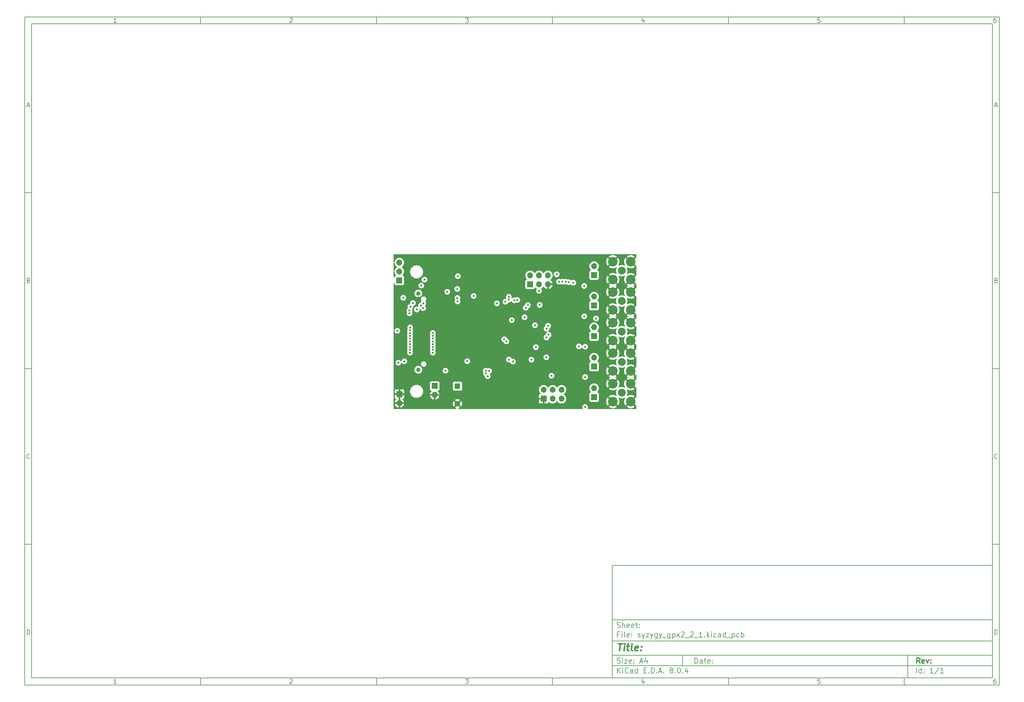
<source format=gbr>
%TF.GenerationSoftware,KiCad,Pcbnew,8.0.4*%
%TF.CreationDate,2025-07-14T14:52:45+02:00*%
%TF.ProjectId,syzygy_gpx2_2_1,73797a79-6779-45f6-9770-78325f325f31,rev?*%
%TF.SameCoordinates,Original*%
%TF.FileFunction,Copper,L2,Inr*%
%TF.FilePolarity,Positive*%
%FSLAX46Y46*%
G04 Gerber Fmt 4.6, Leading zero omitted, Abs format (unit mm)*
G04 Created by KiCad (PCBNEW 8.0.4) date 2025-07-14 14:52:45*
%MOMM*%
%LPD*%
G01*
G04 APERTURE LIST*
%ADD10C,0.100000*%
%ADD11C,0.150000*%
%ADD12C,0.300000*%
%ADD13C,0.400000*%
%TA.AperFunction,ComponentPad*%
%ADD14R,1.700000X1.700000*%
%TD*%
%TA.AperFunction,ComponentPad*%
%ADD15O,1.700000X1.700000*%
%TD*%
%TA.AperFunction,ComponentPad*%
%ADD16C,2.240000*%
%TD*%
%TA.AperFunction,ComponentPad*%
%ADD17C,2.740000*%
%TD*%
%TA.AperFunction,ComponentPad*%
%ADD18R,1.600000X1.600000*%
%TD*%
%TA.AperFunction,ComponentPad*%
%ADD19C,1.600000*%
%TD*%
%TA.AperFunction,ComponentPad*%
%ADD20C,1.200000*%
%TD*%
%TA.AperFunction,ViaPad*%
%ADD21C,0.600000*%
%TD*%
G04 APERTURE END LIST*
D10*
D11*
X177002200Y-166007200D02*
X285002200Y-166007200D01*
X285002200Y-198007200D01*
X177002200Y-198007200D01*
X177002200Y-166007200D01*
D10*
D11*
X10000000Y-10000000D02*
X287002200Y-10000000D01*
X287002200Y-200007200D01*
X10000000Y-200007200D01*
X10000000Y-10000000D01*
D10*
D11*
X12000000Y-12000000D02*
X285002200Y-12000000D01*
X285002200Y-198007200D01*
X12000000Y-198007200D01*
X12000000Y-12000000D01*
D10*
D11*
X60000000Y-12000000D02*
X60000000Y-10000000D01*
D10*
D11*
X110000000Y-12000000D02*
X110000000Y-10000000D01*
D10*
D11*
X160000000Y-12000000D02*
X160000000Y-10000000D01*
D10*
D11*
X210000000Y-12000000D02*
X210000000Y-10000000D01*
D10*
D11*
X260000000Y-12000000D02*
X260000000Y-10000000D01*
D10*
D11*
X36089160Y-11593604D02*
X35346303Y-11593604D01*
X35717731Y-11593604D02*
X35717731Y-10293604D01*
X35717731Y-10293604D02*
X35593922Y-10479319D01*
X35593922Y-10479319D02*
X35470112Y-10603128D01*
X35470112Y-10603128D02*
X35346303Y-10665033D01*
D10*
D11*
X85346303Y-10417414D02*
X85408207Y-10355509D01*
X85408207Y-10355509D02*
X85532017Y-10293604D01*
X85532017Y-10293604D02*
X85841541Y-10293604D01*
X85841541Y-10293604D02*
X85965350Y-10355509D01*
X85965350Y-10355509D02*
X86027255Y-10417414D01*
X86027255Y-10417414D02*
X86089160Y-10541223D01*
X86089160Y-10541223D02*
X86089160Y-10665033D01*
X86089160Y-10665033D02*
X86027255Y-10850747D01*
X86027255Y-10850747D02*
X85284398Y-11593604D01*
X85284398Y-11593604D02*
X86089160Y-11593604D01*
D10*
D11*
X135284398Y-10293604D02*
X136089160Y-10293604D01*
X136089160Y-10293604D02*
X135655826Y-10788842D01*
X135655826Y-10788842D02*
X135841541Y-10788842D01*
X135841541Y-10788842D02*
X135965350Y-10850747D01*
X135965350Y-10850747D02*
X136027255Y-10912652D01*
X136027255Y-10912652D02*
X136089160Y-11036461D01*
X136089160Y-11036461D02*
X136089160Y-11345985D01*
X136089160Y-11345985D02*
X136027255Y-11469795D01*
X136027255Y-11469795D02*
X135965350Y-11531700D01*
X135965350Y-11531700D02*
X135841541Y-11593604D01*
X135841541Y-11593604D02*
X135470112Y-11593604D01*
X135470112Y-11593604D02*
X135346303Y-11531700D01*
X135346303Y-11531700D02*
X135284398Y-11469795D01*
D10*
D11*
X185965350Y-10726938D02*
X185965350Y-11593604D01*
X185655826Y-10231700D02*
X185346303Y-11160271D01*
X185346303Y-11160271D02*
X186151064Y-11160271D01*
D10*
D11*
X236027255Y-10293604D02*
X235408207Y-10293604D01*
X235408207Y-10293604D02*
X235346303Y-10912652D01*
X235346303Y-10912652D02*
X235408207Y-10850747D01*
X235408207Y-10850747D02*
X235532017Y-10788842D01*
X235532017Y-10788842D02*
X235841541Y-10788842D01*
X235841541Y-10788842D02*
X235965350Y-10850747D01*
X235965350Y-10850747D02*
X236027255Y-10912652D01*
X236027255Y-10912652D02*
X236089160Y-11036461D01*
X236089160Y-11036461D02*
X236089160Y-11345985D01*
X236089160Y-11345985D02*
X236027255Y-11469795D01*
X236027255Y-11469795D02*
X235965350Y-11531700D01*
X235965350Y-11531700D02*
X235841541Y-11593604D01*
X235841541Y-11593604D02*
X235532017Y-11593604D01*
X235532017Y-11593604D02*
X235408207Y-11531700D01*
X235408207Y-11531700D02*
X235346303Y-11469795D01*
D10*
D11*
X285965350Y-10293604D02*
X285717731Y-10293604D01*
X285717731Y-10293604D02*
X285593922Y-10355509D01*
X285593922Y-10355509D02*
X285532017Y-10417414D01*
X285532017Y-10417414D02*
X285408207Y-10603128D01*
X285408207Y-10603128D02*
X285346303Y-10850747D01*
X285346303Y-10850747D02*
X285346303Y-11345985D01*
X285346303Y-11345985D02*
X285408207Y-11469795D01*
X285408207Y-11469795D02*
X285470112Y-11531700D01*
X285470112Y-11531700D02*
X285593922Y-11593604D01*
X285593922Y-11593604D02*
X285841541Y-11593604D01*
X285841541Y-11593604D02*
X285965350Y-11531700D01*
X285965350Y-11531700D02*
X286027255Y-11469795D01*
X286027255Y-11469795D02*
X286089160Y-11345985D01*
X286089160Y-11345985D02*
X286089160Y-11036461D01*
X286089160Y-11036461D02*
X286027255Y-10912652D01*
X286027255Y-10912652D02*
X285965350Y-10850747D01*
X285965350Y-10850747D02*
X285841541Y-10788842D01*
X285841541Y-10788842D02*
X285593922Y-10788842D01*
X285593922Y-10788842D02*
X285470112Y-10850747D01*
X285470112Y-10850747D02*
X285408207Y-10912652D01*
X285408207Y-10912652D02*
X285346303Y-11036461D01*
D10*
D11*
X60000000Y-198007200D02*
X60000000Y-200007200D01*
D10*
D11*
X110000000Y-198007200D02*
X110000000Y-200007200D01*
D10*
D11*
X160000000Y-198007200D02*
X160000000Y-200007200D01*
D10*
D11*
X210000000Y-198007200D02*
X210000000Y-200007200D01*
D10*
D11*
X260000000Y-198007200D02*
X260000000Y-200007200D01*
D10*
D11*
X36089160Y-199600804D02*
X35346303Y-199600804D01*
X35717731Y-199600804D02*
X35717731Y-198300804D01*
X35717731Y-198300804D02*
X35593922Y-198486519D01*
X35593922Y-198486519D02*
X35470112Y-198610328D01*
X35470112Y-198610328D02*
X35346303Y-198672233D01*
D10*
D11*
X85346303Y-198424614D02*
X85408207Y-198362709D01*
X85408207Y-198362709D02*
X85532017Y-198300804D01*
X85532017Y-198300804D02*
X85841541Y-198300804D01*
X85841541Y-198300804D02*
X85965350Y-198362709D01*
X85965350Y-198362709D02*
X86027255Y-198424614D01*
X86027255Y-198424614D02*
X86089160Y-198548423D01*
X86089160Y-198548423D02*
X86089160Y-198672233D01*
X86089160Y-198672233D02*
X86027255Y-198857947D01*
X86027255Y-198857947D02*
X85284398Y-199600804D01*
X85284398Y-199600804D02*
X86089160Y-199600804D01*
D10*
D11*
X135284398Y-198300804D02*
X136089160Y-198300804D01*
X136089160Y-198300804D02*
X135655826Y-198796042D01*
X135655826Y-198796042D02*
X135841541Y-198796042D01*
X135841541Y-198796042D02*
X135965350Y-198857947D01*
X135965350Y-198857947D02*
X136027255Y-198919852D01*
X136027255Y-198919852D02*
X136089160Y-199043661D01*
X136089160Y-199043661D02*
X136089160Y-199353185D01*
X136089160Y-199353185D02*
X136027255Y-199476995D01*
X136027255Y-199476995D02*
X135965350Y-199538900D01*
X135965350Y-199538900D02*
X135841541Y-199600804D01*
X135841541Y-199600804D02*
X135470112Y-199600804D01*
X135470112Y-199600804D02*
X135346303Y-199538900D01*
X135346303Y-199538900D02*
X135284398Y-199476995D01*
D10*
D11*
X185965350Y-198734138D02*
X185965350Y-199600804D01*
X185655826Y-198238900D02*
X185346303Y-199167471D01*
X185346303Y-199167471D02*
X186151064Y-199167471D01*
D10*
D11*
X236027255Y-198300804D02*
X235408207Y-198300804D01*
X235408207Y-198300804D02*
X235346303Y-198919852D01*
X235346303Y-198919852D02*
X235408207Y-198857947D01*
X235408207Y-198857947D02*
X235532017Y-198796042D01*
X235532017Y-198796042D02*
X235841541Y-198796042D01*
X235841541Y-198796042D02*
X235965350Y-198857947D01*
X235965350Y-198857947D02*
X236027255Y-198919852D01*
X236027255Y-198919852D02*
X236089160Y-199043661D01*
X236089160Y-199043661D02*
X236089160Y-199353185D01*
X236089160Y-199353185D02*
X236027255Y-199476995D01*
X236027255Y-199476995D02*
X235965350Y-199538900D01*
X235965350Y-199538900D02*
X235841541Y-199600804D01*
X235841541Y-199600804D02*
X235532017Y-199600804D01*
X235532017Y-199600804D02*
X235408207Y-199538900D01*
X235408207Y-199538900D02*
X235346303Y-199476995D01*
D10*
D11*
X285965350Y-198300804D02*
X285717731Y-198300804D01*
X285717731Y-198300804D02*
X285593922Y-198362709D01*
X285593922Y-198362709D02*
X285532017Y-198424614D01*
X285532017Y-198424614D02*
X285408207Y-198610328D01*
X285408207Y-198610328D02*
X285346303Y-198857947D01*
X285346303Y-198857947D02*
X285346303Y-199353185D01*
X285346303Y-199353185D02*
X285408207Y-199476995D01*
X285408207Y-199476995D02*
X285470112Y-199538900D01*
X285470112Y-199538900D02*
X285593922Y-199600804D01*
X285593922Y-199600804D02*
X285841541Y-199600804D01*
X285841541Y-199600804D02*
X285965350Y-199538900D01*
X285965350Y-199538900D02*
X286027255Y-199476995D01*
X286027255Y-199476995D02*
X286089160Y-199353185D01*
X286089160Y-199353185D02*
X286089160Y-199043661D01*
X286089160Y-199043661D02*
X286027255Y-198919852D01*
X286027255Y-198919852D02*
X285965350Y-198857947D01*
X285965350Y-198857947D02*
X285841541Y-198796042D01*
X285841541Y-198796042D02*
X285593922Y-198796042D01*
X285593922Y-198796042D02*
X285470112Y-198857947D01*
X285470112Y-198857947D02*
X285408207Y-198919852D01*
X285408207Y-198919852D02*
X285346303Y-199043661D01*
D10*
D11*
X10000000Y-60000000D02*
X12000000Y-60000000D01*
D10*
D11*
X10000000Y-110000000D02*
X12000000Y-110000000D01*
D10*
D11*
X10000000Y-160000000D02*
X12000000Y-160000000D01*
D10*
D11*
X10690476Y-35222176D02*
X11309523Y-35222176D01*
X10566666Y-35593604D02*
X10999999Y-34293604D01*
X10999999Y-34293604D02*
X11433333Y-35593604D01*
D10*
D11*
X11092857Y-84912652D02*
X11278571Y-84974557D01*
X11278571Y-84974557D02*
X11340476Y-85036461D01*
X11340476Y-85036461D02*
X11402380Y-85160271D01*
X11402380Y-85160271D02*
X11402380Y-85345985D01*
X11402380Y-85345985D02*
X11340476Y-85469795D01*
X11340476Y-85469795D02*
X11278571Y-85531700D01*
X11278571Y-85531700D02*
X11154761Y-85593604D01*
X11154761Y-85593604D02*
X10659523Y-85593604D01*
X10659523Y-85593604D02*
X10659523Y-84293604D01*
X10659523Y-84293604D02*
X11092857Y-84293604D01*
X11092857Y-84293604D02*
X11216666Y-84355509D01*
X11216666Y-84355509D02*
X11278571Y-84417414D01*
X11278571Y-84417414D02*
X11340476Y-84541223D01*
X11340476Y-84541223D02*
X11340476Y-84665033D01*
X11340476Y-84665033D02*
X11278571Y-84788842D01*
X11278571Y-84788842D02*
X11216666Y-84850747D01*
X11216666Y-84850747D02*
X11092857Y-84912652D01*
X11092857Y-84912652D02*
X10659523Y-84912652D01*
D10*
D11*
X11402380Y-135469795D02*
X11340476Y-135531700D01*
X11340476Y-135531700D02*
X11154761Y-135593604D01*
X11154761Y-135593604D02*
X11030952Y-135593604D01*
X11030952Y-135593604D02*
X10845238Y-135531700D01*
X10845238Y-135531700D02*
X10721428Y-135407890D01*
X10721428Y-135407890D02*
X10659523Y-135284080D01*
X10659523Y-135284080D02*
X10597619Y-135036461D01*
X10597619Y-135036461D02*
X10597619Y-134850747D01*
X10597619Y-134850747D02*
X10659523Y-134603128D01*
X10659523Y-134603128D02*
X10721428Y-134479319D01*
X10721428Y-134479319D02*
X10845238Y-134355509D01*
X10845238Y-134355509D02*
X11030952Y-134293604D01*
X11030952Y-134293604D02*
X11154761Y-134293604D01*
X11154761Y-134293604D02*
X11340476Y-134355509D01*
X11340476Y-134355509D02*
X11402380Y-134417414D01*
D10*
D11*
X10659523Y-185593604D02*
X10659523Y-184293604D01*
X10659523Y-184293604D02*
X10969047Y-184293604D01*
X10969047Y-184293604D02*
X11154761Y-184355509D01*
X11154761Y-184355509D02*
X11278571Y-184479319D01*
X11278571Y-184479319D02*
X11340476Y-184603128D01*
X11340476Y-184603128D02*
X11402380Y-184850747D01*
X11402380Y-184850747D02*
X11402380Y-185036461D01*
X11402380Y-185036461D02*
X11340476Y-185284080D01*
X11340476Y-185284080D02*
X11278571Y-185407890D01*
X11278571Y-185407890D02*
X11154761Y-185531700D01*
X11154761Y-185531700D02*
X10969047Y-185593604D01*
X10969047Y-185593604D02*
X10659523Y-185593604D01*
D10*
D11*
X287002200Y-60000000D02*
X285002200Y-60000000D01*
D10*
D11*
X287002200Y-110000000D02*
X285002200Y-110000000D01*
D10*
D11*
X287002200Y-160000000D02*
X285002200Y-160000000D01*
D10*
D11*
X285692676Y-35222176D02*
X286311723Y-35222176D01*
X285568866Y-35593604D02*
X286002199Y-34293604D01*
X286002199Y-34293604D02*
X286435533Y-35593604D01*
D10*
D11*
X286095057Y-84912652D02*
X286280771Y-84974557D01*
X286280771Y-84974557D02*
X286342676Y-85036461D01*
X286342676Y-85036461D02*
X286404580Y-85160271D01*
X286404580Y-85160271D02*
X286404580Y-85345985D01*
X286404580Y-85345985D02*
X286342676Y-85469795D01*
X286342676Y-85469795D02*
X286280771Y-85531700D01*
X286280771Y-85531700D02*
X286156961Y-85593604D01*
X286156961Y-85593604D02*
X285661723Y-85593604D01*
X285661723Y-85593604D02*
X285661723Y-84293604D01*
X285661723Y-84293604D02*
X286095057Y-84293604D01*
X286095057Y-84293604D02*
X286218866Y-84355509D01*
X286218866Y-84355509D02*
X286280771Y-84417414D01*
X286280771Y-84417414D02*
X286342676Y-84541223D01*
X286342676Y-84541223D02*
X286342676Y-84665033D01*
X286342676Y-84665033D02*
X286280771Y-84788842D01*
X286280771Y-84788842D02*
X286218866Y-84850747D01*
X286218866Y-84850747D02*
X286095057Y-84912652D01*
X286095057Y-84912652D02*
X285661723Y-84912652D01*
D10*
D11*
X286404580Y-135469795D02*
X286342676Y-135531700D01*
X286342676Y-135531700D02*
X286156961Y-135593604D01*
X286156961Y-135593604D02*
X286033152Y-135593604D01*
X286033152Y-135593604D02*
X285847438Y-135531700D01*
X285847438Y-135531700D02*
X285723628Y-135407890D01*
X285723628Y-135407890D02*
X285661723Y-135284080D01*
X285661723Y-135284080D02*
X285599819Y-135036461D01*
X285599819Y-135036461D02*
X285599819Y-134850747D01*
X285599819Y-134850747D02*
X285661723Y-134603128D01*
X285661723Y-134603128D02*
X285723628Y-134479319D01*
X285723628Y-134479319D02*
X285847438Y-134355509D01*
X285847438Y-134355509D02*
X286033152Y-134293604D01*
X286033152Y-134293604D02*
X286156961Y-134293604D01*
X286156961Y-134293604D02*
X286342676Y-134355509D01*
X286342676Y-134355509D02*
X286404580Y-134417414D01*
D10*
D11*
X285661723Y-185593604D02*
X285661723Y-184293604D01*
X285661723Y-184293604D02*
X285971247Y-184293604D01*
X285971247Y-184293604D02*
X286156961Y-184355509D01*
X286156961Y-184355509D02*
X286280771Y-184479319D01*
X286280771Y-184479319D02*
X286342676Y-184603128D01*
X286342676Y-184603128D02*
X286404580Y-184850747D01*
X286404580Y-184850747D02*
X286404580Y-185036461D01*
X286404580Y-185036461D02*
X286342676Y-185284080D01*
X286342676Y-185284080D02*
X286280771Y-185407890D01*
X286280771Y-185407890D02*
X286156961Y-185531700D01*
X286156961Y-185531700D02*
X285971247Y-185593604D01*
X285971247Y-185593604D02*
X285661723Y-185593604D01*
D10*
D11*
X200458026Y-193793328D02*
X200458026Y-192293328D01*
X200458026Y-192293328D02*
X200815169Y-192293328D01*
X200815169Y-192293328D02*
X201029455Y-192364757D01*
X201029455Y-192364757D02*
X201172312Y-192507614D01*
X201172312Y-192507614D02*
X201243741Y-192650471D01*
X201243741Y-192650471D02*
X201315169Y-192936185D01*
X201315169Y-192936185D02*
X201315169Y-193150471D01*
X201315169Y-193150471D02*
X201243741Y-193436185D01*
X201243741Y-193436185D02*
X201172312Y-193579042D01*
X201172312Y-193579042D02*
X201029455Y-193721900D01*
X201029455Y-193721900D02*
X200815169Y-193793328D01*
X200815169Y-193793328D02*
X200458026Y-193793328D01*
X202600884Y-193793328D02*
X202600884Y-193007614D01*
X202600884Y-193007614D02*
X202529455Y-192864757D01*
X202529455Y-192864757D02*
X202386598Y-192793328D01*
X202386598Y-192793328D02*
X202100884Y-192793328D01*
X202100884Y-192793328D02*
X201958026Y-192864757D01*
X202600884Y-193721900D02*
X202458026Y-193793328D01*
X202458026Y-193793328D02*
X202100884Y-193793328D01*
X202100884Y-193793328D02*
X201958026Y-193721900D01*
X201958026Y-193721900D02*
X201886598Y-193579042D01*
X201886598Y-193579042D02*
X201886598Y-193436185D01*
X201886598Y-193436185D02*
X201958026Y-193293328D01*
X201958026Y-193293328D02*
X202100884Y-193221900D01*
X202100884Y-193221900D02*
X202458026Y-193221900D01*
X202458026Y-193221900D02*
X202600884Y-193150471D01*
X203100884Y-192793328D02*
X203672312Y-192793328D01*
X203315169Y-192293328D02*
X203315169Y-193579042D01*
X203315169Y-193579042D02*
X203386598Y-193721900D01*
X203386598Y-193721900D02*
X203529455Y-193793328D01*
X203529455Y-193793328D02*
X203672312Y-193793328D01*
X204743741Y-193721900D02*
X204600884Y-193793328D01*
X204600884Y-193793328D02*
X204315170Y-193793328D01*
X204315170Y-193793328D02*
X204172312Y-193721900D01*
X204172312Y-193721900D02*
X204100884Y-193579042D01*
X204100884Y-193579042D02*
X204100884Y-193007614D01*
X204100884Y-193007614D02*
X204172312Y-192864757D01*
X204172312Y-192864757D02*
X204315170Y-192793328D01*
X204315170Y-192793328D02*
X204600884Y-192793328D01*
X204600884Y-192793328D02*
X204743741Y-192864757D01*
X204743741Y-192864757D02*
X204815170Y-193007614D01*
X204815170Y-193007614D02*
X204815170Y-193150471D01*
X204815170Y-193150471D02*
X204100884Y-193293328D01*
X205458026Y-193650471D02*
X205529455Y-193721900D01*
X205529455Y-193721900D02*
X205458026Y-193793328D01*
X205458026Y-193793328D02*
X205386598Y-193721900D01*
X205386598Y-193721900D02*
X205458026Y-193650471D01*
X205458026Y-193650471D02*
X205458026Y-193793328D01*
X205458026Y-192864757D02*
X205529455Y-192936185D01*
X205529455Y-192936185D02*
X205458026Y-193007614D01*
X205458026Y-193007614D02*
X205386598Y-192936185D01*
X205386598Y-192936185D02*
X205458026Y-192864757D01*
X205458026Y-192864757D02*
X205458026Y-193007614D01*
D10*
D11*
X177002200Y-194507200D02*
X285002200Y-194507200D01*
D10*
D11*
X178458026Y-196593328D02*
X178458026Y-195093328D01*
X179315169Y-196593328D02*
X178672312Y-195736185D01*
X179315169Y-195093328D02*
X178458026Y-195950471D01*
X179958026Y-196593328D02*
X179958026Y-195593328D01*
X179958026Y-195093328D02*
X179886598Y-195164757D01*
X179886598Y-195164757D02*
X179958026Y-195236185D01*
X179958026Y-195236185D02*
X180029455Y-195164757D01*
X180029455Y-195164757D02*
X179958026Y-195093328D01*
X179958026Y-195093328D02*
X179958026Y-195236185D01*
X181529455Y-196450471D02*
X181458027Y-196521900D01*
X181458027Y-196521900D02*
X181243741Y-196593328D01*
X181243741Y-196593328D02*
X181100884Y-196593328D01*
X181100884Y-196593328D02*
X180886598Y-196521900D01*
X180886598Y-196521900D02*
X180743741Y-196379042D01*
X180743741Y-196379042D02*
X180672312Y-196236185D01*
X180672312Y-196236185D02*
X180600884Y-195950471D01*
X180600884Y-195950471D02*
X180600884Y-195736185D01*
X180600884Y-195736185D02*
X180672312Y-195450471D01*
X180672312Y-195450471D02*
X180743741Y-195307614D01*
X180743741Y-195307614D02*
X180886598Y-195164757D01*
X180886598Y-195164757D02*
X181100884Y-195093328D01*
X181100884Y-195093328D02*
X181243741Y-195093328D01*
X181243741Y-195093328D02*
X181458027Y-195164757D01*
X181458027Y-195164757D02*
X181529455Y-195236185D01*
X182815170Y-196593328D02*
X182815170Y-195807614D01*
X182815170Y-195807614D02*
X182743741Y-195664757D01*
X182743741Y-195664757D02*
X182600884Y-195593328D01*
X182600884Y-195593328D02*
X182315170Y-195593328D01*
X182315170Y-195593328D02*
X182172312Y-195664757D01*
X182815170Y-196521900D02*
X182672312Y-196593328D01*
X182672312Y-196593328D02*
X182315170Y-196593328D01*
X182315170Y-196593328D02*
X182172312Y-196521900D01*
X182172312Y-196521900D02*
X182100884Y-196379042D01*
X182100884Y-196379042D02*
X182100884Y-196236185D01*
X182100884Y-196236185D02*
X182172312Y-196093328D01*
X182172312Y-196093328D02*
X182315170Y-196021900D01*
X182315170Y-196021900D02*
X182672312Y-196021900D01*
X182672312Y-196021900D02*
X182815170Y-195950471D01*
X184172313Y-196593328D02*
X184172313Y-195093328D01*
X184172313Y-196521900D02*
X184029455Y-196593328D01*
X184029455Y-196593328D02*
X183743741Y-196593328D01*
X183743741Y-196593328D02*
X183600884Y-196521900D01*
X183600884Y-196521900D02*
X183529455Y-196450471D01*
X183529455Y-196450471D02*
X183458027Y-196307614D01*
X183458027Y-196307614D02*
X183458027Y-195879042D01*
X183458027Y-195879042D02*
X183529455Y-195736185D01*
X183529455Y-195736185D02*
X183600884Y-195664757D01*
X183600884Y-195664757D02*
X183743741Y-195593328D01*
X183743741Y-195593328D02*
X184029455Y-195593328D01*
X184029455Y-195593328D02*
X184172313Y-195664757D01*
X186029455Y-195807614D02*
X186529455Y-195807614D01*
X186743741Y-196593328D02*
X186029455Y-196593328D01*
X186029455Y-196593328D02*
X186029455Y-195093328D01*
X186029455Y-195093328D02*
X186743741Y-195093328D01*
X187386598Y-196450471D02*
X187458027Y-196521900D01*
X187458027Y-196521900D02*
X187386598Y-196593328D01*
X187386598Y-196593328D02*
X187315170Y-196521900D01*
X187315170Y-196521900D02*
X187386598Y-196450471D01*
X187386598Y-196450471D02*
X187386598Y-196593328D01*
X188100884Y-196593328D02*
X188100884Y-195093328D01*
X188100884Y-195093328D02*
X188458027Y-195093328D01*
X188458027Y-195093328D02*
X188672313Y-195164757D01*
X188672313Y-195164757D02*
X188815170Y-195307614D01*
X188815170Y-195307614D02*
X188886599Y-195450471D01*
X188886599Y-195450471D02*
X188958027Y-195736185D01*
X188958027Y-195736185D02*
X188958027Y-195950471D01*
X188958027Y-195950471D02*
X188886599Y-196236185D01*
X188886599Y-196236185D02*
X188815170Y-196379042D01*
X188815170Y-196379042D02*
X188672313Y-196521900D01*
X188672313Y-196521900D02*
X188458027Y-196593328D01*
X188458027Y-196593328D02*
X188100884Y-196593328D01*
X189600884Y-196450471D02*
X189672313Y-196521900D01*
X189672313Y-196521900D02*
X189600884Y-196593328D01*
X189600884Y-196593328D02*
X189529456Y-196521900D01*
X189529456Y-196521900D02*
X189600884Y-196450471D01*
X189600884Y-196450471D02*
X189600884Y-196593328D01*
X190243742Y-196164757D02*
X190958028Y-196164757D01*
X190100885Y-196593328D02*
X190600885Y-195093328D01*
X190600885Y-195093328D02*
X191100885Y-196593328D01*
X191600884Y-196450471D02*
X191672313Y-196521900D01*
X191672313Y-196521900D02*
X191600884Y-196593328D01*
X191600884Y-196593328D02*
X191529456Y-196521900D01*
X191529456Y-196521900D02*
X191600884Y-196450471D01*
X191600884Y-196450471D02*
X191600884Y-196593328D01*
X193672313Y-195736185D02*
X193529456Y-195664757D01*
X193529456Y-195664757D02*
X193458027Y-195593328D01*
X193458027Y-195593328D02*
X193386599Y-195450471D01*
X193386599Y-195450471D02*
X193386599Y-195379042D01*
X193386599Y-195379042D02*
X193458027Y-195236185D01*
X193458027Y-195236185D02*
X193529456Y-195164757D01*
X193529456Y-195164757D02*
X193672313Y-195093328D01*
X193672313Y-195093328D02*
X193958027Y-195093328D01*
X193958027Y-195093328D02*
X194100885Y-195164757D01*
X194100885Y-195164757D02*
X194172313Y-195236185D01*
X194172313Y-195236185D02*
X194243742Y-195379042D01*
X194243742Y-195379042D02*
X194243742Y-195450471D01*
X194243742Y-195450471D02*
X194172313Y-195593328D01*
X194172313Y-195593328D02*
X194100885Y-195664757D01*
X194100885Y-195664757D02*
X193958027Y-195736185D01*
X193958027Y-195736185D02*
X193672313Y-195736185D01*
X193672313Y-195736185D02*
X193529456Y-195807614D01*
X193529456Y-195807614D02*
X193458027Y-195879042D01*
X193458027Y-195879042D02*
X193386599Y-196021900D01*
X193386599Y-196021900D02*
X193386599Y-196307614D01*
X193386599Y-196307614D02*
X193458027Y-196450471D01*
X193458027Y-196450471D02*
X193529456Y-196521900D01*
X193529456Y-196521900D02*
X193672313Y-196593328D01*
X193672313Y-196593328D02*
X193958027Y-196593328D01*
X193958027Y-196593328D02*
X194100885Y-196521900D01*
X194100885Y-196521900D02*
X194172313Y-196450471D01*
X194172313Y-196450471D02*
X194243742Y-196307614D01*
X194243742Y-196307614D02*
X194243742Y-196021900D01*
X194243742Y-196021900D02*
X194172313Y-195879042D01*
X194172313Y-195879042D02*
X194100885Y-195807614D01*
X194100885Y-195807614D02*
X193958027Y-195736185D01*
X194886598Y-196450471D02*
X194958027Y-196521900D01*
X194958027Y-196521900D02*
X194886598Y-196593328D01*
X194886598Y-196593328D02*
X194815170Y-196521900D01*
X194815170Y-196521900D02*
X194886598Y-196450471D01*
X194886598Y-196450471D02*
X194886598Y-196593328D01*
X195886599Y-195093328D02*
X196029456Y-195093328D01*
X196029456Y-195093328D02*
X196172313Y-195164757D01*
X196172313Y-195164757D02*
X196243742Y-195236185D01*
X196243742Y-195236185D02*
X196315170Y-195379042D01*
X196315170Y-195379042D02*
X196386599Y-195664757D01*
X196386599Y-195664757D02*
X196386599Y-196021900D01*
X196386599Y-196021900D02*
X196315170Y-196307614D01*
X196315170Y-196307614D02*
X196243742Y-196450471D01*
X196243742Y-196450471D02*
X196172313Y-196521900D01*
X196172313Y-196521900D02*
X196029456Y-196593328D01*
X196029456Y-196593328D02*
X195886599Y-196593328D01*
X195886599Y-196593328D02*
X195743742Y-196521900D01*
X195743742Y-196521900D02*
X195672313Y-196450471D01*
X195672313Y-196450471D02*
X195600884Y-196307614D01*
X195600884Y-196307614D02*
X195529456Y-196021900D01*
X195529456Y-196021900D02*
X195529456Y-195664757D01*
X195529456Y-195664757D02*
X195600884Y-195379042D01*
X195600884Y-195379042D02*
X195672313Y-195236185D01*
X195672313Y-195236185D02*
X195743742Y-195164757D01*
X195743742Y-195164757D02*
X195886599Y-195093328D01*
X197029455Y-196450471D02*
X197100884Y-196521900D01*
X197100884Y-196521900D02*
X197029455Y-196593328D01*
X197029455Y-196593328D02*
X196958027Y-196521900D01*
X196958027Y-196521900D02*
X197029455Y-196450471D01*
X197029455Y-196450471D02*
X197029455Y-196593328D01*
X198386599Y-195593328D02*
X198386599Y-196593328D01*
X198029456Y-195021900D02*
X197672313Y-196093328D01*
X197672313Y-196093328D02*
X198600884Y-196093328D01*
D10*
D11*
X177002200Y-191507200D02*
X285002200Y-191507200D01*
D10*
D12*
X264413853Y-193785528D02*
X263913853Y-193071242D01*
X263556710Y-193785528D02*
X263556710Y-192285528D01*
X263556710Y-192285528D02*
X264128139Y-192285528D01*
X264128139Y-192285528D02*
X264270996Y-192356957D01*
X264270996Y-192356957D02*
X264342425Y-192428385D01*
X264342425Y-192428385D02*
X264413853Y-192571242D01*
X264413853Y-192571242D02*
X264413853Y-192785528D01*
X264413853Y-192785528D02*
X264342425Y-192928385D01*
X264342425Y-192928385D02*
X264270996Y-192999814D01*
X264270996Y-192999814D02*
X264128139Y-193071242D01*
X264128139Y-193071242D02*
X263556710Y-193071242D01*
X265628139Y-193714100D02*
X265485282Y-193785528D01*
X265485282Y-193785528D02*
X265199568Y-193785528D01*
X265199568Y-193785528D02*
X265056710Y-193714100D01*
X265056710Y-193714100D02*
X264985282Y-193571242D01*
X264985282Y-193571242D02*
X264985282Y-192999814D01*
X264985282Y-192999814D02*
X265056710Y-192856957D01*
X265056710Y-192856957D02*
X265199568Y-192785528D01*
X265199568Y-192785528D02*
X265485282Y-192785528D01*
X265485282Y-192785528D02*
X265628139Y-192856957D01*
X265628139Y-192856957D02*
X265699568Y-192999814D01*
X265699568Y-192999814D02*
X265699568Y-193142671D01*
X265699568Y-193142671D02*
X264985282Y-193285528D01*
X266199567Y-192785528D02*
X266556710Y-193785528D01*
X266556710Y-193785528D02*
X266913853Y-192785528D01*
X267485281Y-193642671D02*
X267556710Y-193714100D01*
X267556710Y-193714100D02*
X267485281Y-193785528D01*
X267485281Y-193785528D02*
X267413853Y-193714100D01*
X267413853Y-193714100D02*
X267485281Y-193642671D01*
X267485281Y-193642671D02*
X267485281Y-193785528D01*
X267485281Y-192856957D02*
X267556710Y-192928385D01*
X267556710Y-192928385D02*
X267485281Y-192999814D01*
X267485281Y-192999814D02*
X267413853Y-192928385D01*
X267413853Y-192928385D02*
X267485281Y-192856957D01*
X267485281Y-192856957D02*
X267485281Y-192999814D01*
D10*
D11*
X178386598Y-193721900D02*
X178600884Y-193793328D01*
X178600884Y-193793328D02*
X178958026Y-193793328D01*
X178958026Y-193793328D02*
X179100884Y-193721900D01*
X179100884Y-193721900D02*
X179172312Y-193650471D01*
X179172312Y-193650471D02*
X179243741Y-193507614D01*
X179243741Y-193507614D02*
X179243741Y-193364757D01*
X179243741Y-193364757D02*
X179172312Y-193221900D01*
X179172312Y-193221900D02*
X179100884Y-193150471D01*
X179100884Y-193150471D02*
X178958026Y-193079042D01*
X178958026Y-193079042D02*
X178672312Y-193007614D01*
X178672312Y-193007614D02*
X178529455Y-192936185D01*
X178529455Y-192936185D02*
X178458026Y-192864757D01*
X178458026Y-192864757D02*
X178386598Y-192721900D01*
X178386598Y-192721900D02*
X178386598Y-192579042D01*
X178386598Y-192579042D02*
X178458026Y-192436185D01*
X178458026Y-192436185D02*
X178529455Y-192364757D01*
X178529455Y-192364757D02*
X178672312Y-192293328D01*
X178672312Y-192293328D02*
X179029455Y-192293328D01*
X179029455Y-192293328D02*
X179243741Y-192364757D01*
X179886597Y-193793328D02*
X179886597Y-192793328D01*
X179886597Y-192293328D02*
X179815169Y-192364757D01*
X179815169Y-192364757D02*
X179886597Y-192436185D01*
X179886597Y-192436185D02*
X179958026Y-192364757D01*
X179958026Y-192364757D02*
X179886597Y-192293328D01*
X179886597Y-192293328D02*
X179886597Y-192436185D01*
X180458026Y-192793328D02*
X181243741Y-192793328D01*
X181243741Y-192793328D02*
X180458026Y-193793328D01*
X180458026Y-193793328D02*
X181243741Y-193793328D01*
X182386598Y-193721900D02*
X182243741Y-193793328D01*
X182243741Y-193793328D02*
X181958027Y-193793328D01*
X181958027Y-193793328D02*
X181815169Y-193721900D01*
X181815169Y-193721900D02*
X181743741Y-193579042D01*
X181743741Y-193579042D02*
X181743741Y-193007614D01*
X181743741Y-193007614D02*
X181815169Y-192864757D01*
X181815169Y-192864757D02*
X181958027Y-192793328D01*
X181958027Y-192793328D02*
X182243741Y-192793328D01*
X182243741Y-192793328D02*
X182386598Y-192864757D01*
X182386598Y-192864757D02*
X182458027Y-193007614D01*
X182458027Y-193007614D02*
X182458027Y-193150471D01*
X182458027Y-193150471D02*
X181743741Y-193293328D01*
X183100883Y-193650471D02*
X183172312Y-193721900D01*
X183172312Y-193721900D02*
X183100883Y-193793328D01*
X183100883Y-193793328D02*
X183029455Y-193721900D01*
X183029455Y-193721900D02*
X183100883Y-193650471D01*
X183100883Y-193650471D02*
X183100883Y-193793328D01*
X183100883Y-192864757D02*
X183172312Y-192936185D01*
X183172312Y-192936185D02*
X183100883Y-193007614D01*
X183100883Y-193007614D02*
X183029455Y-192936185D01*
X183029455Y-192936185D02*
X183100883Y-192864757D01*
X183100883Y-192864757D02*
X183100883Y-193007614D01*
X184886598Y-193364757D02*
X185600884Y-193364757D01*
X184743741Y-193793328D02*
X185243741Y-192293328D01*
X185243741Y-192293328D02*
X185743741Y-193793328D01*
X186886598Y-192793328D02*
X186886598Y-193793328D01*
X186529455Y-192221900D02*
X186172312Y-193293328D01*
X186172312Y-193293328D02*
X187100883Y-193293328D01*
D10*
D11*
X263458026Y-196593328D02*
X263458026Y-195093328D01*
X264815170Y-196593328D02*
X264815170Y-195093328D01*
X264815170Y-196521900D02*
X264672312Y-196593328D01*
X264672312Y-196593328D02*
X264386598Y-196593328D01*
X264386598Y-196593328D02*
X264243741Y-196521900D01*
X264243741Y-196521900D02*
X264172312Y-196450471D01*
X264172312Y-196450471D02*
X264100884Y-196307614D01*
X264100884Y-196307614D02*
X264100884Y-195879042D01*
X264100884Y-195879042D02*
X264172312Y-195736185D01*
X264172312Y-195736185D02*
X264243741Y-195664757D01*
X264243741Y-195664757D02*
X264386598Y-195593328D01*
X264386598Y-195593328D02*
X264672312Y-195593328D01*
X264672312Y-195593328D02*
X264815170Y-195664757D01*
X265529455Y-196450471D02*
X265600884Y-196521900D01*
X265600884Y-196521900D02*
X265529455Y-196593328D01*
X265529455Y-196593328D02*
X265458027Y-196521900D01*
X265458027Y-196521900D02*
X265529455Y-196450471D01*
X265529455Y-196450471D02*
X265529455Y-196593328D01*
X265529455Y-195664757D02*
X265600884Y-195736185D01*
X265600884Y-195736185D02*
X265529455Y-195807614D01*
X265529455Y-195807614D02*
X265458027Y-195736185D01*
X265458027Y-195736185D02*
X265529455Y-195664757D01*
X265529455Y-195664757D02*
X265529455Y-195807614D01*
X268172313Y-196593328D02*
X267315170Y-196593328D01*
X267743741Y-196593328D02*
X267743741Y-195093328D01*
X267743741Y-195093328D02*
X267600884Y-195307614D01*
X267600884Y-195307614D02*
X267458027Y-195450471D01*
X267458027Y-195450471D02*
X267315170Y-195521900D01*
X269886598Y-195021900D02*
X268600884Y-196950471D01*
X271172313Y-196593328D02*
X270315170Y-196593328D01*
X270743741Y-196593328D02*
X270743741Y-195093328D01*
X270743741Y-195093328D02*
X270600884Y-195307614D01*
X270600884Y-195307614D02*
X270458027Y-195450471D01*
X270458027Y-195450471D02*
X270315170Y-195521900D01*
D10*
D11*
X177002200Y-187507200D02*
X285002200Y-187507200D01*
D10*
D13*
X178693928Y-188211638D02*
X179836785Y-188211638D01*
X179015357Y-190211638D02*
X179265357Y-188211638D01*
X180253452Y-190211638D02*
X180420119Y-188878304D01*
X180503452Y-188211638D02*
X180396309Y-188306876D01*
X180396309Y-188306876D02*
X180479643Y-188402114D01*
X180479643Y-188402114D02*
X180586786Y-188306876D01*
X180586786Y-188306876D02*
X180503452Y-188211638D01*
X180503452Y-188211638D02*
X180479643Y-188402114D01*
X181086786Y-188878304D02*
X181848690Y-188878304D01*
X181455833Y-188211638D02*
X181241548Y-189925923D01*
X181241548Y-189925923D02*
X181312976Y-190116400D01*
X181312976Y-190116400D02*
X181491548Y-190211638D01*
X181491548Y-190211638D02*
X181682024Y-190211638D01*
X182634405Y-190211638D02*
X182455833Y-190116400D01*
X182455833Y-190116400D02*
X182384405Y-189925923D01*
X182384405Y-189925923D02*
X182598690Y-188211638D01*
X184170119Y-190116400D02*
X183967738Y-190211638D01*
X183967738Y-190211638D02*
X183586785Y-190211638D01*
X183586785Y-190211638D02*
X183408214Y-190116400D01*
X183408214Y-190116400D02*
X183336785Y-189925923D01*
X183336785Y-189925923D02*
X183432024Y-189164019D01*
X183432024Y-189164019D02*
X183551071Y-188973542D01*
X183551071Y-188973542D02*
X183753452Y-188878304D01*
X183753452Y-188878304D02*
X184134404Y-188878304D01*
X184134404Y-188878304D02*
X184312976Y-188973542D01*
X184312976Y-188973542D02*
X184384404Y-189164019D01*
X184384404Y-189164019D02*
X184360595Y-189354495D01*
X184360595Y-189354495D02*
X183384404Y-189544971D01*
X185134405Y-190021161D02*
X185217738Y-190116400D01*
X185217738Y-190116400D02*
X185110595Y-190211638D01*
X185110595Y-190211638D02*
X185027262Y-190116400D01*
X185027262Y-190116400D02*
X185134405Y-190021161D01*
X185134405Y-190021161D02*
X185110595Y-190211638D01*
X185265357Y-188973542D02*
X185348690Y-189068780D01*
X185348690Y-189068780D02*
X185241548Y-189164019D01*
X185241548Y-189164019D02*
X185158214Y-189068780D01*
X185158214Y-189068780D02*
X185265357Y-188973542D01*
X185265357Y-188973542D02*
X185241548Y-189164019D01*
D10*
D11*
X178958026Y-185607614D02*
X178458026Y-185607614D01*
X178458026Y-186393328D02*
X178458026Y-184893328D01*
X178458026Y-184893328D02*
X179172312Y-184893328D01*
X179743740Y-186393328D02*
X179743740Y-185393328D01*
X179743740Y-184893328D02*
X179672312Y-184964757D01*
X179672312Y-184964757D02*
X179743740Y-185036185D01*
X179743740Y-185036185D02*
X179815169Y-184964757D01*
X179815169Y-184964757D02*
X179743740Y-184893328D01*
X179743740Y-184893328D02*
X179743740Y-185036185D01*
X180672312Y-186393328D02*
X180529455Y-186321900D01*
X180529455Y-186321900D02*
X180458026Y-186179042D01*
X180458026Y-186179042D02*
X180458026Y-184893328D01*
X181815169Y-186321900D02*
X181672312Y-186393328D01*
X181672312Y-186393328D02*
X181386598Y-186393328D01*
X181386598Y-186393328D02*
X181243740Y-186321900D01*
X181243740Y-186321900D02*
X181172312Y-186179042D01*
X181172312Y-186179042D02*
X181172312Y-185607614D01*
X181172312Y-185607614D02*
X181243740Y-185464757D01*
X181243740Y-185464757D02*
X181386598Y-185393328D01*
X181386598Y-185393328D02*
X181672312Y-185393328D01*
X181672312Y-185393328D02*
X181815169Y-185464757D01*
X181815169Y-185464757D02*
X181886598Y-185607614D01*
X181886598Y-185607614D02*
X181886598Y-185750471D01*
X181886598Y-185750471D02*
X181172312Y-185893328D01*
X182529454Y-186250471D02*
X182600883Y-186321900D01*
X182600883Y-186321900D02*
X182529454Y-186393328D01*
X182529454Y-186393328D02*
X182458026Y-186321900D01*
X182458026Y-186321900D02*
X182529454Y-186250471D01*
X182529454Y-186250471D02*
X182529454Y-186393328D01*
X182529454Y-185464757D02*
X182600883Y-185536185D01*
X182600883Y-185536185D02*
X182529454Y-185607614D01*
X182529454Y-185607614D02*
X182458026Y-185536185D01*
X182458026Y-185536185D02*
X182529454Y-185464757D01*
X182529454Y-185464757D02*
X182529454Y-185607614D01*
X184315169Y-186321900D02*
X184458026Y-186393328D01*
X184458026Y-186393328D02*
X184743740Y-186393328D01*
X184743740Y-186393328D02*
X184886597Y-186321900D01*
X184886597Y-186321900D02*
X184958026Y-186179042D01*
X184958026Y-186179042D02*
X184958026Y-186107614D01*
X184958026Y-186107614D02*
X184886597Y-185964757D01*
X184886597Y-185964757D02*
X184743740Y-185893328D01*
X184743740Y-185893328D02*
X184529455Y-185893328D01*
X184529455Y-185893328D02*
X184386597Y-185821900D01*
X184386597Y-185821900D02*
X184315169Y-185679042D01*
X184315169Y-185679042D02*
X184315169Y-185607614D01*
X184315169Y-185607614D02*
X184386597Y-185464757D01*
X184386597Y-185464757D02*
X184529455Y-185393328D01*
X184529455Y-185393328D02*
X184743740Y-185393328D01*
X184743740Y-185393328D02*
X184886597Y-185464757D01*
X185458026Y-185393328D02*
X185815169Y-186393328D01*
X186172312Y-185393328D02*
X185815169Y-186393328D01*
X185815169Y-186393328D02*
X185672312Y-186750471D01*
X185672312Y-186750471D02*
X185600883Y-186821900D01*
X185600883Y-186821900D02*
X185458026Y-186893328D01*
X186600883Y-185393328D02*
X187386598Y-185393328D01*
X187386598Y-185393328D02*
X186600883Y-186393328D01*
X186600883Y-186393328D02*
X187386598Y-186393328D01*
X187815169Y-185393328D02*
X188172312Y-186393328D01*
X188529455Y-185393328D02*
X188172312Y-186393328D01*
X188172312Y-186393328D02*
X188029455Y-186750471D01*
X188029455Y-186750471D02*
X187958026Y-186821900D01*
X187958026Y-186821900D02*
X187815169Y-186893328D01*
X189743741Y-185393328D02*
X189743741Y-186607614D01*
X189743741Y-186607614D02*
X189672312Y-186750471D01*
X189672312Y-186750471D02*
X189600883Y-186821900D01*
X189600883Y-186821900D02*
X189458026Y-186893328D01*
X189458026Y-186893328D02*
X189243741Y-186893328D01*
X189243741Y-186893328D02*
X189100883Y-186821900D01*
X189743741Y-186321900D02*
X189600883Y-186393328D01*
X189600883Y-186393328D02*
X189315169Y-186393328D01*
X189315169Y-186393328D02*
X189172312Y-186321900D01*
X189172312Y-186321900D02*
X189100883Y-186250471D01*
X189100883Y-186250471D02*
X189029455Y-186107614D01*
X189029455Y-186107614D02*
X189029455Y-185679042D01*
X189029455Y-185679042D02*
X189100883Y-185536185D01*
X189100883Y-185536185D02*
X189172312Y-185464757D01*
X189172312Y-185464757D02*
X189315169Y-185393328D01*
X189315169Y-185393328D02*
X189600883Y-185393328D01*
X189600883Y-185393328D02*
X189743741Y-185464757D01*
X190315169Y-185393328D02*
X190672312Y-186393328D01*
X191029455Y-185393328D02*
X190672312Y-186393328D01*
X190672312Y-186393328D02*
X190529455Y-186750471D01*
X190529455Y-186750471D02*
X190458026Y-186821900D01*
X190458026Y-186821900D02*
X190315169Y-186893328D01*
X191243741Y-186536185D02*
X192386598Y-186536185D01*
X193386598Y-185393328D02*
X193386598Y-186607614D01*
X193386598Y-186607614D02*
X193315169Y-186750471D01*
X193315169Y-186750471D02*
X193243740Y-186821900D01*
X193243740Y-186821900D02*
X193100883Y-186893328D01*
X193100883Y-186893328D02*
X192886598Y-186893328D01*
X192886598Y-186893328D02*
X192743740Y-186821900D01*
X193386598Y-186321900D02*
X193243740Y-186393328D01*
X193243740Y-186393328D02*
X192958026Y-186393328D01*
X192958026Y-186393328D02*
X192815169Y-186321900D01*
X192815169Y-186321900D02*
X192743740Y-186250471D01*
X192743740Y-186250471D02*
X192672312Y-186107614D01*
X192672312Y-186107614D02*
X192672312Y-185679042D01*
X192672312Y-185679042D02*
X192743740Y-185536185D01*
X192743740Y-185536185D02*
X192815169Y-185464757D01*
X192815169Y-185464757D02*
X192958026Y-185393328D01*
X192958026Y-185393328D02*
X193243740Y-185393328D01*
X193243740Y-185393328D02*
X193386598Y-185464757D01*
X194100883Y-185393328D02*
X194100883Y-186893328D01*
X194100883Y-185464757D02*
X194243741Y-185393328D01*
X194243741Y-185393328D02*
X194529455Y-185393328D01*
X194529455Y-185393328D02*
X194672312Y-185464757D01*
X194672312Y-185464757D02*
X194743741Y-185536185D01*
X194743741Y-185536185D02*
X194815169Y-185679042D01*
X194815169Y-185679042D02*
X194815169Y-186107614D01*
X194815169Y-186107614D02*
X194743741Y-186250471D01*
X194743741Y-186250471D02*
X194672312Y-186321900D01*
X194672312Y-186321900D02*
X194529455Y-186393328D01*
X194529455Y-186393328D02*
X194243741Y-186393328D01*
X194243741Y-186393328D02*
X194100883Y-186321900D01*
X195315169Y-186393328D02*
X196100884Y-185393328D01*
X195315169Y-185393328D02*
X196100884Y-186393328D01*
X196600884Y-185036185D02*
X196672312Y-184964757D01*
X196672312Y-184964757D02*
X196815170Y-184893328D01*
X196815170Y-184893328D02*
X197172312Y-184893328D01*
X197172312Y-184893328D02*
X197315170Y-184964757D01*
X197315170Y-184964757D02*
X197386598Y-185036185D01*
X197386598Y-185036185D02*
X197458027Y-185179042D01*
X197458027Y-185179042D02*
X197458027Y-185321900D01*
X197458027Y-185321900D02*
X197386598Y-185536185D01*
X197386598Y-185536185D02*
X196529455Y-186393328D01*
X196529455Y-186393328D02*
X197458027Y-186393328D01*
X197743741Y-186536185D02*
X198886598Y-186536185D01*
X199172312Y-185036185D02*
X199243740Y-184964757D01*
X199243740Y-184964757D02*
X199386598Y-184893328D01*
X199386598Y-184893328D02*
X199743740Y-184893328D01*
X199743740Y-184893328D02*
X199886598Y-184964757D01*
X199886598Y-184964757D02*
X199958026Y-185036185D01*
X199958026Y-185036185D02*
X200029455Y-185179042D01*
X200029455Y-185179042D02*
X200029455Y-185321900D01*
X200029455Y-185321900D02*
X199958026Y-185536185D01*
X199958026Y-185536185D02*
X199100883Y-186393328D01*
X199100883Y-186393328D02*
X200029455Y-186393328D01*
X200315169Y-186536185D02*
X201458026Y-186536185D01*
X202600883Y-186393328D02*
X201743740Y-186393328D01*
X202172311Y-186393328D02*
X202172311Y-184893328D01*
X202172311Y-184893328D02*
X202029454Y-185107614D01*
X202029454Y-185107614D02*
X201886597Y-185250471D01*
X201886597Y-185250471D02*
X201743740Y-185321900D01*
X203243739Y-186250471D02*
X203315168Y-186321900D01*
X203315168Y-186321900D02*
X203243739Y-186393328D01*
X203243739Y-186393328D02*
X203172311Y-186321900D01*
X203172311Y-186321900D02*
X203243739Y-186250471D01*
X203243739Y-186250471D02*
X203243739Y-186393328D01*
X203958025Y-186393328D02*
X203958025Y-184893328D01*
X204100883Y-185821900D02*
X204529454Y-186393328D01*
X204529454Y-185393328D02*
X203958025Y-185964757D01*
X205172311Y-186393328D02*
X205172311Y-185393328D01*
X205172311Y-184893328D02*
X205100883Y-184964757D01*
X205100883Y-184964757D02*
X205172311Y-185036185D01*
X205172311Y-185036185D02*
X205243740Y-184964757D01*
X205243740Y-184964757D02*
X205172311Y-184893328D01*
X205172311Y-184893328D02*
X205172311Y-185036185D01*
X206529455Y-186321900D02*
X206386597Y-186393328D01*
X206386597Y-186393328D02*
X206100883Y-186393328D01*
X206100883Y-186393328D02*
X205958026Y-186321900D01*
X205958026Y-186321900D02*
X205886597Y-186250471D01*
X205886597Y-186250471D02*
X205815169Y-186107614D01*
X205815169Y-186107614D02*
X205815169Y-185679042D01*
X205815169Y-185679042D02*
X205886597Y-185536185D01*
X205886597Y-185536185D02*
X205958026Y-185464757D01*
X205958026Y-185464757D02*
X206100883Y-185393328D01*
X206100883Y-185393328D02*
X206386597Y-185393328D01*
X206386597Y-185393328D02*
X206529455Y-185464757D01*
X207815169Y-186393328D02*
X207815169Y-185607614D01*
X207815169Y-185607614D02*
X207743740Y-185464757D01*
X207743740Y-185464757D02*
X207600883Y-185393328D01*
X207600883Y-185393328D02*
X207315169Y-185393328D01*
X207315169Y-185393328D02*
X207172311Y-185464757D01*
X207815169Y-186321900D02*
X207672311Y-186393328D01*
X207672311Y-186393328D02*
X207315169Y-186393328D01*
X207315169Y-186393328D02*
X207172311Y-186321900D01*
X207172311Y-186321900D02*
X207100883Y-186179042D01*
X207100883Y-186179042D02*
X207100883Y-186036185D01*
X207100883Y-186036185D02*
X207172311Y-185893328D01*
X207172311Y-185893328D02*
X207315169Y-185821900D01*
X207315169Y-185821900D02*
X207672311Y-185821900D01*
X207672311Y-185821900D02*
X207815169Y-185750471D01*
X209172312Y-186393328D02*
X209172312Y-184893328D01*
X209172312Y-186321900D02*
X209029454Y-186393328D01*
X209029454Y-186393328D02*
X208743740Y-186393328D01*
X208743740Y-186393328D02*
X208600883Y-186321900D01*
X208600883Y-186321900D02*
X208529454Y-186250471D01*
X208529454Y-186250471D02*
X208458026Y-186107614D01*
X208458026Y-186107614D02*
X208458026Y-185679042D01*
X208458026Y-185679042D02*
X208529454Y-185536185D01*
X208529454Y-185536185D02*
X208600883Y-185464757D01*
X208600883Y-185464757D02*
X208743740Y-185393328D01*
X208743740Y-185393328D02*
X209029454Y-185393328D01*
X209029454Y-185393328D02*
X209172312Y-185464757D01*
X209529455Y-186536185D02*
X210672312Y-186536185D01*
X211029454Y-185393328D02*
X211029454Y-186893328D01*
X211029454Y-185464757D02*
X211172312Y-185393328D01*
X211172312Y-185393328D02*
X211458026Y-185393328D01*
X211458026Y-185393328D02*
X211600883Y-185464757D01*
X211600883Y-185464757D02*
X211672312Y-185536185D01*
X211672312Y-185536185D02*
X211743740Y-185679042D01*
X211743740Y-185679042D02*
X211743740Y-186107614D01*
X211743740Y-186107614D02*
X211672312Y-186250471D01*
X211672312Y-186250471D02*
X211600883Y-186321900D01*
X211600883Y-186321900D02*
X211458026Y-186393328D01*
X211458026Y-186393328D02*
X211172312Y-186393328D01*
X211172312Y-186393328D02*
X211029454Y-186321900D01*
X213029455Y-186321900D02*
X212886597Y-186393328D01*
X212886597Y-186393328D02*
X212600883Y-186393328D01*
X212600883Y-186393328D02*
X212458026Y-186321900D01*
X212458026Y-186321900D02*
X212386597Y-186250471D01*
X212386597Y-186250471D02*
X212315169Y-186107614D01*
X212315169Y-186107614D02*
X212315169Y-185679042D01*
X212315169Y-185679042D02*
X212386597Y-185536185D01*
X212386597Y-185536185D02*
X212458026Y-185464757D01*
X212458026Y-185464757D02*
X212600883Y-185393328D01*
X212600883Y-185393328D02*
X212886597Y-185393328D01*
X212886597Y-185393328D02*
X213029455Y-185464757D01*
X213672311Y-186393328D02*
X213672311Y-184893328D01*
X213672311Y-185464757D02*
X213815169Y-185393328D01*
X213815169Y-185393328D02*
X214100883Y-185393328D01*
X214100883Y-185393328D02*
X214243740Y-185464757D01*
X214243740Y-185464757D02*
X214315169Y-185536185D01*
X214315169Y-185536185D02*
X214386597Y-185679042D01*
X214386597Y-185679042D02*
X214386597Y-186107614D01*
X214386597Y-186107614D02*
X214315169Y-186250471D01*
X214315169Y-186250471D02*
X214243740Y-186321900D01*
X214243740Y-186321900D02*
X214100883Y-186393328D01*
X214100883Y-186393328D02*
X213815169Y-186393328D01*
X213815169Y-186393328D02*
X213672311Y-186321900D01*
D10*
D11*
X177002200Y-181507200D02*
X285002200Y-181507200D01*
D10*
D11*
X178386598Y-183621900D02*
X178600884Y-183693328D01*
X178600884Y-183693328D02*
X178958026Y-183693328D01*
X178958026Y-183693328D02*
X179100884Y-183621900D01*
X179100884Y-183621900D02*
X179172312Y-183550471D01*
X179172312Y-183550471D02*
X179243741Y-183407614D01*
X179243741Y-183407614D02*
X179243741Y-183264757D01*
X179243741Y-183264757D02*
X179172312Y-183121900D01*
X179172312Y-183121900D02*
X179100884Y-183050471D01*
X179100884Y-183050471D02*
X178958026Y-182979042D01*
X178958026Y-182979042D02*
X178672312Y-182907614D01*
X178672312Y-182907614D02*
X178529455Y-182836185D01*
X178529455Y-182836185D02*
X178458026Y-182764757D01*
X178458026Y-182764757D02*
X178386598Y-182621900D01*
X178386598Y-182621900D02*
X178386598Y-182479042D01*
X178386598Y-182479042D02*
X178458026Y-182336185D01*
X178458026Y-182336185D02*
X178529455Y-182264757D01*
X178529455Y-182264757D02*
X178672312Y-182193328D01*
X178672312Y-182193328D02*
X179029455Y-182193328D01*
X179029455Y-182193328D02*
X179243741Y-182264757D01*
X179886597Y-183693328D02*
X179886597Y-182193328D01*
X180529455Y-183693328D02*
X180529455Y-182907614D01*
X180529455Y-182907614D02*
X180458026Y-182764757D01*
X180458026Y-182764757D02*
X180315169Y-182693328D01*
X180315169Y-182693328D02*
X180100883Y-182693328D01*
X180100883Y-182693328D02*
X179958026Y-182764757D01*
X179958026Y-182764757D02*
X179886597Y-182836185D01*
X181815169Y-183621900D02*
X181672312Y-183693328D01*
X181672312Y-183693328D02*
X181386598Y-183693328D01*
X181386598Y-183693328D02*
X181243740Y-183621900D01*
X181243740Y-183621900D02*
X181172312Y-183479042D01*
X181172312Y-183479042D02*
X181172312Y-182907614D01*
X181172312Y-182907614D02*
X181243740Y-182764757D01*
X181243740Y-182764757D02*
X181386598Y-182693328D01*
X181386598Y-182693328D02*
X181672312Y-182693328D01*
X181672312Y-182693328D02*
X181815169Y-182764757D01*
X181815169Y-182764757D02*
X181886598Y-182907614D01*
X181886598Y-182907614D02*
X181886598Y-183050471D01*
X181886598Y-183050471D02*
X181172312Y-183193328D01*
X183100883Y-183621900D02*
X182958026Y-183693328D01*
X182958026Y-183693328D02*
X182672312Y-183693328D01*
X182672312Y-183693328D02*
X182529454Y-183621900D01*
X182529454Y-183621900D02*
X182458026Y-183479042D01*
X182458026Y-183479042D02*
X182458026Y-182907614D01*
X182458026Y-182907614D02*
X182529454Y-182764757D01*
X182529454Y-182764757D02*
X182672312Y-182693328D01*
X182672312Y-182693328D02*
X182958026Y-182693328D01*
X182958026Y-182693328D02*
X183100883Y-182764757D01*
X183100883Y-182764757D02*
X183172312Y-182907614D01*
X183172312Y-182907614D02*
X183172312Y-183050471D01*
X183172312Y-183050471D02*
X182458026Y-183193328D01*
X183600883Y-182693328D02*
X184172311Y-182693328D01*
X183815168Y-182193328D02*
X183815168Y-183479042D01*
X183815168Y-183479042D02*
X183886597Y-183621900D01*
X183886597Y-183621900D02*
X184029454Y-183693328D01*
X184029454Y-183693328D02*
X184172311Y-183693328D01*
X184672311Y-183550471D02*
X184743740Y-183621900D01*
X184743740Y-183621900D02*
X184672311Y-183693328D01*
X184672311Y-183693328D02*
X184600883Y-183621900D01*
X184600883Y-183621900D02*
X184672311Y-183550471D01*
X184672311Y-183550471D02*
X184672311Y-183693328D01*
X184672311Y-182764757D02*
X184743740Y-182836185D01*
X184743740Y-182836185D02*
X184672311Y-182907614D01*
X184672311Y-182907614D02*
X184600883Y-182836185D01*
X184600883Y-182836185D02*
X184672311Y-182764757D01*
X184672311Y-182764757D02*
X184672311Y-182907614D01*
D10*
D11*
X197002200Y-191507200D02*
X197002200Y-194507200D01*
D10*
D11*
X261002200Y-191507200D02*
X261002200Y-198007200D01*
D14*
%TO.N,SZG5V*%
%TO.C,J1*%
X126520000Y-114960000D03*
D15*
%TO.N,GND*%
X126520000Y-117500000D03*
%TD*%
D16*
%TO.N,Net-(J13-In)*%
%TO.C,J13*%
X179672000Y-116843200D03*
D17*
%TO.N,GND*%
X177132000Y-114303200D03*
X177132000Y-119383200D03*
X182212000Y-114303200D03*
X182212000Y-119383200D03*
%TD*%
D14*
%TO.N,/Inputs/STOP4P*%
%TO.C,J8*%
X171818000Y-118118200D03*
D15*
%TO.N,/Inputs/STOP4N*%
X171818000Y-115578200D03*
%TD*%
D14*
%TO.N,/Inputs/STOP3P*%
%TO.C,J7*%
X171818000Y-109444100D03*
D15*
%TO.N,/Inputs/STOP3N*%
X171818000Y-106904100D03*
%TD*%
D16*
%TO.N,Net-(J11-In)*%
%TO.C,J11*%
X179672000Y-90820900D03*
D17*
%TO.N,GND*%
X177132000Y-88280900D03*
X177132000Y-93360900D03*
X182212000Y-88280900D03*
X182212000Y-93360900D03*
%TD*%
D14*
%TO.N,/SYZYGY/MOSI_B*%
%TO.C,J2*%
X153642000Y-86035000D03*
D15*
%TO.N,/SYZYGY/MISO_B*%
X153642000Y-83495000D03*
%TO.N,/SYZYGY/SS_N_B*%
X156182000Y-86035000D03*
%TO.N,/SYZYGY/SCK_B*%
X156182000Y-83495000D03*
%TO.N,GND*%
X158722000Y-86035000D03*
%TO.N,/SYZYGY/INTERRUPT_N_B*%
X158722000Y-83495000D03*
%TD*%
D18*
%TO.N,SZG5V*%
%TO.C,C13*%
X133000000Y-114997349D03*
D19*
%TO.N,GND*%
X133000000Y-119997349D03*
%TD*%
D14*
%TO.N,GND*%
%TO.C,J16*%
X116500000Y-117260000D03*
D15*
X116500000Y-119800000D03*
%TD*%
D14*
%TO.N,GND*%
%TO.C,J14*%
X157480000Y-118600000D03*
D15*
%TO.N,/SYZYGY/MCU_RESET_B*%
X157480000Y-116060000D03*
%TO.N,/SYZYGY/MCU_SDA_MOSI*%
X160020000Y-118600000D03*
%TO.N,/SYZYGY/MCU_SCL_USCK*%
X160020000Y-116060000D03*
%TO.N,SZG33*%
X162560000Y-118600000D03*
%TO.N,/SYZYGY/MCU_MISO*%
X162560000Y-116060000D03*
%TD*%
D14*
%TO.N,/Inputs/REFCLKP*%
%TO.C,J4*%
X171818000Y-100770000D03*
D15*
%TO.N,/Inputs/REFCLKN*%
X171818000Y-98230000D03*
%TD*%
D14*
%TO.N,Net-(J15-S21)*%
%TO.C,J3*%
X116480000Y-84945000D03*
D15*
%TO.N,Net-(J15-S23)*%
X116480000Y-82405000D03*
%TO.N,Net-(J15-S25)*%
X116480000Y-79865000D03*
%TD*%
D14*
%TO.N,/Inputs/STOP1P*%
%TO.C,J5*%
X171818000Y-83421800D03*
D15*
%TO.N,/Inputs/STOP1N*%
X171818000Y-80881800D03*
%TD*%
D16*
%TO.N,Net-(J10-In)*%
%TO.C,J10*%
X179705000Y-82169000D03*
D17*
%TO.N,GND*%
X177165000Y-79629000D03*
X177165000Y-84709000D03*
X182245000Y-79629000D03*
X182245000Y-84709000D03*
%TD*%
D16*
%TO.N,Net-(J9-In)*%
%TO.C,J9*%
X179672000Y-99495000D03*
D17*
%TO.N,GND*%
X177132000Y-96955000D03*
X177132000Y-102035000D03*
X182212000Y-96955000D03*
X182212000Y-102035000D03*
%TD*%
D16*
%TO.N,Net-(J12-In)*%
%TO.C,J12*%
X179672000Y-108169100D03*
D17*
%TO.N,GND*%
X177132000Y-105629100D03*
X177132000Y-110709100D03*
X182212000Y-105629100D03*
X182212000Y-110709100D03*
%TD*%
D14*
%TO.N,/Inputs/STOP2P*%
%TO.C,J6*%
X171818000Y-92095900D03*
D15*
%TO.N,/Inputs/STOP2N*%
X171818000Y-89555900D03*
%TD*%
D20*
%TO.N,N/C*%
%TO.C,J15*%
X121882000Y-110340000D03*
X121882000Y-88650000D03*
%TD*%
D21*
%TO.N,Net-(J15-S21)*%
X115930000Y-99270000D03*
%TO.N,SZG5V*%
X117900000Y-107940000D03*
%TO.N,Net-(J15-S21)*%
X172390000Y-95770000D03*
%TO.N,Net-(J15-S23)*%
X167530000Y-103710000D03*
%TO.N,TVDD33*%
X169278000Y-120937000D03*
X158242000Y-106795000D03*
X161200000Y-83200000D03*
X155022000Y-97696000D03*
X169278000Y-112428000D03*
X169024000Y-86520000D03*
X169024000Y-95156000D03*
X156367000Y-91920000D03*
X169278000Y-103792000D03*
X165900000Y-85600000D03*
%TO.N,GND*%
X152482000Y-103792000D03*
X125250000Y-82070000D03*
X159647000Y-110228000D03*
X120640000Y-96000000D03*
X150962778Y-101305778D03*
X121981920Y-89745454D03*
X157308000Y-113493000D03*
X125765000Y-84745765D03*
X129890000Y-86930000D03*
X141900000Y-117200000D03*
X137430000Y-87520000D03*
X148400000Y-95200000D03*
X138850000Y-85250000D03*
X152700000Y-112800000D03*
X154100000Y-116900000D03*
X136160000Y-79140000D03*
X120097000Y-108618000D03*
X130665500Y-78800000D03*
X146700000Y-87500000D03*
X121390000Y-105830000D03*
X149200000Y-85800000D03*
X130160000Y-93030000D03*
X145900000Y-113600000D03*
X125520000Y-86406249D03*
X137380000Y-84720000D03*
%TO.N,DVDD33*%
X147612000Y-107445000D03*
X137620000Y-89360000D03*
X133110000Y-83730000D03*
X149142000Y-90585000D03*
%TO.N,SZG33*%
X129600000Y-110600000D03*
X117610000Y-89890000D03*
%TO.N,/SYZYGY/R_GA*%
X116200000Y-108340000D03*
%TO.N,/SYZYGY/MCU_SCL_USCK*%
X142000000Y-110695000D03*
X135782000Y-107895000D03*
%TO.N,/SYZYGY/MCU_MISO*%
X141052860Y-110596390D03*
%TO.N,/SYZYGY/MCU_SDA_MOSI*%
X141100000Y-111395000D03*
%TO.N,/SYZYGY/MCU_RESET_B*%
X141600000Y-112195000D03*
%TO.N,/SYZYGY/SDO4N*%
X126000000Y-104700000D03*
%TO.N,/SYZYGY/SDO1N*%
X119500000Y-101500000D03*
%TO.N,/SYZYGY/SDO2N*%
X119500000Y-104700000D03*
%TO.N,/SYZYGY/LCLKINN*%
X119360000Y-93510000D03*
%TO.N,/SYZYGY/FRAME2N*%
X119500000Y-103100000D03*
%TO.N,/SYZYGY/FRAME3P*%
X126000000Y-100700000D03*
%TO.N,/SYZYGY/SDO2P*%
X119500000Y-105500000D03*
%TO.N,/SYZYGY/FRAME1P*%
X119500000Y-100700000D03*
%TO.N,/SYZYGY/FRAME1N*%
X119500000Y-99900000D03*
%TO.N,/SYZYGY/LCLKOUTN*%
X146292576Y-101672662D03*
%TO.N,/SYZYGY/LCLKOUTP*%
X146892576Y-102291823D03*
%TO.N,/SYZYGY/SDO3N*%
X126000000Y-101500000D03*
%TO.N,/SYZYGY/FRAME4N*%
X126000000Y-103100000D03*
%TO.N,/SYZYGY/SDO1P*%
X119500000Y-102300000D03*
%TO.N,/SYZYGY/VIO*%
X130110000Y-88170000D03*
%TO.N,/SYZYGY/FRAME2P*%
X119500000Y-103900000D03*
%TO.N,/SYZYGY/FRAME3N*%
X126000000Y-99900000D03*
%TO.N,Net-(D3-K)*%
X123620000Y-84710000D03*
X122710000Y-86390000D03*
%TO.N,/SYZYGY/SDO3P*%
X126000000Y-102300000D03*
%TO.N,/SYZYGY/FRAME4P*%
X126000000Y-103900000D03*
%TO.N,/SYZYGY/SDO4P*%
X126000000Y-105500000D03*
%TO.N,/SYZYGY/LCLKINP*%
X119360000Y-94270000D03*
%TO.N,Net-(U1-RSTIDXN)*%
X158757001Y-97820000D03*
X161882000Y-85295000D03*
%TO.N,Net-(U1-DISABLEN)*%
X163782000Y-85295000D03*
X158882000Y-100395000D03*
%TO.N,Net-(U1-REFOSCO)*%
X152411090Y-92711090D03*
X147600000Y-90400000D03*
%TO.N,Net-(U1-REFOSCI)*%
X153015100Y-91973490D03*
X147600000Y-89600000D03*
%TO.N,/gpx2/TVDD18*%
X156162000Y-87905000D03*
X159732000Y-112045000D03*
%TO.N,/gpx2/DVDD18*%
X148762000Y-108005000D03*
X150000000Y-90500000D03*
%TO.N,/gpx2/TVDD18O*%
X154006000Y-107475000D03*
X155276000Y-103919000D03*
%TO.N,/SYZYGY/MISO_A*%
X123246998Y-92830000D03*
%TO.N,/SYZYGY/SS_N_A*%
X121447000Y-93202340D03*
%TO.N,/SYZYGY/DISABLEP_A*%
X119570000Y-98295000D03*
%TO.N,/SYZYGY/PARITY_A*%
X119640000Y-92420000D03*
%TO.N,/SYZYGY/SCK_A*%
X123278784Y-91489570D03*
%TO.N,/SYZYGY/REFRESP_A*%
X119520000Y-99099361D03*
%TO.N,/SYZYGY/MOSI_A*%
X122646999Y-92093912D03*
%TO.N,/SYZYGY/MOSI_B*%
X133020000Y-90900000D03*
%TO.N,/SYZYGY/REFRESP_B*%
X162882000Y-85295000D03*
X158332000Y-98670000D03*
%TO.N,/SYZYGY/SS_N_B*%
X148442000Y-96220000D03*
X144210000Y-91469461D03*
%TO.N,/SYZYGY/SCK_B*%
X133000000Y-89930000D03*
%TO.N,/SYZYGY/DISABLEP_B*%
X158310000Y-101160000D03*
X164640000Y-85450000D03*
%TO.N,/SYZYGY/PARITY_B*%
X146620000Y-91000000D03*
X152070000Y-95410000D03*
%TO.N,Net-(J15-S27)*%
X132930000Y-87370000D03*
%TO.N,/SYZYGY/INTERRUPT_A*%
X120340000Y-91380000D03*
%TD*%
%TA.AperFunction,Conductor*%
%TO.N,GND*%
G36*
X116750000Y-119366988D02*
G01*
X116692993Y-119334075D01*
X116565826Y-119300000D01*
X116434174Y-119300000D01*
X116307007Y-119334075D01*
X116250000Y-119366988D01*
X116250000Y-117693012D01*
X116307007Y-117725925D01*
X116434174Y-117760000D01*
X116565826Y-117760000D01*
X116692993Y-117725925D01*
X116750000Y-117693012D01*
X116750000Y-119366988D01*
G37*
%TD.AperFunction*%
%TA.AperFunction,Conductor*%
G36*
X183824539Y-77515185D02*
G01*
X183870294Y-77567989D01*
X183881500Y-77619500D01*
X183881500Y-78372794D01*
X183861815Y-78439833D01*
X183809011Y-78485588D01*
X183748655Y-78496478D01*
X183732246Y-78495304D01*
X182999114Y-79228436D01*
X182998260Y-79226374D01*
X182905238Y-79087156D01*
X182786844Y-78968762D01*
X182647626Y-78875740D01*
X182645562Y-78874885D01*
X183378694Y-78141752D01*
X183378694Y-78141751D01*
X183258583Y-78051838D01*
X183258575Y-78051833D01*
X183023816Y-77923645D01*
X183023812Y-77923643D01*
X182773181Y-77830163D01*
X182511817Y-77773307D01*
X182511810Y-77773306D01*
X182245001Y-77754223D01*
X182244999Y-77754223D01*
X181978189Y-77773306D01*
X181978182Y-77773307D01*
X181716818Y-77830163D01*
X181466187Y-77923643D01*
X181466183Y-77923645D01*
X181231424Y-78051833D01*
X181111305Y-78141752D01*
X181844438Y-78874885D01*
X181842374Y-78875740D01*
X181703156Y-78968762D01*
X181584762Y-79087156D01*
X181491740Y-79226374D01*
X181490885Y-79228438D01*
X180757752Y-78495305D01*
X180667833Y-78615424D01*
X180539645Y-78850183D01*
X180539643Y-78850187D01*
X180446163Y-79100818D01*
X180389307Y-79362182D01*
X180389306Y-79362189D01*
X180370223Y-79628998D01*
X180370223Y-79629001D01*
X180389306Y-79895810D01*
X180389307Y-79895817D01*
X180446163Y-80157181D01*
X180539643Y-80407812D01*
X180539645Y-80407816D01*
X180622150Y-80558912D01*
X180637002Y-80627185D01*
X180612585Y-80692649D01*
X180556652Y-80734521D01*
X180486960Y-80739505D01*
X180448531Y-80724068D01*
X180442966Y-80720658D01*
X180442963Y-80720656D01*
X180207318Y-80623049D01*
X180207301Y-80623044D01*
X179959289Y-80563502D01*
X179705000Y-80543489D01*
X179450710Y-80563502D01*
X179202698Y-80623044D01*
X179202681Y-80623049D01*
X178967036Y-80720656D01*
X178967030Y-80720659D01*
X178961463Y-80724071D01*
X178894016Y-80742310D01*
X178827415Y-80721190D01*
X178782806Y-80667414D01*
X178774351Y-80598058D01*
X178787849Y-80558912D01*
X178870354Y-80407816D01*
X178870356Y-80407812D01*
X178963836Y-80157181D01*
X179020692Y-79895817D01*
X179020693Y-79895810D01*
X179039777Y-79629001D01*
X179039777Y-79628998D01*
X179020693Y-79362189D01*
X179020692Y-79362182D01*
X178963836Y-79100818D01*
X178870356Y-78850187D01*
X178870354Y-78850183D01*
X178742166Y-78615424D01*
X178742161Y-78615416D01*
X178652247Y-78495305D01*
X178652246Y-78495304D01*
X177919114Y-79228436D01*
X177918260Y-79226374D01*
X177825238Y-79087156D01*
X177706844Y-78968762D01*
X177567626Y-78875740D01*
X177565562Y-78874885D01*
X178298694Y-78141752D01*
X178298694Y-78141751D01*
X178178583Y-78051838D01*
X178178575Y-78051833D01*
X177943816Y-77923645D01*
X177943812Y-77923643D01*
X177693181Y-77830163D01*
X177431817Y-77773307D01*
X177431810Y-77773306D01*
X177165001Y-77754223D01*
X177164999Y-77754223D01*
X176898189Y-77773306D01*
X176898182Y-77773307D01*
X176636818Y-77830163D01*
X176386187Y-77923643D01*
X176386183Y-77923645D01*
X176151424Y-78051833D01*
X176031305Y-78141752D01*
X176764438Y-78874885D01*
X176762374Y-78875740D01*
X176623156Y-78968762D01*
X176504762Y-79087156D01*
X176411740Y-79226374D01*
X176410885Y-79228438D01*
X175677752Y-78495305D01*
X175587833Y-78615424D01*
X175459645Y-78850183D01*
X175459643Y-78850187D01*
X175366163Y-79100818D01*
X175309307Y-79362182D01*
X175309306Y-79362189D01*
X175290223Y-79628998D01*
X175290223Y-79629001D01*
X175309306Y-79895810D01*
X175309307Y-79895817D01*
X175366163Y-80157181D01*
X175459643Y-80407812D01*
X175459645Y-80407816D01*
X175587833Y-80642575D01*
X175587838Y-80642583D01*
X175677751Y-80762694D01*
X175677752Y-80762694D01*
X176410884Y-80029561D01*
X176411740Y-80031626D01*
X176504762Y-80170844D01*
X176623156Y-80289238D01*
X176762374Y-80382260D01*
X176764437Y-80383114D01*
X176031304Y-81116246D01*
X176031305Y-81116247D01*
X176151416Y-81206161D01*
X176151424Y-81206166D01*
X176386183Y-81334354D01*
X176386187Y-81334356D01*
X176636818Y-81427836D01*
X176898182Y-81484692D01*
X176898189Y-81484693D01*
X177164999Y-81503777D01*
X177165001Y-81503777D01*
X177431810Y-81484693D01*
X177431817Y-81484692D01*
X177693181Y-81427836D01*
X177943812Y-81334356D01*
X177943816Y-81334354D01*
X178094912Y-81251849D01*
X178163184Y-81236997D01*
X178228649Y-81261413D01*
X178270521Y-81317347D01*
X178275505Y-81387038D01*
X178260071Y-81425463D01*
X178256659Y-81431030D01*
X178256656Y-81431036D01*
X178159049Y-81666681D01*
X178159044Y-81666698D01*
X178099502Y-81914710D01*
X178079489Y-82169000D01*
X178099502Y-82423289D01*
X178159044Y-82671301D01*
X178159049Y-82671318D01*
X178256656Y-82906963D01*
X178256658Y-82906966D01*
X178260068Y-82912531D01*
X178278310Y-82979977D01*
X178257193Y-83046579D01*
X178203420Y-83091191D01*
X178134064Y-83099649D01*
X178094912Y-83086150D01*
X177943816Y-83003645D01*
X177943812Y-83003643D01*
X177693181Y-82910163D01*
X177431817Y-82853307D01*
X177431810Y-82853306D01*
X177165001Y-82834223D01*
X177164999Y-82834223D01*
X176898189Y-82853306D01*
X176898182Y-82853307D01*
X176636818Y-82910163D01*
X176386187Y-83003643D01*
X176386183Y-83003645D01*
X176151424Y-83131833D01*
X176031305Y-83221752D01*
X176764438Y-83954885D01*
X176762374Y-83955740D01*
X176623156Y-84048762D01*
X176504762Y-84167156D01*
X176411740Y-84306374D01*
X176410885Y-84308438D01*
X175677752Y-83575305D01*
X175587833Y-83695424D01*
X175459645Y-83930183D01*
X175459643Y-83930187D01*
X175366163Y-84180818D01*
X175309307Y-84442182D01*
X175309306Y-84442189D01*
X175290223Y-84708998D01*
X175290223Y-84709001D01*
X175309306Y-84975810D01*
X175309307Y-84975817D01*
X175366163Y-85237181D01*
X175459643Y-85487812D01*
X175459645Y-85487816D01*
X175587833Y-85722575D01*
X175587838Y-85722583D01*
X175677751Y-85842694D01*
X175677752Y-85842694D01*
X176410884Y-85109561D01*
X176411740Y-85111626D01*
X176504762Y-85250844D01*
X176623156Y-85369238D01*
X176762374Y-85462260D01*
X176764437Y-85463114D01*
X176031304Y-86196246D01*
X176031305Y-86196247D01*
X176151416Y-86286161D01*
X176151424Y-86286166D01*
X176317972Y-86377108D01*
X176367377Y-86426513D01*
X176382229Y-86494786D01*
X176357812Y-86560250D01*
X176317972Y-86594772D01*
X176118424Y-86703733D01*
X175998305Y-86793652D01*
X176731438Y-87526785D01*
X176729374Y-87527640D01*
X176590156Y-87620662D01*
X176471762Y-87739056D01*
X176378740Y-87878274D01*
X176377885Y-87880337D01*
X175644752Y-87147205D01*
X175554833Y-87267324D01*
X175426645Y-87502083D01*
X175426643Y-87502087D01*
X175333163Y-87752718D01*
X175276307Y-88014082D01*
X175276306Y-88014089D01*
X175257223Y-88280898D01*
X175257223Y-88280901D01*
X175276306Y-88547710D01*
X175276307Y-88547717D01*
X175333163Y-88809081D01*
X175426643Y-89059712D01*
X175426645Y-89059716D01*
X175554833Y-89294475D01*
X175554838Y-89294483D01*
X175644751Y-89414594D01*
X175644752Y-89414594D01*
X176377884Y-88681461D01*
X176378740Y-88683526D01*
X176471762Y-88822744D01*
X176590156Y-88941138D01*
X176729374Y-89034160D01*
X176731437Y-89035014D01*
X175998304Y-89768146D01*
X175998305Y-89768147D01*
X176118416Y-89858061D01*
X176118424Y-89858066D01*
X176353183Y-89986254D01*
X176353187Y-89986256D01*
X176603818Y-90079736D01*
X176865182Y-90136592D01*
X176865189Y-90136593D01*
X177131999Y-90155677D01*
X177132001Y-90155677D01*
X177398810Y-90136593D01*
X177398817Y-90136592D01*
X177660181Y-90079736D01*
X177910812Y-89986256D01*
X177910816Y-89986254D01*
X178061912Y-89903749D01*
X178130184Y-89888897D01*
X178195649Y-89913313D01*
X178237521Y-89969247D01*
X178242505Y-90038938D01*
X178227071Y-90077363D01*
X178223659Y-90082930D01*
X178223656Y-90082936D01*
X178126049Y-90318581D01*
X178126044Y-90318598D01*
X178066502Y-90566610D01*
X178046489Y-90820900D01*
X178066502Y-91075189D01*
X178126044Y-91323201D01*
X178126049Y-91323218D01*
X178223656Y-91558863D01*
X178223658Y-91558866D01*
X178227068Y-91564431D01*
X178245310Y-91631877D01*
X178224193Y-91698479D01*
X178170420Y-91743091D01*
X178101064Y-91751549D01*
X178061912Y-91738050D01*
X177910816Y-91655545D01*
X177910812Y-91655543D01*
X177660181Y-91562063D01*
X177398817Y-91505207D01*
X177398810Y-91505206D01*
X177132001Y-91486123D01*
X177131999Y-91486123D01*
X176865189Y-91505206D01*
X176865182Y-91505207D01*
X176603818Y-91562063D01*
X176353187Y-91655543D01*
X176353183Y-91655545D01*
X176118424Y-91783733D01*
X175998305Y-91873652D01*
X176731438Y-92606785D01*
X176729374Y-92607640D01*
X176590156Y-92700662D01*
X176471762Y-92819056D01*
X176378740Y-92958274D01*
X176377885Y-92960337D01*
X175644752Y-92227205D01*
X175554833Y-92347324D01*
X175426645Y-92582083D01*
X175426643Y-92582087D01*
X175333163Y-92832718D01*
X175276307Y-93094082D01*
X175276306Y-93094089D01*
X175257223Y-93360898D01*
X175257223Y-93360901D01*
X175276306Y-93627710D01*
X175276307Y-93627717D01*
X175333163Y-93889081D01*
X175426643Y-94139712D01*
X175426645Y-94139716D01*
X175554833Y-94374475D01*
X175554838Y-94374483D01*
X175644751Y-94494594D01*
X175644752Y-94494594D01*
X176377884Y-93761461D01*
X176378740Y-93763526D01*
X176471762Y-93902744D01*
X176590156Y-94021138D01*
X176729374Y-94114160D01*
X176731437Y-94115014D01*
X175998304Y-94848146D01*
X175998305Y-94848147D01*
X176118416Y-94938061D01*
X176118424Y-94938066D01*
X176321800Y-95049118D01*
X176371205Y-95098523D01*
X176386057Y-95166796D01*
X176361640Y-95232260D01*
X176321800Y-95266782D01*
X176118424Y-95377833D01*
X175998305Y-95467752D01*
X176731438Y-96200885D01*
X176729374Y-96201740D01*
X176590156Y-96294762D01*
X176471762Y-96413156D01*
X176378740Y-96552374D01*
X176377885Y-96554437D01*
X175644752Y-95821305D01*
X175554833Y-95941424D01*
X175426645Y-96176183D01*
X175426643Y-96176187D01*
X175333163Y-96426818D01*
X175276307Y-96688182D01*
X175276306Y-96688189D01*
X175257223Y-96954998D01*
X175257223Y-96955001D01*
X175276306Y-97221810D01*
X175276307Y-97221817D01*
X175333163Y-97483181D01*
X175426643Y-97733812D01*
X175426645Y-97733816D01*
X175554833Y-97968575D01*
X175554838Y-97968583D01*
X175644751Y-98088694D01*
X175644752Y-98088694D01*
X176377884Y-97355561D01*
X176378740Y-97357626D01*
X176471762Y-97496844D01*
X176590156Y-97615238D01*
X176729374Y-97708260D01*
X176731437Y-97709114D01*
X175998304Y-98442246D01*
X175998305Y-98442247D01*
X176118416Y-98532161D01*
X176118424Y-98532166D01*
X176353183Y-98660354D01*
X176353187Y-98660356D01*
X176603818Y-98753836D01*
X176865182Y-98810692D01*
X176865189Y-98810693D01*
X177131999Y-98829777D01*
X177132001Y-98829777D01*
X177398810Y-98810693D01*
X177398817Y-98810692D01*
X177660181Y-98753836D01*
X177910812Y-98660356D01*
X177910816Y-98660354D01*
X178061912Y-98577849D01*
X178130184Y-98562997D01*
X178195649Y-98587413D01*
X178237521Y-98643347D01*
X178242505Y-98713038D01*
X178227071Y-98751463D01*
X178223659Y-98757030D01*
X178223656Y-98757036D01*
X178126049Y-98992681D01*
X178126044Y-98992698D01*
X178066502Y-99240710D01*
X178046489Y-99495000D01*
X178066502Y-99749289D01*
X178126044Y-99997301D01*
X178126049Y-99997318D01*
X178223656Y-100232963D01*
X178223658Y-100232966D01*
X178227068Y-100238531D01*
X178245310Y-100305977D01*
X178224193Y-100372579D01*
X178170420Y-100417191D01*
X178101064Y-100425649D01*
X178061912Y-100412150D01*
X177910816Y-100329645D01*
X177910812Y-100329643D01*
X177660181Y-100236163D01*
X177398817Y-100179307D01*
X177398810Y-100179306D01*
X177132001Y-100160223D01*
X177131999Y-100160223D01*
X176865189Y-100179306D01*
X176865182Y-100179307D01*
X176603818Y-100236163D01*
X176353187Y-100329643D01*
X176353183Y-100329645D01*
X176118424Y-100457833D01*
X175998305Y-100547752D01*
X176731438Y-101280885D01*
X176729374Y-101281740D01*
X176590156Y-101374762D01*
X176471762Y-101493156D01*
X176378740Y-101632374D01*
X176377885Y-101634437D01*
X175644752Y-100901305D01*
X175554833Y-101021424D01*
X175426645Y-101256183D01*
X175426643Y-101256187D01*
X175333163Y-101506818D01*
X175276307Y-101768182D01*
X175276306Y-101768189D01*
X175257223Y-102034998D01*
X175257223Y-102035001D01*
X175276306Y-102301810D01*
X175276307Y-102301817D01*
X175333163Y-102563181D01*
X175426643Y-102813812D01*
X175426645Y-102813816D01*
X175554833Y-103048575D01*
X175554838Y-103048583D01*
X175644751Y-103168694D01*
X175644752Y-103168694D01*
X176377884Y-102435561D01*
X176378740Y-102437626D01*
X176471762Y-102576844D01*
X176590156Y-102695238D01*
X176729374Y-102788260D01*
X176731437Y-102789114D01*
X175998304Y-103522246D01*
X175998305Y-103522247D01*
X176118416Y-103612161D01*
X176118424Y-103612166D01*
X176321800Y-103723218D01*
X176371205Y-103772623D01*
X176386057Y-103840896D01*
X176361640Y-103906360D01*
X176321800Y-103940882D01*
X176118424Y-104051933D01*
X175998305Y-104141852D01*
X176731438Y-104874985D01*
X176729374Y-104875840D01*
X176590156Y-104968862D01*
X176471762Y-105087256D01*
X176378740Y-105226474D01*
X176377885Y-105228537D01*
X175644752Y-104495405D01*
X175554833Y-104615524D01*
X175426645Y-104850283D01*
X175426643Y-104850287D01*
X175333163Y-105100918D01*
X175276307Y-105362282D01*
X175276306Y-105362289D01*
X175257223Y-105629098D01*
X175257223Y-105629101D01*
X175276306Y-105895910D01*
X175276307Y-105895917D01*
X175333163Y-106157281D01*
X175426643Y-106407912D01*
X175426645Y-106407916D01*
X175554833Y-106642675D01*
X175554838Y-106642683D01*
X175644751Y-106762794D01*
X175644752Y-106762794D01*
X176377884Y-106029661D01*
X176378740Y-106031726D01*
X176471762Y-106170944D01*
X176590156Y-106289338D01*
X176729374Y-106382360D01*
X176731437Y-106383214D01*
X175998304Y-107116346D01*
X175998305Y-107116347D01*
X176118416Y-107206261D01*
X176118424Y-107206266D01*
X176353183Y-107334454D01*
X176353187Y-107334456D01*
X176603818Y-107427936D01*
X176865182Y-107484792D01*
X176865189Y-107484793D01*
X177131999Y-107503877D01*
X177132001Y-107503877D01*
X177398810Y-107484793D01*
X177398817Y-107484792D01*
X177660181Y-107427936D01*
X177910812Y-107334456D01*
X177910816Y-107334454D01*
X178061912Y-107251949D01*
X178130184Y-107237097D01*
X178195649Y-107261513D01*
X178237521Y-107317447D01*
X178242505Y-107387138D01*
X178227071Y-107425563D01*
X178223659Y-107431130D01*
X178223656Y-107431136D01*
X178126049Y-107666781D01*
X178126044Y-107666798D01*
X178066502Y-107914810D01*
X178046489Y-108169100D01*
X178066502Y-108423389D01*
X178126044Y-108671401D01*
X178126049Y-108671418D01*
X178223656Y-108907063D01*
X178223658Y-108907066D01*
X178227068Y-108912631D01*
X178245310Y-108980077D01*
X178224193Y-109046679D01*
X178170420Y-109091291D01*
X178101064Y-109099749D01*
X178061912Y-109086250D01*
X177910816Y-109003745D01*
X177910812Y-109003743D01*
X177660181Y-108910263D01*
X177398817Y-108853407D01*
X177398810Y-108853406D01*
X177132001Y-108834323D01*
X177131999Y-108834323D01*
X176865189Y-108853406D01*
X176865182Y-108853407D01*
X176603818Y-108910263D01*
X176353187Y-109003743D01*
X176353183Y-109003745D01*
X176118424Y-109131933D01*
X175998305Y-109221852D01*
X176731438Y-109954985D01*
X176729374Y-109955840D01*
X176590156Y-110048862D01*
X176471762Y-110167256D01*
X176378740Y-110306474D01*
X176377885Y-110308537D01*
X175644752Y-109575405D01*
X175554833Y-109695524D01*
X175426645Y-109930283D01*
X175426643Y-109930287D01*
X175333163Y-110180918D01*
X175276307Y-110442282D01*
X175276306Y-110442289D01*
X175257223Y-110709098D01*
X175257223Y-110709101D01*
X175276306Y-110975910D01*
X175276307Y-110975917D01*
X175333163Y-111237281D01*
X175426643Y-111487912D01*
X175426645Y-111487916D01*
X175554833Y-111722675D01*
X175554838Y-111722683D01*
X175644751Y-111842794D01*
X175644752Y-111842794D01*
X176377884Y-111109661D01*
X176378740Y-111111726D01*
X176471762Y-111250944D01*
X176590156Y-111369338D01*
X176729374Y-111462360D01*
X176731437Y-111463214D01*
X175998304Y-112196346D01*
X175998305Y-112196347D01*
X176118416Y-112286261D01*
X176118424Y-112286266D01*
X176321800Y-112397318D01*
X176371205Y-112446723D01*
X176386057Y-112514996D01*
X176361640Y-112580460D01*
X176321800Y-112614982D01*
X176118424Y-112726033D01*
X175998305Y-112815952D01*
X176731438Y-113549085D01*
X176729374Y-113549940D01*
X176590156Y-113642962D01*
X176471762Y-113761356D01*
X176378740Y-113900574D01*
X176377885Y-113902637D01*
X175644752Y-113169505D01*
X175554833Y-113289624D01*
X175426645Y-113524383D01*
X175426643Y-113524387D01*
X175333163Y-113775018D01*
X175276307Y-114036382D01*
X175276306Y-114036389D01*
X175257223Y-114303198D01*
X175257223Y-114303201D01*
X175276306Y-114570010D01*
X175276307Y-114570017D01*
X175333163Y-114831381D01*
X175426643Y-115082012D01*
X175426645Y-115082016D01*
X175554833Y-115316775D01*
X175554838Y-115316783D01*
X175644751Y-115436894D01*
X175644752Y-115436894D01*
X176377884Y-114703761D01*
X176378740Y-114705826D01*
X176471762Y-114845044D01*
X176590156Y-114963438D01*
X176729374Y-115056460D01*
X176731437Y-115057314D01*
X175998304Y-115790446D01*
X175998305Y-115790447D01*
X176118416Y-115880361D01*
X176118424Y-115880366D01*
X176353183Y-116008554D01*
X176353187Y-116008556D01*
X176603818Y-116102036D01*
X176865182Y-116158892D01*
X176865189Y-116158893D01*
X177131999Y-116177977D01*
X177132001Y-116177977D01*
X177398810Y-116158893D01*
X177398817Y-116158892D01*
X177660181Y-116102036D01*
X177910812Y-116008556D01*
X177910816Y-116008554D01*
X178061912Y-115926049D01*
X178130184Y-115911197D01*
X178195649Y-115935613D01*
X178237521Y-115991547D01*
X178242505Y-116061238D01*
X178227071Y-116099663D01*
X178223659Y-116105230D01*
X178223656Y-116105236D01*
X178126049Y-116340881D01*
X178126044Y-116340898D01*
X178066502Y-116588910D01*
X178046489Y-116843200D01*
X178066502Y-117097489D01*
X178126044Y-117345501D01*
X178126049Y-117345518D01*
X178223656Y-117581163D01*
X178223658Y-117581166D01*
X178227068Y-117586731D01*
X178245310Y-117654177D01*
X178224193Y-117720779D01*
X178170420Y-117765391D01*
X178101064Y-117773849D01*
X178061912Y-117760350D01*
X177910816Y-117677845D01*
X177910812Y-117677843D01*
X177660181Y-117584363D01*
X177398817Y-117527507D01*
X177398810Y-117527506D01*
X177132001Y-117508423D01*
X177131999Y-117508423D01*
X176865189Y-117527506D01*
X176865182Y-117527507D01*
X176603818Y-117584363D01*
X176353187Y-117677843D01*
X176353183Y-117677845D01*
X176118424Y-117806033D01*
X175998305Y-117895952D01*
X176731438Y-118629085D01*
X176729374Y-118629940D01*
X176590156Y-118722962D01*
X176471762Y-118841356D01*
X176378740Y-118980574D01*
X176377885Y-118982637D01*
X175644752Y-118249505D01*
X175554833Y-118369624D01*
X175426645Y-118604383D01*
X175426643Y-118604387D01*
X175333163Y-118855018D01*
X175276307Y-119116382D01*
X175276306Y-119116389D01*
X175257223Y-119383198D01*
X175257223Y-119383201D01*
X175276306Y-119650010D01*
X175276307Y-119650017D01*
X175333163Y-119911381D01*
X175426643Y-120162012D01*
X175426645Y-120162016D01*
X175554833Y-120396775D01*
X175554838Y-120396783D01*
X175644751Y-120516894D01*
X175644752Y-120516894D01*
X176377884Y-119783761D01*
X176378740Y-119785826D01*
X176471762Y-119925044D01*
X176590156Y-120043438D01*
X176729374Y-120136460D01*
X176731437Y-120137314D01*
X175998304Y-120870446D01*
X175998305Y-120870447D01*
X176118416Y-120960361D01*
X176118424Y-120960366D01*
X176353183Y-121088554D01*
X176353187Y-121088556D01*
X176603818Y-121182036D01*
X176865182Y-121238892D01*
X176865189Y-121238893D01*
X176975952Y-121246816D01*
X177041417Y-121271233D01*
X177083288Y-121327167D01*
X177088272Y-121396858D01*
X177054787Y-121458181D01*
X176993464Y-121491666D01*
X176967106Y-121494500D01*
X170097469Y-121494500D01*
X170030430Y-121474815D01*
X169984675Y-121422011D01*
X169974731Y-121352853D01*
X169992476Y-121304527D01*
X170003788Y-121286524D01*
X170009139Y-121271233D01*
X170063368Y-121116255D01*
X170066489Y-121088554D01*
X170083565Y-120937003D01*
X170083565Y-120936996D01*
X170063369Y-120757750D01*
X170063368Y-120757745D01*
X170003788Y-120587476D01*
X169959437Y-120516893D01*
X169907816Y-120434738D01*
X169780262Y-120307184D01*
X169710727Y-120263492D01*
X169627523Y-120211211D01*
X169457254Y-120151631D01*
X169457249Y-120151630D01*
X169278004Y-120131435D01*
X169277996Y-120131435D01*
X169098750Y-120151630D01*
X169098745Y-120151631D01*
X168928476Y-120211211D01*
X168775737Y-120307184D01*
X168648184Y-120434737D01*
X168552211Y-120587476D01*
X168492631Y-120757745D01*
X168492630Y-120757750D01*
X168472435Y-120936996D01*
X168472435Y-120937003D01*
X168492630Y-121116249D01*
X168492631Y-121116254D01*
X168552211Y-121286524D01*
X168563524Y-121304527D01*
X168582525Y-121371763D01*
X168562158Y-121438599D01*
X168508891Y-121483813D01*
X168458531Y-121494500D01*
X133377247Y-121494500D01*
X133310208Y-121474815D01*
X133264453Y-121422011D01*
X133254509Y-121352853D01*
X133283534Y-121289297D01*
X133342312Y-121251523D01*
X133345154Y-121250725D01*
X133446317Y-121223618D01*
X133446331Y-121223613D01*
X133652478Y-121127485D01*
X133725471Y-121076373D01*
X133046447Y-120397349D01*
X133052661Y-120397349D01*
X133154394Y-120370090D01*
X133245606Y-120317429D01*
X133320080Y-120242955D01*
X133372741Y-120151743D01*
X133400000Y-120050010D01*
X133400000Y-120043796D01*
X134079024Y-120722820D01*
X134130136Y-120649827D01*
X134226264Y-120443680D01*
X134226269Y-120443666D01*
X134285139Y-120223959D01*
X134285141Y-120223948D01*
X134304966Y-119997351D01*
X134304966Y-119997346D01*
X134285141Y-119770749D01*
X134285139Y-119770738D01*
X134226269Y-119551031D01*
X134226264Y-119551017D01*
X134130136Y-119344870D01*
X134130132Y-119344862D01*
X134079025Y-119271875D01*
X133400000Y-119950900D01*
X133400000Y-119944688D01*
X133372741Y-119842955D01*
X133320080Y-119751743D01*
X133245606Y-119677269D01*
X133154394Y-119624608D01*
X133052661Y-119597349D01*
X133046448Y-119597349D01*
X133725472Y-118918323D01*
X133652478Y-118867212D01*
X133446331Y-118771084D01*
X133446317Y-118771079D01*
X133226610Y-118712209D01*
X133226599Y-118712207D01*
X133000002Y-118692383D01*
X132999998Y-118692383D01*
X132773400Y-118712207D01*
X132773389Y-118712209D01*
X132553682Y-118771079D01*
X132553673Y-118771083D01*
X132347516Y-118867215D01*
X132347512Y-118867217D01*
X132274526Y-118918322D01*
X132274526Y-118918323D01*
X132953553Y-119597349D01*
X132947339Y-119597349D01*
X132845606Y-119624608D01*
X132754394Y-119677269D01*
X132679920Y-119751743D01*
X132627259Y-119842955D01*
X132600000Y-119944688D01*
X132600000Y-119950901D01*
X131920974Y-119271875D01*
X131920973Y-119271875D01*
X131869868Y-119344861D01*
X131869866Y-119344865D01*
X131773734Y-119551022D01*
X131773730Y-119551031D01*
X131714860Y-119770738D01*
X131714858Y-119770749D01*
X131695034Y-119997346D01*
X131695034Y-119997351D01*
X131714858Y-120223948D01*
X131714860Y-120223959D01*
X131773730Y-120443666D01*
X131773735Y-120443680D01*
X131869863Y-120649827D01*
X131920974Y-120722821D01*
X132600000Y-120043795D01*
X132600000Y-120050010D01*
X132627259Y-120151743D01*
X132679920Y-120242955D01*
X132754394Y-120317429D01*
X132845606Y-120370090D01*
X132947339Y-120397349D01*
X132953553Y-120397349D01*
X132274526Y-121076374D01*
X132347513Y-121127481D01*
X132347521Y-121127485D01*
X132553668Y-121223613D01*
X132553682Y-121223618D01*
X132654846Y-121250725D01*
X132714507Y-121287090D01*
X132745036Y-121349937D01*
X132736741Y-121419313D01*
X132692256Y-121473190D01*
X132625704Y-121494465D01*
X132622753Y-121494500D01*
X115006500Y-121494500D01*
X114939461Y-121474815D01*
X114893706Y-121422011D01*
X114882500Y-121370500D01*
X114882500Y-116362155D01*
X115150000Y-116362155D01*
X115150000Y-117010000D01*
X116066988Y-117010000D01*
X116034075Y-117067007D01*
X116000000Y-117194174D01*
X116000000Y-117325826D01*
X116034075Y-117452993D01*
X116066988Y-117510000D01*
X115150000Y-117510000D01*
X115150000Y-118157844D01*
X115156401Y-118217372D01*
X115156403Y-118217379D01*
X115206645Y-118352086D01*
X115206649Y-118352093D01*
X115292809Y-118467187D01*
X115292812Y-118467190D01*
X115407906Y-118553350D01*
X115407913Y-118553354D01*
X115539986Y-118602614D01*
X115595920Y-118644485D01*
X115620337Y-118709949D01*
X115605486Y-118778222D01*
X115584335Y-118806477D01*
X115461886Y-118928926D01*
X115326400Y-119122420D01*
X115326399Y-119122422D01*
X115226570Y-119336507D01*
X115226567Y-119336513D01*
X115169364Y-119549999D01*
X115169364Y-119550000D01*
X116066988Y-119550000D01*
X116034075Y-119607007D01*
X116000000Y-119734174D01*
X116000000Y-119865826D01*
X116034075Y-119992993D01*
X116066988Y-120050000D01*
X115169364Y-120050000D01*
X115226567Y-120263486D01*
X115226570Y-120263492D01*
X115326399Y-120477578D01*
X115461894Y-120671082D01*
X115628917Y-120838105D01*
X115822421Y-120973600D01*
X116036507Y-121073429D01*
X116036516Y-121073433D01*
X116250000Y-121130634D01*
X116250000Y-120233012D01*
X116307007Y-120265925D01*
X116434174Y-120300000D01*
X116565826Y-120300000D01*
X116692993Y-120265925D01*
X116750000Y-120233012D01*
X116750000Y-121130633D01*
X116963483Y-121073433D01*
X116963492Y-121073429D01*
X117177578Y-120973600D01*
X117371082Y-120838105D01*
X117538105Y-120671082D01*
X117673600Y-120477578D01*
X117773429Y-120263492D01*
X117773432Y-120263486D01*
X117830636Y-120050000D01*
X116933012Y-120050000D01*
X116965925Y-119992993D01*
X117000000Y-119865826D01*
X117000000Y-119734174D01*
X116965925Y-119607007D01*
X116933012Y-119550000D01*
X117830636Y-119550000D01*
X117830635Y-119549999D01*
X117773432Y-119336513D01*
X117773429Y-119336507D01*
X117673600Y-119122422D01*
X117673599Y-119122420D01*
X117538113Y-118928926D01*
X117538108Y-118928920D01*
X117415665Y-118806477D01*
X117382180Y-118745154D01*
X117387164Y-118675462D01*
X117429036Y-118619529D01*
X117460013Y-118602614D01*
X117592086Y-118553354D01*
X117592093Y-118553350D01*
X117707187Y-118467190D01*
X117707190Y-118467187D01*
X117793350Y-118352093D01*
X117793354Y-118352086D01*
X117843596Y-118217379D01*
X117843598Y-118217372D01*
X117849999Y-118157844D01*
X117850000Y-118157827D01*
X117850000Y-117510000D01*
X116933012Y-117510000D01*
X116965925Y-117452993D01*
X117000000Y-117325826D01*
X117000000Y-117194174D01*
X116965925Y-117067007D01*
X116933012Y-117010000D01*
X117850000Y-117010000D01*
X117850000Y-116373711D01*
X119531500Y-116373711D01*
X119531500Y-116616288D01*
X119558898Y-116824406D01*
X119563162Y-116856789D01*
X119583153Y-116931395D01*
X119625947Y-117091104D01*
X119718773Y-117315205D01*
X119718776Y-117315212D01*
X119840064Y-117525289D01*
X119840066Y-117525292D01*
X119840067Y-117525293D01*
X119987733Y-117717736D01*
X119987739Y-117717743D01*
X120159256Y-117889260D01*
X120159263Y-117889266D01*
X120173381Y-117900099D01*
X120351711Y-118036936D01*
X120561788Y-118158224D01*
X120785900Y-118251054D01*
X121020211Y-118313838D01*
X121200586Y-118337584D01*
X121260711Y-118345500D01*
X121260712Y-118345500D01*
X121503289Y-118345500D01*
X121551388Y-118339167D01*
X121743789Y-118313838D01*
X121978100Y-118251054D01*
X122202212Y-118158224D01*
X122412289Y-118036936D01*
X122604738Y-117889265D01*
X122776265Y-117717738D01*
X122923936Y-117525289D01*
X123045224Y-117315212D01*
X123138054Y-117091100D01*
X123200838Y-116856789D01*
X123232500Y-116616288D01*
X123232500Y-116373712D01*
X123200838Y-116133211D01*
X123138054Y-115898900D01*
X123045224Y-115674788D01*
X122923936Y-115464711D01*
X122776265Y-115272262D01*
X122776262Y-115272258D01*
X122604743Y-115100739D01*
X122604736Y-115100733D01*
X122412293Y-114953067D01*
X122412292Y-114953066D01*
X122412289Y-114953064D01*
X122202212Y-114831776D01*
X122202205Y-114831773D01*
X121978104Y-114738947D01*
X121854496Y-114705826D01*
X121743789Y-114676162D01*
X121743788Y-114676161D01*
X121743785Y-114676161D01*
X121503289Y-114644500D01*
X121503288Y-114644500D01*
X121260712Y-114644500D01*
X121260711Y-114644500D01*
X121020214Y-114676161D01*
X120785895Y-114738947D01*
X120561794Y-114831773D01*
X120561785Y-114831777D01*
X120351706Y-114953067D01*
X120159263Y-115100733D01*
X120159256Y-115100739D01*
X119987739Y-115272256D01*
X119987738Y-115272258D01*
X119840067Y-115464706D01*
X119718777Y-115674785D01*
X119718773Y-115674794D01*
X119625947Y-115898895D01*
X119563161Y-116133214D01*
X119531500Y-116373711D01*
X117850000Y-116373711D01*
X117850000Y-116362172D01*
X117849999Y-116362155D01*
X117843598Y-116302627D01*
X117843596Y-116302620D01*
X117793354Y-116167913D01*
X117793350Y-116167906D01*
X117707190Y-116052812D01*
X117707187Y-116052809D01*
X117592093Y-115966649D01*
X117592086Y-115966645D01*
X117457379Y-115916403D01*
X117457372Y-115916401D01*
X117397844Y-115910000D01*
X116750000Y-115910000D01*
X116750000Y-116826988D01*
X116692993Y-116794075D01*
X116565826Y-116760000D01*
X116434174Y-116760000D01*
X116307007Y-116794075D01*
X116250000Y-116826988D01*
X116250000Y-115910000D01*
X115602155Y-115910000D01*
X115542627Y-115916401D01*
X115542620Y-115916403D01*
X115407913Y-115966645D01*
X115407906Y-115966649D01*
X115292812Y-116052809D01*
X115292809Y-116052812D01*
X115206649Y-116167906D01*
X115206645Y-116167913D01*
X115156403Y-116302620D01*
X115156401Y-116302627D01*
X115150000Y-116362155D01*
X114882500Y-116362155D01*
X114882500Y-114062135D01*
X125169500Y-114062135D01*
X125169500Y-115857870D01*
X125169501Y-115857876D01*
X125175908Y-115917483D01*
X125226202Y-116052328D01*
X125226206Y-116052335D01*
X125312452Y-116167544D01*
X125312455Y-116167547D01*
X125427664Y-116253793D01*
X125427671Y-116253797D01*
X125433669Y-116256034D01*
X125559598Y-116303002D01*
X125615531Y-116344873D01*
X125639949Y-116410337D01*
X125625098Y-116478610D01*
X125603947Y-116506865D01*
X125481886Y-116628926D01*
X125346400Y-116822420D01*
X125346399Y-116822422D01*
X125246570Y-117036507D01*
X125246567Y-117036513D01*
X125189364Y-117249999D01*
X125189364Y-117250000D01*
X126086988Y-117250000D01*
X126054075Y-117307007D01*
X126020000Y-117434174D01*
X126020000Y-117565826D01*
X126054075Y-117692993D01*
X126086988Y-117750000D01*
X125189364Y-117750000D01*
X125246567Y-117963486D01*
X125246570Y-117963492D01*
X125346399Y-118177578D01*
X125481894Y-118371082D01*
X125648917Y-118538105D01*
X125842421Y-118673600D01*
X126056507Y-118773429D01*
X126056516Y-118773433D01*
X126270000Y-118830634D01*
X126270000Y-117933012D01*
X126327007Y-117965925D01*
X126454174Y-118000000D01*
X126585826Y-118000000D01*
X126712993Y-117965925D01*
X126770000Y-117933012D01*
X126770000Y-118830633D01*
X126983483Y-118773433D01*
X126983492Y-118773429D01*
X127197578Y-118673600D01*
X127391082Y-118538105D01*
X127558105Y-118371082D01*
X127693600Y-118177578D01*
X127793429Y-117963492D01*
X127793432Y-117963486D01*
X127850636Y-117750000D01*
X126953012Y-117750000D01*
X126985925Y-117692993D01*
X127020000Y-117565826D01*
X127020000Y-117434174D01*
X126985925Y-117307007D01*
X126953012Y-117250000D01*
X127850636Y-117250000D01*
X127850635Y-117249999D01*
X127793432Y-117036513D01*
X127793429Y-117036507D01*
X127693600Y-116822422D01*
X127693599Y-116822420D01*
X127558113Y-116628926D01*
X127558108Y-116628920D01*
X127436053Y-116506865D01*
X127402568Y-116445542D01*
X127407552Y-116375850D01*
X127449424Y-116319917D01*
X127480400Y-116303002D01*
X127606331Y-116256034D01*
X127612326Y-116253798D01*
X127612326Y-116253797D01*
X127612331Y-116253796D01*
X127727546Y-116167546D01*
X127813796Y-116052331D01*
X127864091Y-115917483D01*
X127870500Y-115857873D01*
X127870499Y-114149484D01*
X131699500Y-114149484D01*
X131699500Y-115845219D01*
X131699501Y-115845225D01*
X131705908Y-115904832D01*
X131756202Y-116039677D01*
X131756206Y-116039684D01*
X131842452Y-116154893D01*
X131842455Y-116154896D01*
X131957664Y-116241142D01*
X131957671Y-116241146D01*
X132092517Y-116291440D01*
X132092516Y-116291440D01*
X132099444Y-116292184D01*
X132152127Y-116297849D01*
X133847872Y-116297848D01*
X133907483Y-116291440D01*
X134042331Y-116241145D01*
X134157546Y-116154895D01*
X134228585Y-116059999D01*
X156124341Y-116059999D01*
X156124341Y-116060000D01*
X156144936Y-116295403D01*
X156144938Y-116295413D01*
X156206094Y-116523655D01*
X156206096Y-116523659D01*
X156206097Y-116523663D01*
X156300703Y-116726546D01*
X156305965Y-116737830D01*
X156305967Y-116737834D01*
X156366586Y-116824406D01*
X156441501Y-116931396D01*
X156441506Y-116931402D01*
X156563818Y-117053714D01*
X156597303Y-117115037D01*
X156592319Y-117184729D01*
X156550447Y-117240662D01*
X156519471Y-117257577D01*
X156387912Y-117306646D01*
X156387906Y-117306649D01*
X156272812Y-117392809D01*
X156272809Y-117392812D01*
X156186649Y-117507906D01*
X156186645Y-117507913D01*
X156136403Y-117642620D01*
X156136401Y-117642627D01*
X156130000Y-117702155D01*
X156130000Y-118350000D01*
X157046988Y-118350000D01*
X157014075Y-118407007D01*
X156980000Y-118534174D01*
X156980000Y-118665826D01*
X157014075Y-118792993D01*
X157046988Y-118850000D01*
X156130000Y-118850000D01*
X156130000Y-119497844D01*
X156136401Y-119557372D01*
X156136403Y-119557379D01*
X156186645Y-119692086D01*
X156186649Y-119692093D01*
X156272809Y-119807187D01*
X156272812Y-119807190D01*
X156387906Y-119893350D01*
X156387913Y-119893354D01*
X156522620Y-119943596D01*
X156522627Y-119943598D01*
X156582155Y-119949999D01*
X156582172Y-119950000D01*
X157230000Y-119950000D01*
X157230000Y-119033012D01*
X157287007Y-119065925D01*
X157414174Y-119100000D01*
X157545826Y-119100000D01*
X157672993Y-119065925D01*
X157730000Y-119033012D01*
X157730000Y-119950000D01*
X158377828Y-119950000D01*
X158377844Y-119949999D01*
X158437372Y-119943598D01*
X158437379Y-119943596D01*
X158572086Y-119893354D01*
X158572093Y-119893350D01*
X158687187Y-119807190D01*
X158687190Y-119807187D01*
X158773350Y-119692093D01*
X158773354Y-119692086D01*
X158822422Y-119560529D01*
X158864293Y-119504595D01*
X158929757Y-119480178D01*
X158998030Y-119495030D01*
X159026285Y-119516181D01*
X159148599Y-119638495D01*
X159203974Y-119677269D01*
X159342165Y-119774032D01*
X159342167Y-119774033D01*
X159342170Y-119774035D01*
X159556337Y-119873903D01*
X159784592Y-119935063D01*
X159955319Y-119950000D01*
X160019999Y-119955659D01*
X160020000Y-119955659D01*
X160020001Y-119955659D01*
X160084681Y-119950000D01*
X160255408Y-119935063D01*
X160483663Y-119873903D01*
X160697830Y-119774035D01*
X160891401Y-119638495D01*
X161058495Y-119471401D01*
X161188425Y-119285842D01*
X161243002Y-119242217D01*
X161312500Y-119235023D01*
X161374855Y-119266546D01*
X161391575Y-119285842D01*
X161521500Y-119471395D01*
X161521505Y-119471401D01*
X161688599Y-119638495D01*
X161743974Y-119677269D01*
X161882165Y-119774032D01*
X161882167Y-119774033D01*
X161882170Y-119774035D01*
X162096337Y-119873903D01*
X162324592Y-119935063D01*
X162495319Y-119950000D01*
X162559999Y-119955659D01*
X162560000Y-119955659D01*
X162560001Y-119955659D01*
X162624681Y-119950000D01*
X162795408Y-119935063D01*
X163023663Y-119873903D01*
X163237830Y-119774035D01*
X163431401Y-119638495D01*
X163598495Y-119471401D01*
X163734035Y-119277830D01*
X163833903Y-119063663D01*
X163895063Y-118835408D01*
X163915659Y-118600000D01*
X163895063Y-118364592D01*
X163833903Y-118136337D01*
X163734035Y-117922171D01*
X163728425Y-117914158D01*
X163598494Y-117728597D01*
X163431402Y-117561506D01*
X163431396Y-117561501D01*
X163245842Y-117431575D01*
X163202217Y-117376998D01*
X163195023Y-117307500D01*
X163226546Y-117245145D01*
X163245842Y-117228425D01*
X163357500Y-117150241D01*
X163431401Y-117098495D01*
X163598495Y-116931401D01*
X163734035Y-116737830D01*
X163833903Y-116523663D01*
X163895063Y-116295408D01*
X163915659Y-116060000D01*
X163914071Y-116041855D01*
X163904776Y-115935613D01*
X163895063Y-115824592D01*
X163833903Y-115596337D01*
X163825445Y-115578199D01*
X170462341Y-115578199D01*
X170462341Y-115578200D01*
X170482936Y-115813603D01*
X170482938Y-115813613D01*
X170544094Y-116041855D01*
X170544096Y-116041859D01*
X170544097Y-116041863D01*
X170598669Y-116158892D01*
X170643965Y-116256030D01*
X170643967Y-116256034D01*
X170718286Y-116362172D01*
X170779501Y-116449596D01*
X170779506Y-116449602D01*
X170901430Y-116571526D01*
X170934915Y-116632849D01*
X170929931Y-116702541D01*
X170888059Y-116758474D01*
X170857083Y-116775389D01*
X170725669Y-116824403D01*
X170725664Y-116824406D01*
X170610455Y-116910652D01*
X170610452Y-116910655D01*
X170524206Y-117025864D01*
X170524202Y-117025871D01*
X170473908Y-117160717D01*
X170467997Y-117215705D01*
X170467501Y-117220323D01*
X170467500Y-117220335D01*
X170467500Y-119016070D01*
X170467501Y-119016076D01*
X170473908Y-119075683D01*
X170524202Y-119210528D01*
X170524206Y-119210535D01*
X170610452Y-119325744D01*
X170610455Y-119325747D01*
X170725664Y-119411993D01*
X170725671Y-119411997D01*
X170860517Y-119462291D01*
X170860516Y-119462291D01*
X170867444Y-119463035D01*
X170920127Y-119468700D01*
X172715872Y-119468699D01*
X172775483Y-119462291D01*
X172910331Y-119411996D01*
X173025546Y-119325746D01*
X173111796Y-119210531D01*
X173162091Y-119075683D01*
X173168500Y-119016073D01*
X173168499Y-117220328D01*
X173162091Y-117160717D01*
X173145053Y-117115037D01*
X173111797Y-117025871D01*
X173111793Y-117025864D01*
X173025547Y-116910655D01*
X173025544Y-116910652D01*
X172910335Y-116824406D01*
X172910328Y-116824402D01*
X172778917Y-116775389D01*
X172722983Y-116733518D01*
X172698566Y-116668053D01*
X172713418Y-116599780D01*
X172734563Y-116571532D01*
X172856495Y-116449601D01*
X172992035Y-116256030D01*
X173091903Y-116041863D01*
X173153063Y-115813608D01*
X173173659Y-115578200D01*
X173153063Y-115342792D01*
X173091903Y-115114537D01*
X172992035Y-114900371D01*
X172981950Y-114885967D01*
X172856494Y-114706797D01*
X172689402Y-114539706D01*
X172689395Y-114539701D01*
X172495834Y-114404167D01*
X172495830Y-114404165D01*
X172458844Y-114386918D01*
X172281663Y-114304297D01*
X172281659Y-114304296D01*
X172281655Y-114304294D01*
X172053413Y-114243138D01*
X172053403Y-114243136D01*
X171818001Y-114222541D01*
X171817999Y-114222541D01*
X171582596Y-114243136D01*
X171582586Y-114243138D01*
X171354344Y-114304294D01*
X171354335Y-114304298D01*
X171140171Y-114404164D01*
X171140169Y-114404165D01*
X170946597Y-114539705D01*
X170779505Y-114706797D01*
X170643965Y-114900369D01*
X170643964Y-114900371D01*
X170544098Y-115114535D01*
X170544094Y-115114544D01*
X170482938Y-115342786D01*
X170482936Y-115342796D01*
X170462341Y-115578199D01*
X163825445Y-115578199D01*
X163734035Y-115382171D01*
X163728425Y-115374158D01*
X163598494Y-115188597D01*
X163431402Y-115021506D01*
X163431395Y-115021501D01*
X163237834Y-114885967D01*
X163237830Y-114885965D01*
X163237828Y-114885964D01*
X163023663Y-114786097D01*
X163023659Y-114786096D01*
X163023655Y-114786094D01*
X162795413Y-114724938D01*
X162795403Y-114724936D01*
X162560001Y-114704341D01*
X162559999Y-114704341D01*
X162324596Y-114724936D01*
X162324586Y-114724938D01*
X162096344Y-114786094D01*
X162096335Y-114786098D01*
X161882171Y-114885964D01*
X161882169Y-114885965D01*
X161688597Y-115021505D01*
X161521505Y-115188597D01*
X161391575Y-115374158D01*
X161336998Y-115417783D01*
X161267500Y-115424977D01*
X161205145Y-115393454D01*
X161188425Y-115374158D01*
X161058494Y-115188597D01*
X160891402Y-115021506D01*
X160891395Y-115021501D01*
X160697834Y-114885967D01*
X160697830Y-114885965D01*
X160697828Y-114885964D01*
X160483663Y-114786097D01*
X160483659Y-114786096D01*
X160483655Y-114786094D01*
X160255413Y-114724938D01*
X160255403Y-114724936D01*
X160020001Y-114704341D01*
X160019999Y-114704341D01*
X159784596Y-114724936D01*
X159784586Y-114724938D01*
X159556344Y-114786094D01*
X159556335Y-114786098D01*
X159342171Y-114885964D01*
X159342169Y-114885965D01*
X159148597Y-115021505D01*
X158981505Y-115188597D01*
X158851575Y-115374158D01*
X158796998Y-115417783D01*
X158727500Y-115424977D01*
X158665145Y-115393454D01*
X158648425Y-115374158D01*
X158518494Y-115188597D01*
X158351402Y-115021506D01*
X158351395Y-115021501D01*
X158157834Y-114885967D01*
X158157830Y-114885965D01*
X158157828Y-114885964D01*
X157943663Y-114786097D01*
X157943659Y-114786096D01*
X157943655Y-114786094D01*
X157715413Y-114724938D01*
X157715403Y-114724936D01*
X157480001Y-114704341D01*
X157479999Y-114704341D01*
X157244596Y-114724936D01*
X157244586Y-114724938D01*
X157016344Y-114786094D01*
X157016335Y-114786098D01*
X156802171Y-114885964D01*
X156802169Y-114885965D01*
X156608597Y-115021505D01*
X156441505Y-115188597D01*
X156305965Y-115382169D01*
X156305964Y-115382171D01*
X156206098Y-115596335D01*
X156206094Y-115596344D01*
X156144938Y-115824586D01*
X156144936Y-115824596D01*
X156124341Y-116059999D01*
X134228585Y-116059999D01*
X134243796Y-116039680D01*
X134294091Y-115904832D01*
X134300500Y-115845222D01*
X134300499Y-114149477D01*
X134294091Y-114089866D01*
X134283745Y-114062128D01*
X134243797Y-113955020D01*
X134243793Y-113955013D01*
X134157547Y-113839804D01*
X134157544Y-113839801D01*
X134042335Y-113753555D01*
X134042328Y-113753551D01*
X133907482Y-113703257D01*
X133907483Y-113703257D01*
X133847883Y-113696850D01*
X133847881Y-113696849D01*
X133847873Y-113696849D01*
X133847864Y-113696849D01*
X132152129Y-113696849D01*
X132152123Y-113696850D01*
X132092516Y-113703257D01*
X131957671Y-113753551D01*
X131957664Y-113753555D01*
X131842455Y-113839801D01*
X131842452Y-113839804D01*
X131756206Y-113955013D01*
X131756202Y-113955020D01*
X131705908Y-114089866D01*
X131699501Y-114149465D01*
X131699501Y-114149472D01*
X131699500Y-114149484D01*
X127870499Y-114149484D01*
X127870499Y-114062128D01*
X127864091Y-114002517D01*
X127846373Y-113955013D01*
X127813797Y-113867671D01*
X127813793Y-113867664D01*
X127727547Y-113752455D01*
X127727544Y-113752452D01*
X127612335Y-113666206D01*
X127612328Y-113666202D01*
X127477482Y-113615908D01*
X127477483Y-113615908D01*
X127417883Y-113609501D01*
X127417881Y-113609500D01*
X127417873Y-113609500D01*
X127417864Y-113609500D01*
X125622129Y-113609500D01*
X125622123Y-113609501D01*
X125562516Y-113615908D01*
X125427671Y-113666202D01*
X125427664Y-113666206D01*
X125312455Y-113752452D01*
X125312452Y-113752455D01*
X125226206Y-113867664D01*
X125226202Y-113867671D01*
X125175908Y-114002517D01*
X125172267Y-114036389D01*
X125169501Y-114062123D01*
X125169500Y-114062135D01*
X114882500Y-114062135D01*
X114882500Y-110339999D01*
X120776785Y-110339999D01*
X120776785Y-110340000D01*
X120795602Y-110543082D01*
X120851417Y-110739247D01*
X120851422Y-110739260D01*
X120942327Y-110921821D01*
X121065237Y-111084581D01*
X121215958Y-111221980D01*
X121215960Y-111221982D01*
X121315141Y-111283392D01*
X121389363Y-111329348D01*
X121579544Y-111403024D01*
X121780024Y-111440500D01*
X121780026Y-111440500D01*
X121983974Y-111440500D01*
X121983976Y-111440500D01*
X122184456Y-111403024D01*
X122374637Y-111329348D01*
X122548041Y-111221981D01*
X122698764Y-111084579D01*
X122821673Y-110921821D01*
X122912582Y-110739250D01*
X122952204Y-110599996D01*
X128794435Y-110599996D01*
X128794435Y-110600003D01*
X128814630Y-110779249D01*
X128814631Y-110779254D01*
X128874211Y-110949523D01*
X128933904Y-111044523D01*
X128970184Y-111102262D01*
X129097738Y-111229816D01*
X129145190Y-111259632D01*
X129248927Y-111324815D01*
X129250478Y-111325789D01*
X129374934Y-111369338D01*
X129420745Y-111385368D01*
X129420750Y-111385369D01*
X129599996Y-111405565D01*
X129600000Y-111405565D01*
X129600004Y-111405565D01*
X129779249Y-111385369D01*
X129779252Y-111385368D01*
X129779255Y-111385368D01*
X129949522Y-111325789D01*
X130102262Y-111229816D01*
X130229816Y-111102262D01*
X130325789Y-110949522D01*
X130385368Y-110779255D01*
X130385775Y-110775645D01*
X130405565Y-110600003D01*
X130405565Y-110599996D01*
X130405158Y-110596386D01*
X140247295Y-110596386D01*
X140247295Y-110596393D01*
X140267490Y-110775639D01*
X140267493Y-110775652D01*
X140327069Y-110945909D01*
X140347957Y-110979153D01*
X140366956Y-111046390D01*
X140360004Y-111086077D01*
X140314632Y-111215742D01*
X140314630Y-111215750D01*
X140294435Y-111394996D01*
X140294435Y-111395003D01*
X140314630Y-111574249D01*
X140314631Y-111574254D01*
X140374211Y-111744523D01*
X140450384Y-111865750D01*
X140470184Y-111897262D01*
X140597738Y-112024816D01*
X140738224Y-112113089D01*
X140784514Y-112165423D01*
X140795471Y-112204199D01*
X140814630Y-112374249D01*
X140814631Y-112374254D01*
X140874211Y-112544523D01*
X140918484Y-112614982D01*
X140970184Y-112697262D01*
X141097738Y-112824816D01*
X141250478Y-112920789D01*
X141420745Y-112980368D01*
X141420750Y-112980369D01*
X141599996Y-113000565D01*
X141600000Y-113000565D01*
X141600004Y-113000565D01*
X141779249Y-112980369D01*
X141779252Y-112980368D01*
X141779255Y-112980368D01*
X141949522Y-112920789D01*
X142102262Y-112824816D01*
X142229816Y-112697262D01*
X142325789Y-112544522D01*
X142385368Y-112374255D01*
X142395282Y-112286265D01*
X142405565Y-112195003D01*
X142405565Y-112194996D01*
X142388664Y-112044996D01*
X158926435Y-112044996D01*
X158926435Y-112045003D01*
X158946630Y-112224249D01*
X158946631Y-112224254D01*
X159006211Y-112394523D01*
X159029659Y-112431840D01*
X159102184Y-112547262D01*
X159229738Y-112674816D01*
X159382478Y-112770789D01*
X159536878Y-112824816D01*
X159552745Y-112830368D01*
X159552750Y-112830369D01*
X159731996Y-112850565D01*
X159732000Y-112850565D01*
X159732004Y-112850565D01*
X159911249Y-112830369D01*
X159911252Y-112830368D01*
X159911255Y-112830368D01*
X160081522Y-112770789D01*
X160234262Y-112674816D01*
X160361816Y-112547262D01*
X160436756Y-112427996D01*
X168472435Y-112427996D01*
X168472435Y-112428003D01*
X168492630Y-112607249D01*
X168492631Y-112607254D01*
X168552211Y-112777523D01*
X168585416Y-112830368D01*
X168648184Y-112930262D01*
X168775738Y-113057816D01*
X168928478Y-113153789D01*
X169098745Y-113213368D01*
X169098750Y-113213369D01*
X169277996Y-113233565D01*
X169278000Y-113233565D01*
X169278004Y-113233565D01*
X169457249Y-113213369D01*
X169457252Y-113213368D01*
X169457255Y-113213368D01*
X169627522Y-113153789D01*
X169780262Y-113057816D01*
X169907816Y-112930262D01*
X170003789Y-112777522D01*
X170063368Y-112607255D01*
X170070436Y-112544523D01*
X170083565Y-112428003D01*
X170083565Y-112427996D01*
X170063369Y-112248750D01*
X170063368Y-112248745D01*
X170018594Y-112120789D01*
X170003789Y-112078478D01*
X169907816Y-111925738D01*
X169780262Y-111798184D01*
X169627523Y-111702211D01*
X169457254Y-111642631D01*
X169457249Y-111642630D01*
X169278004Y-111622435D01*
X169277996Y-111622435D01*
X169098750Y-111642630D01*
X169098745Y-111642631D01*
X168928476Y-111702211D01*
X168775737Y-111798184D01*
X168648184Y-111925737D01*
X168552211Y-112078476D01*
X168492631Y-112248745D01*
X168492630Y-112248750D01*
X168472435Y-112427996D01*
X160436756Y-112427996D01*
X160457789Y-112394522D01*
X160517368Y-112224255D01*
X160519628Y-112204199D01*
X160537565Y-112045003D01*
X160537565Y-112044996D01*
X160517369Y-111865750D01*
X160517368Y-111865745D01*
X160493727Y-111798184D01*
X160457789Y-111695478D01*
X160456067Y-111692738D01*
X160381619Y-111574254D01*
X160361816Y-111542738D01*
X160234262Y-111415184D01*
X160081523Y-111319211D01*
X159911254Y-111259631D01*
X159911249Y-111259630D01*
X159732004Y-111239435D01*
X159731996Y-111239435D01*
X159552750Y-111259630D01*
X159552745Y-111259631D01*
X159382476Y-111319211D01*
X159229737Y-111415184D01*
X159102184Y-111542737D01*
X159006211Y-111695476D01*
X158946631Y-111865745D01*
X158946630Y-111865750D01*
X158926435Y-112044996D01*
X142388664Y-112044996D01*
X142385369Y-112015750D01*
X142385368Y-112015745D01*
X142332882Y-111865750D01*
X142325789Y-111845478D01*
X142229816Y-111692738D01*
X142198933Y-111661855D01*
X142165448Y-111600532D01*
X142170432Y-111530840D01*
X142212304Y-111474907D01*
X142245660Y-111457132D01*
X142293191Y-111440500D01*
X142349522Y-111420789D01*
X142502262Y-111324816D01*
X142629816Y-111197262D01*
X142725789Y-111044522D01*
X142785368Y-110874255D01*
X142796479Y-110775645D01*
X142805565Y-110695003D01*
X142805565Y-110694996D01*
X142785369Y-110515750D01*
X142785368Y-110515745D01*
X142752126Y-110420745D01*
X142725789Y-110345478D01*
X142722346Y-110339999D01*
X142629815Y-110192737D01*
X142502262Y-110065184D01*
X142349523Y-109969211D01*
X142179254Y-109909631D01*
X142179249Y-109909630D01*
X142000004Y-109889435D01*
X141999996Y-109889435D01*
X141820750Y-109909630D01*
X141820742Y-109909632D01*
X141648289Y-109969976D01*
X141578510Y-109973537D01*
X141541363Y-109957928D01*
X141402383Y-109870601D01*
X141232114Y-109811021D01*
X141232109Y-109811020D01*
X141052864Y-109790825D01*
X141052856Y-109790825D01*
X140873610Y-109811020D01*
X140873605Y-109811021D01*
X140703336Y-109870601D01*
X140550597Y-109966574D01*
X140423044Y-110094127D01*
X140327071Y-110246866D01*
X140267491Y-110417135D01*
X140267490Y-110417140D01*
X140247295Y-110596386D01*
X130405158Y-110596386D01*
X130385369Y-110420750D01*
X130385368Y-110420745D01*
X130357808Y-110341983D01*
X130325789Y-110250478D01*
X130323519Y-110246866D01*
X130286582Y-110188080D01*
X130229816Y-110097738D01*
X130102262Y-109970184D01*
X130079434Y-109955840D01*
X129949523Y-109874211D01*
X129779254Y-109814631D01*
X129779249Y-109814630D01*
X129600004Y-109794435D01*
X129599996Y-109794435D01*
X129420750Y-109814630D01*
X129420745Y-109814631D01*
X129250476Y-109874211D01*
X129097737Y-109970184D01*
X128970184Y-110097737D01*
X128874211Y-110250476D01*
X128814631Y-110420745D01*
X128814630Y-110420750D01*
X128794435Y-110599996D01*
X122952204Y-110599996D01*
X122968397Y-110543083D01*
X122987215Y-110340000D01*
X122984108Y-110306474D01*
X122968397Y-110136917D01*
X122943343Y-110048862D01*
X122912582Y-109940750D01*
X122907370Y-109930283D01*
X122849783Y-109814632D01*
X122821673Y-109758179D01*
X122714985Y-109616901D01*
X122698762Y-109595418D01*
X122548041Y-109458019D01*
X122548039Y-109458017D01*
X122374642Y-109350655D01*
X122374635Y-109350651D01*
X122279546Y-109313814D01*
X122184456Y-109276976D01*
X121983976Y-109239500D01*
X121780024Y-109239500D01*
X121579544Y-109276976D01*
X121579541Y-109276976D01*
X121579541Y-109276977D01*
X121389364Y-109350651D01*
X121389357Y-109350655D01*
X121215960Y-109458017D01*
X121215958Y-109458019D01*
X121065237Y-109595418D01*
X120942327Y-109758178D01*
X120851422Y-109940739D01*
X120851417Y-109940752D01*
X120795602Y-110136917D01*
X120776785Y-110339999D01*
X114882500Y-110339999D01*
X114882500Y-108339996D01*
X115394435Y-108339996D01*
X115394435Y-108340003D01*
X115414630Y-108519249D01*
X115414631Y-108519254D01*
X115474211Y-108689523D01*
X115509425Y-108745565D01*
X115570184Y-108842262D01*
X115697738Y-108969816D01*
X115751736Y-109003745D01*
X115820064Y-109046679D01*
X115850478Y-109065789D01*
X115947530Y-109099749D01*
X116020745Y-109125368D01*
X116020750Y-109125369D01*
X116199996Y-109145565D01*
X116200000Y-109145565D01*
X116200004Y-109145565D01*
X116379249Y-109125369D01*
X116379252Y-109125368D01*
X116379255Y-109125368D01*
X116549522Y-109065789D01*
X116702262Y-108969816D01*
X116829816Y-108842262D01*
X116925789Y-108689522D01*
X116985368Y-108519255D01*
X116986720Y-108507262D01*
X116996354Y-108421753D01*
X117023420Y-108357339D01*
X117081015Y-108317784D01*
X117150852Y-108315646D01*
X117210758Y-108351604D01*
X117224565Y-108369661D01*
X117270184Y-108442262D01*
X117397738Y-108569816D01*
X117478859Y-108620788D01*
X117541417Y-108660096D01*
X117550478Y-108665789D01*
X117618306Y-108689523D01*
X117720745Y-108725368D01*
X117720750Y-108725369D01*
X117899996Y-108745565D01*
X117900000Y-108745565D01*
X117900004Y-108745565D01*
X118079249Y-108725369D01*
X118079252Y-108725368D01*
X118079255Y-108725368D01*
X118249522Y-108665789D01*
X118258589Y-108660092D01*
X122661500Y-108660092D01*
X122661500Y-108809907D01*
X122690723Y-108956822D01*
X122690725Y-108956830D01*
X122748051Y-109095229D01*
X122748056Y-109095238D01*
X122831280Y-109219790D01*
X122831283Y-109219794D01*
X122937205Y-109325716D01*
X122937209Y-109325719D01*
X123061761Y-109408943D01*
X123061767Y-109408946D01*
X123061768Y-109408947D01*
X123200170Y-109466275D01*
X123347092Y-109495499D01*
X123347096Y-109495500D01*
X123347097Y-109495500D01*
X123496904Y-109495500D01*
X123496905Y-109495499D01*
X123643830Y-109466275D01*
X123782232Y-109408947D01*
X123906791Y-109325719D01*
X124012719Y-109219791D01*
X124095947Y-109095232D01*
X124153275Y-108956830D01*
X124182500Y-108809903D01*
X124182500Y-108660097D01*
X124153275Y-108513170D01*
X124095947Y-108374768D01*
X124095946Y-108374767D01*
X124095943Y-108374761D01*
X124012719Y-108250209D01*
X124012716Y-108250205D01*
X123906794Y-108144283D01*
X123906790Y-108144280D01*
X123782238Y-108061056D01*
X123782229Y-108061051D01*
X123643830Y-108003725D01*
X123643822Y-108003723D01*
X123496907Y-107974500D01*
X123496903Y-107974500D01*
X123347097Y-107974500D01*
X123347092Y-107974500D01*
X123200177Y-108003723D01*
X123200169Y-108003725D01*
X123061770Y-108061051D01*
X123061761Y-108061056D01*
X122937209Y-108144280D01*
X122937205Y-108144283D01*
X122831283Y-108250205D01*
X122831280Y-108250209D01*
X122748056Y-108374761D01*
X122748051Y-108374770D01*
X122690725Y-108513169D01*
X122690723Y-108513177D01*
X122661500Y-108660092D01*
X118258589Y-108660092D01*
X118402262Y-108569816D01*
X118529816Y-108442262D01*
X118625789Y-108289522D01*
X118685368Y-108119255D01*
X118686995Y-108104815D01*
X118705565Y-107940003D01*
X118705565Y-107939996D01*
X118700495Y-107894996D01*
X134976435Y-107894996D01*
X134976435Y-107895003D01*
X134996630Y-108074249D01*
X134996631Y-108074254D01*
X135056211Y-108244523D01*
X135125329Y-108354523D01*
X135152184Y-108397262D01*
X135279738Y-108524816D01*
X135432478Y-108620789D01*
X135544800Y-108660092D01*
X135602745Y-108680368D01*
X135602750Y-108680369D01*
X135781996Y-108700565D01*
X135782000Y-108700565D01*
X135782004Y-108700565D01*
X135961249Y-108680369D01*
X135961252Y-108680368D01*
X135961255Y-108680368D01*
X136131522Y-108620789D01*
X136284262Y-108524816D01*
X136411816Y-108397262D01*
X136507789Y-108244522D01*
X136567368Y-108074255D01*
X136568855Y-108061056D01*
X136587565Y-107895003D01*
X136587565Y-107894996D01*
X136567369Y-107715750D01*
X136567368Y-107715745D01*
X136550241Y-107666798D01*
X136507789Y-107545478D01*
X136444652Y-107444996D01*
X146806435Y-107444996D01*
X146806435Y-107445003D01*
X146826630Y-107624249D01*
X146826631Y-107624254D01*
X146886211Y-107794523D01*
X146966726Y-107922661D01*
X146982184Y-107947262D01*
X147109738Y-108074816D01*
X147157481Y-108104815D01*
X147249782Y-108162812D01*
X147262478Y-108170789D01*
X147432739Y-108230366D01*
X147432745Y-108230368D01*
X147432750Y-108230369D01*
X147611996Y-108250565D01*
X147612000Y-108250565D01*
X147612004Y-108250565D01*
X147791249Y-108230369D01*
X147791251Y-108230368D01*
X147791255Y-108230368D01*
X147791258Y-108230366D01*
X147791262Y-108230366D01*
X147853743Y-108208503D01*
X147923521Y-108204940D01*
X147984149Y-108239669D01*
X148011739Y-108284589D01*
X148036209Y-108354519D01*
X148036211Y-108354522D01*
X148132184Y-108507262D01*
X148259738Y-108634816D01*
X148309030Y-108665788D01*
X148403850Y-108725368D01*
X148412478Y-108730789D01*
X148582745Y-108790368D01*
X148582750Y-108790369D01*
X148761996Y-108810565D01*
X148762000Y-108810565D01*
X148762004Y-108810565D01*
X148941249Y-108790369D01*
X148941252Y-108790368D01*
X148941255Y-108790368D01*
X149111522Y-108730789D01*
X149264262Y-108634816D01*
X149391816Y-108507262D01*
X149487789Y-108354522D01*
X149547368Y-108184255D01*
X149547369Y-108184249D01*
X149567565Y-108005003D01*
X149567565Y-108004996D01*
X149547369Y-107825750D01*
X149547368Y-107825745D01*
X149524625Y-107760749D01*
X149487789Y-107655478D01*
X149468166Y-107624249D01*
X149424423Y-107554632D01*
X149391816Y-107502738D01*
X149364074Y-107474996D01*
X153200435Y-107474996D01*
X153200435Y-107475003D01*
X153220630Y-107654249D01*
X153220631Y-107654254D01*
X153280211Y-107824523D01*
X153354401Y-107942595D01*
X153376184Y-107977262D01*
X153503738Y-108104816D01*
X153576130Y-108150303D01*
X153630162Y-108184254D01*
X153656478Y-108200789D01*
X153767591Y-108239669D01*
X153826745Y-108260368D01*
X153826750Y-108260369D01*
X154005996Y-108280565D01*
X154006000Y-108280565D01*
X154006004Y-108280565D01*
X154185249Y-108260369D01*
X154185252Y-108260368D01*
X154185255Y-108260368D01*
X154355522Y-108200789D01*
X154508262Y-108104816D01*
X154635816Y-107977262D01*
X154731789Y-107824522D01*
X154791368Y-107654255D01*
X154794748Y-107624255D01*
X154811565Y-107475003D01*
X154811565Y-107474996D01*
X154791369Y-107295750D01*
X154791368Y-107295745D01*
X154788373Y-107287187D01*
X154731789Y-107125478D01*
X154712937Y-107095476D01*
X154636769Y-106974255D01*
X154635816Y-106972738D01*
X154508262Y-106845184D01*
X154473779Y-106823517D01*
X154428389Y-106794996D01*
X157436435Y-106794996D01*
X157436435Y-106795003D01*
X157456630Y-106974249D01*
X157456631Y-106974254D01*
X157516211Y-107144523D01*
X157592384Y-107265750D01*
X157612184Y-107297262D01*
X157739738Y-107424816D01*
X157892478Y-107520789D01*
X157989190Y-107554630D01*
X158062745Y-107580368D01*
X158062750Y-107580369D01*
X158241996Y-107600565D01*
X158242000Y-107600565D01*
X158242004Y-107600565D01*
X158421249Y-107580369D01*
X158421252Y-107580368D01*
X158421255Y-107580368D01*
X158591522Y-107520789D01*
X158744262Y-107424816D01*
X158871816Y-107297262D01*
X158967789Y-107144522D01*
X159027368Y-106974255D01*
X159030919Y-106942738D01*
X159035273Y-106904099D01*
X170462341Y-106904099D01*
X170462341Y-106904100D01*
X170482936Y-107139503D01*
X170482938Y-107139513D01*
X170544094Y-107367755D01*
X170544096Y-107367759D01*
X170544097Y-107367763D01*
X170621818Y-107534435D01*
X170643965Y-107581930D01*
X170643967Y-107581934D01*
X170737663Y-107715745D01*
X170779501Y-107775496D01*
X170779506Y-107775502D01*
X170901430Y-107897426D01*
X170934915Y-107958749D01*
X170929931Y-108028441D01*
X170888059Y-108084374D01*
X170857083Y-108101289D01*
X170725669Y-108150303D01*
X170725664Y-108150306D01*
X170610455Y-108236552D01*
X170610452Y-108236555D01*
X170524206Y-108351764D01*
X170524202Y-108351771D01*
X170473908Y-108486617D01*
X170469802Y-108524815D01*
X170467501Y-108546223D01*
X170467500Y-108546235D01*
X170467500Y-110341970D01*
X170467501Y-110341976D01*
X170473908Y-110401583D01*
X170524202Y-110536428D01*
X170524206Y-110536435D01*
X170610452Y-110651644D01*
X170610455Y-110651647D01*
X170725664Y-110737893D01*
X170725671Y-110737897D01*
X170860517Y-110788191D01*
X170860516Y-110788191D01*
X170867444Y-110788935D01*
X170920127Y-110794600D01*
X172715872Y-110794599D01*
X172775483Y-110788191D01*
X172910331Y-110737896D01*
X173025546Y-110651646D01*
X173111796Y-110536431D01*
X173162091Y-110401583D01*
X173168500Y-110341973D01*
X173168499Y-108546228D01*
X173162091Y-108486617D01*
X173138507Y-108423386D01*
X173111797Y-108351771D01*
X173111793Y-108351764D01*
X173025547Y-108236555D01*
X173025544Y-108236552D01*
X172910335Y-108150306D01*
X172910328Y-108150302D01*
X172778917Y-108101289D01*
X172722983Y-108059418D01*
X172698566Y-107993953D01*
X172713418Y-107925680D01*
X172734563Y-107897432D01*
X172856495Y-107775501D01*
X172992035Y-107581930D01*
X173091903Y-107367763D01*
X173153063Y-107139508D01*
X173173659Y-106904100D01*
X173153063Y-106668692D01*
X173091903Y-106440437D01*
X172992035Y-106226271D01*
X172856495Y-106032699D01*
X172856494Y-106032697D01*
X172689402Y-105865606D01*
X172689395Y-105865601D01*
X172666433Y-105849523D01*
X172650521Y-105838381D01*
X172495834Y-105730067D01*
X172495830Y-105730065D01*
X172458844Y-105712818D01*
X172281663Y-105630197D01*
X172281659Y-105630196D01*
X172281655Y-105630194D01*
X172053413Y-105569038D01*
X172053403Y-105569036D01*
X171818001Y-105548441D01*
X171817999Y-105548441D01*
X171582596Y-105569036D01*
X171582586Y-105569038D01*
X171354344Y-105630194D01*
X171354335Y-105630198D01*
X171140171Y-105730064D01*
X171140169Y-105730065D01*
X170946597Y-105865605D01*
X170779505Y-106032697D01*
X170643965Y-106226269D01*
X170643964Y-106226271D01*
X170544098Y-106440435D01*
X170544094Y-106440444D01*
X170482938Y-106668686D01*
X170482936Y-106668696D01*
X170462341Y-106904099D01*
X159035273Y-106904099D01*
X159047565Y-106795003D01*
X159047565Y-106794996D01*
X159027369Y-106615750D01*
X159027368Y-106615745D01*
X159007516Y-106559012D01*
X158967789Y-106445478D01*
X158964620Y-106440435D01*
X158928129Y-106382360D01*
X158871816Y-106292738D01*
X158744262Y-106165184D01*
X158591523Y-106069211D01*
X158421254Y-106009631D01*
X158421249Y-106009630D01*
X158242004Y-105989435D01*
X158241996Y-105989435D01*
X158062750Y-106009630D01*
X158062745Y-106009631D01*
X157892476Y-106069211D01*
X157739737Y-106165184D01*
X157612184Y-106292737D01*
X157516211Y-106445476D01*
X157456631Y-106615745D01*
X157456630Y-106615750D01*
X157436435Y-106794996D01*
X154428389Y-106794996D01*
X154355523Y-106749211D01*
X154185254Y-106689631D01*
X154185249Y-106689630D01*
X154006004Y-106669435D01*
X154005996Y-106669435D01*
X153826750Y-106689630D01*
X153826745Y-106689631D01*
X153656476Y-106749211D01*
X153503737Y-106845184D01*
X153376184Y-106972737D01*
X153280211Y-107125476D01*
X153220631Y-107295745D01*
X153220630Y-107295750D01*
X153200435Y-107474996D01*
X149364074Y-107474996D01*
X149264262Y-107375184D01*
X149199441Y-107334454D01*
X149111523Y-107279211D01*
X148941254Y-107219631D01*
X148941249Y-107219630D01*
X148762004Y-107199435D01*
X148761996Y-107199435D01*
X148582750Y-107219630D01*
X148582739Y-107219633D01*
X148520254Y-107241497D01*
X148450475Y-107245058D01*
X148389849Y-107210328D01*
X148362259Y-107165409D01*
X148337789Y-107095478D01*
X148261619Y-106974254D01*
X148241816Y-106942738D01*
X148114262Y-106815184D01*
X148082144Y-106795003D01*
X147961523Y-106719211D01*
X147791254Y-106659631D01*
X147791249Y-106659630D01*
X147612004Y-106639435D01*
X147611996Y-106639435D01*
X147432750Y-106659630D01*
X147432745Y-106659631D01*
X147262476Y-106719211D01*
X147109737Y-106815184D01*
X146982184Y-106942737D01*
X146886211Y-107095476D01*
X146826631Y-107265745D01*
X146826630Y-107265750D01*
X146806435Y-107444996D01*
X136444652Y-107444996D01*
X136411816Y-107392738D01*
X136284262Y-107265184D01*
X136252232Y-107245058D01*
X136131523Y-107169211D01*
X135961254Y-107109631D01*
X135961249Y-107109630D01*
X135782004Y-107089435D01*
X135781996Y-107089435D01*
X135602750Y-107109630D01*
X135602745Y-107109631D01*
X135432476Y-107169211D01*
X135279737Y-107265184D01*
X135152184Y-107392737D01*
X135056211Y-107545476D01*
X134996631Y-107715745D01*
X134996630Y-107715750D01*
X134976435Y-107894996D01*
X118700495Y-107894996D01*
X118685369Y-107760750D01*
X118685368Y-107760745D01*
X118625789Y-107590478D01*
X118620420Y-107581934D01*
X118570658Y-107502737D01*
X118529816Y-107437738D01*
X118402262Y-107310184D01*
X118381697Y-107297262D01*
X118249523Y-107214211D01*
X118079254Y-107154631D01*
X118079249Y-107154630D01*
X117900004Y-107134435D01*
X117899996Y-107134435D01*
X117720750Y-107154630D01*
X117720745Y-107154631D01*
X117550476Y-107214211D01*
X117397737Y-107310184D01*
X117270184Y-107437737D01*
X117174211Y-107590476D01*
X117114631Y-107760745D01*
X117114630Y-107760749D01*
X117103645Y-107858247D01*
X117076578Y-107922661D01*
X117018983Y-107962216D01*
X116949146Y-107964353D01*
X116889240Y-107928394D01*
X116875435Y-107910340D01*
X116829816Y-107837738D01*
X116702262Y-107710184D01*
X116633214Y-107666798D01*
X116549523Y-107614211D01*
X116379254Y-107554631D01*
X116379249Y-107554630D01*
X116200004Y-107534435D01*
X116199996Y-107534435D01*
X116020750Y-107554630D01*
X116020745Y-107554631D01*
X115850476Y-107614211D01*
X115697737Y-107710184D01*
X115570184Y-107837737D01*
X115474211Y-107990476D01*
X115414631Y-108160745D01*
X115414630Y-108160750D01*
X115394435Y-108339996D01*
X114882500Y-108339996D01*
X114882500Y-99330793D01*
X114900033Y-99271081D01*
X115109554Y-99271081D01*
X115125477Y-99295858D01*
X115129720Y-99316910D01*
X115144630Y-99449249D01*
X115144631Y-99449254D01*
X115204211Y-99619523D01*
X115267817Y-99720750D01*
X115300184Y-99772262D01*
X115427738Y-99899816D01*
X115580478Y-99995789D01*
X115584828Y-99997311D01*
X115750745Y-100055368D01*
X115750750Y-100055369D01*
X115929996Y-100075565D01*
X115930000Y-100075565D01*
X115930004Y-100075565D01*
X116109249Y-100055369D01*
X116109252Y-100055368D01*
X116109255Y-100055368D01*
X116279522Y-99995789D01*
X116431976Y-99899996D01*
X118694435Y-99899996D01*
X118694435Y-99900003D01*
X118714630Y-100079249D01*
X118714633Y-100079262D01*
X118776510Y-100256094D01*
X118774364Y-100256844D01*
X118783962Y-100315144D01*
X118775609Y-100343590D01*
X118776510Y-100343906D01*
X118714633Y-100520737D01*
X118714630Y-100520750D01*
X118694435Y-100699996D01*
X118694435Y-100700003D01*
X118714630Y-100879249D01*
X118714633Y-100879262D01*
X118776510Y-101056094D01*
X118774364Y-101056844D01*
X118783962Y-101115144D01*
X118775609Y-101143590D01*
X118776510Y-101143906D01*
X118714633Y-101320737D01*
X118714630Y-101320750D01*
X118694435Y-101499996D01*
X118694435Y-101500003D01*
X118714630Y-101679249D01*
X118714633Y-101679262D01*
X118776510Y-101856094D01*
X118774364Y-101856844D01*
X118783962Y-101915144D01*
X118775609Y-101943590D01*
X118776510Y-101943906D01*
X118714633Y-102120737D01*
X118714630Y-102120750D01*
X118694435Y-102299996D01*
X118694435Y-102300003D01*
X118714630Y-102479249D01*
X118714633Y-102479262D01*
X118776510Y-102656094D01*
X118774364Y-102656844D01*
X118783962Y-102715144D01*
X118775609Y-102743590D01*
X118776510Y-102743906D01*
X118714633Y-102920737D01*
X118714630Y-102920750D01*
X118694435Y-103099996D01*
X118694435Y-103100003D01*
X118714630Y-103279249D01*
X118714633Y-103279262D01*
X118776510Y-103456094D01*
X118774364Y-103456844D01*
X118783962Y-103515144D01*
X118775609Y-103543590D01*
X118776510Y-103543906D01*
X118714633Y-103720737D01*
X118714630Y-103720750D01*
X118694435Y-103899996D01*
X118694435Y-103900003D01*
X118714630Y-104079249D01*
X118714633Y-104079262D01*
X118776510Y-104256094D01*
X118774364Y-104256844D01*
X118783962Y-104315144D01*
X118775609Y-104343590D01*
X118776510Y-104343906D01*
X118714633Y-104520737D01*
X118714630Y-104520750D01*
X118694435Y-104699996D01*
X118694435Y-104700003D01*
X118714630Y-104879249D01*
X118714633Y-104879262D01*
X118776510Y-105056094D01*
X118774364Y-105056844D01*
X118783962Y-105115144D01*
X118775609Y-105143590D01*
X118776510Y-105143906D01*
X118714633Y-105320737D01*
X118714630Y-105320750D01*
X118694435Y-105499996D01*
X118694435Y-105500003D01*
X118714630Y-105679249D01*
X118714631Y-105679254D01*
X118774211Y-105849523D01*
X118803363Y-105895917D01*
X118870184Y-106002262D01*
X118997738Y-106129816D01*
X119150478Y-106225789D01*
X119320745Y-106285368D01*
X119320750Y-106285369D01*
X119499996Y-106305565D01*
X119500000Y-106305565D01*
X119500004Y-106305565D01*
X119679249Y-106285369D01*
X119679252Y-106285368D01*
X119679255Y-106285368D01*
X119849522Y-106225789D01*
X120002262Y-106129816D01*
X120129816Y-106002262D01*
X120225789Y-105849522D01*
X120285368Y-105679255D01*
X120285369Y-105679249D01*
X120305565Y-105500003D01*
X120305565Y-105499996D01*
X120285369Y-105320750D01*
X120285366Y-105320737D01*
X120223489Y-105143905D01*
X120225637Y-105143153D01*
X120216035Y-105084872D01*
X120224392Y-105056411D01*
X120223489Y-105056095D01*
X120285366Y-104879262D01*
X120285369Y-104879249D01*
X120305565Y-104700003D01*
X120305565Y-104699996D01*
X120285369Y-104520750D01*
X120285366Y-104520737D01*
X120223489Y-104343905D01*
X120225637Y-104343153D01*
X120216035Y-104284872D01*
X120224392Y-104256411D01*
X120223489Y-104256095D01*
X120285366Y-104079262D01*
X120285369Y-104079249D01*
X120305565Y-103900003D01*
X120305565Y-103899996D01*
X120285369Y-103720750D01*
X120285366Y-103720737D01*
X120223489Y-103543905D01*
X120225637Y-103543153D01*
X120216035Y-103484872D01*
X120224392Y-103456411D01*
X120223489Y-103456095D01*
X120285366Y-103279262D01*
X120285369Y-103279249D01*
X120305565Y-103100003D01*
X120305565Y-103099996D01*
X120285369Y-102920750D01*
X120285366Y-102920737D01*
X120223489Y-102743905D01*
X120225637Y-102743153D01*
X120216035Y-102684872D01*
X120224392Y-102656411D01*
X120223489Y-102656095D01*
X120285366Y-102479262D01*
X120285369Y-102479249D01*
X120305565Y-102300003D01*
X120305565Y-102299996D01*
X120285369Y-102120750D01*
X120285366Y-102120737D01*
X120223489Y-101943905D01*
X120225637Y-101943153D01*
X120216035Y-101884872D01*
X120224392Y-101856411D01*
X120223489Y-101856095D01*
X120285366Y-101679262D01*
X120285369Y-101679249D01*
X120305565Y-101500003D01*
X120305565Y-101499996D01*
X120285369Y-101320750D01*
X120285366Y-101320737D01*
X120223489Y-101143905D01*
X120225637Y-101143153D01*
X120216035Y-101084872D01*
X120224392Y-101056411D01*
X120223489Y-101056095D01*
X120285366Y-100879262D01*
X120285369Y-100879249D01*
X120305565Y-100700003D01*
X120305565Y-100699996D01*
X120285369Y-100520750D01*
X120285366Y-100520737D01*
X120223489Y-100343905D01*
X120225637Y-100343153D01*
X120216035Y-100284872D01*
X120224392Y-100256411D01*
X120223489Y-100256095D01*
X120285366Y-100079262D01*
X120285369Y-100079249D01*
X120305565Y-99900003D01*
X120305565Y-99899996D01*
X125194435Y-99899996D01*
X125194435Y-99900003D01*
X125214630Y-100079249D01*
X125214633Y-100079262D01*
X125276510Y-100256094D01*
X125274364Y-100256844D01*
X125283962Y-100315144D01*
X125275609Y-100343590D01*
X125276510Y-100343906D01*
X125214633Y-100520737D01*
X125214630Y-100520750D01*
X125194435Y-100699996D01*
X125194435Y-100700003D01*
X125214630Y-100879249D01*
X125214633Y-100879262D01*
X125276510Y-101056094D01*
X125274364Y-101056844D01*
X125283962Y-101115144D01*
X125275609Y-101143590D01*
X125276510Y-101143906D01*
X125214633Y-101320737D01*
X125214630Y-101320750D01*
X125194435Y-101499996D01*
X125194435Y-101500003D01*
X125214630Y-101679249D01*
X125214633Y-101679262D01*
X125276510Y-101856094D01*
X125274364Y-101856844D01*
X125283962Y-101915144D01*
X125275609Y-101943590D01*
X125276510Y-101943906D01*
X125214633Y-102120737D01*
X125214630Y-102120750D01*
X125194435Y-102299996D01*
X125194435Y-102300003D01*
X125214630Y-102479249D01*
X125214633Y-102479262D01*
X125276510Y-102656094D01*
X125274364Y-102656844D01*
X125283962Y-102715144D01*
X125275609Y-102743590D01*
X125276510Y-102743906D01*
X125214633Y-102920737D01*
X125214630Y-102920750D01*
X125194435Y-103099996D01*
X125194435Y-103100003D01*
X125214630Y-103279249D01*
X125214633Y-103279262D01*
X125276510Y-103456094D01*
X125274364Y-103456844D01*
X125283962Y-103515144D01*
X125275609Y-103543590D01*
X125276510Y-103543906D01*
X125214633Y-103720737D01*
X125214630Y-103720750D01*
X125194435Y-103899996D01*
X125194435Y-103900003D01*
X125214630Y-104079249D01*
X125214633Y-104079262D01*
X125276510Y-104256094D01*
X125274364Y-104256844D01*
X125283962Y-104315144D01*
X125275609Y-104343590D01*
X125276510Y-104343906D01*
X125214633Y-104520737D01*
X125214630Y-104520750D01*
X125194435Y-104699996D01*
X125194435Y-104700003D01*
X125214630Y-104879249D01*
X125214633Y-104879262D01*
X125276510Y-105056094D01*
X125274364Y-105056844D01*
X125283962Y-105115144D01*
X125275609Y-105143590D01*
X125276510Y-105143906D01*
X125214633Y-105320737D01*
X125214630Y-105320750D01*
X125194435Y-105499996D01*
X125194435Y-105500003D01*
X125214630Y-105679249D01*
X125214631Y-105679254D01*
X125274211Y-105849523D01*
X125303363Y-105895917D01*
X125370184Y-106002262D01*
X125497738Y-106129816D01*
X125650478Y-106225789D01*
X125820745Y-106285368D01*
X125820750Y-106285369D01*
X125999996Y-106305565D01*
X126000000Y-106305565D01*
X126000004Y-106305565D01*
X126179249Y-106285369D01*
X126179252Y-106285368D01*
X126179255Y-106285368D01*
X126349522Y-106225789D01*
X126502262Y-106129816D01*
X126629816Y-106002262D01*
X126725789Y-105849522D01*
X126785368Y-105679255D01*
X126785369Y-105679249D01*
X126805565Y-105500003D01*
X126805565Y-105499996D01*
X126785369Y-105320750D01*
X126785366Y-105320737D01*
X126723489Y-105143905D01*
X126725637Y-105143153D01*
X126716035Y-105084872D01*
X126724392Y-105056411D01*
X126723489Y-105056095D01*
X126785366Y-104879262D01*
X126785369Y-104879249D01*
X126805565Y-104700003D01*
X126805565Y-104699996D01*
X126785369Y-104520750D01*
X126785366Y-104520737D01*
X126723489Y-104343905D01*
X126725637Y-104343153D01*
X126716035Y-104284872D01*
X126724392Y-104256411D01*
X126723489Y-104256095D01*
X126785366Y-104079262D01*
X126785369Y-104079249D01*
X126803425Y-103918996D01*
X154470435Y-103918996D01*
X154470435Y-103919003D01*
X154490630Y-104098249D01*
X154490631Y-104098254D01*
X154550211Y-104268523D01*
X154597379Y-104343590D01*
X154646184Y-104421262D01*
X154773738Y-104548816D01*
X154926478Y-104644789D01*
X155084251Y-104699996D01*
X155096745Y-104704368D01*
X155096750Y-104704369D01*
X155275996Y-104724565D01*
X155276000Y-104724565D01*
X155276004Y-104724565D01*
X155455249Y-104704369D01*
X155455252Y-104704368D01*
X155455255Y-104704368D01*
X155625522Y-104644789D01*
X155778262Y-104548816D01*
X155905816Y-104421262D01*
X156001789Y-104268522D01*
X156061368Y-104098255D01*
X156063509Y-104079255D01*
X156081565Y-103919003D01*
X156081565Y-103918996D01*
X156061369Y-103739750D01*
X156061368Y-103739745D01*
X156050958Y-103709996D01*
X166724435Y-103709996D01*
X166724435Y-103710003D01*
X166744630Y-103889249D01*
X166744631Y-103889254D01*
X166804211Y-104059523D01*
X166855942Y-104141851D01*
X166900184Y-104212262D01*
X167027738Y-104339816D01*
X167084137Y-104375254D01*
X167158238Y-104421815D01*
X167180478Y-104435789D01*
X167329826Y-104488048D01*
X167350745Y-104495368D01*
X167350750Y-104495369D01*
X167529996Y-104515565D01*
X167530000Y-104515565D01*
X167530004Y-104515565D01*
X167709249Y-104495369D01*
X167709252Y-104495368D01*
X167709255Y-104495368D01*
X167879522Y-104435789D01*
X168032262Y-104339816D01*
X168159816Y-104212262D01*
X168255789Y-104059522D01*
X168272611Y-104011446D01*
X168313332Y-103954671D01*
X168378285Y-103928923D01*
X168446847Y-103942379D01*
X168497250Y-103990766D01*
X168506694Y-104011446D01*
X168552209Y-104141519D01*
X168552211Y-104141522D01*
X168648184Y-104294262D01*
X168775738Y-104421816D01*
X168797976Y-104435789D01*
X168924938Y-104515565D01*
X168928478Y-104517789D01*
X169017148Y-104548816D01*
X169098745Y-104577368D01*
X169098750Y-104577369D01*
X169277996Y-104597565D01*
X169278000Y-104597565D01*
X169278004Y-104597565D01*
X169457249Y-104577369D01*
X169457252Y-104577368D01*
X169457255Y-104577368D01*
X169627522Y-104517789D01*
X169780262Y-104421816D01*
X169907816Y-104294262D01*
X170003789Y-104141522D01*
X170063368Y-103971255D01*
X170066622Y-103942379D01*
X170083565Y-103792003D01*
X170083565Y-103791996D01*
X170063369Y-103612750D01*
X170063368Y-103612745D01*
X170048228Y-103569478D01*
X170003789Y-103442478D01*
X169987615Y-103416738D01*
X169907815Y-103289737D01*
X169780262Y-103162184D01*
X169627523Y-103066211D01*
X169457254Y-103006631D01*
X169457249Y-103006630D01*
X169278004Y-102986435D01*
X169277996Y-102986435D01*
X169098750Y-103006630D01*
X169098745Y-103006631D01*
X168928476Y-103066211D01*
X168775737Y-103162184D01*
X168648184Y-103289737D01*
X168552209Y-103442479D01*
X168535387Y-103490554D01*
X168494665Y-103547330D01*
X168429712Y-103573076D01*
X168361150Y-103559619D01*
X168310748Y-103511231D01*
X168301304Y-103490552D01*
X168255789Y-103360478D01*
X168210778Y-103288844D01*
X168159816Y-103207738D01*
X168032262Y-103080184D01*
X168010024Y-103066211D01*
X167879523Y-102984211D01*
X167709254Y-102924631D01*
X167709249Y-102924630D01*
X167530004Y-102904435D01*
X167529996Y-102904435D01*
X167350750Y-102924630D01*
X167350745Y-102924631D01*
X167180476Y-102984211D01*
X167027737Y-103080184D01*
X166900184Y-103207737D01*
X166804211Y-103360476D01*
X166744631Y-103530745D01*
X166744630Y-103530750D01*
X166724435Y-103709996D01*
X156050958Y-103709996D01*
X156001789Y-103569478D01*
X155989850Y-103550478D01*
X155930744Y-103456411D01*
X155905816Y-103416738D01*
X155778262Y-103289184D01*
X155762451Y-103279249D01*
X155625523Y-103193211D01*
X155455254Y-103133631D01*
X155455249Y-103133630D01*
X155276004Y-103113435D01*
X155275996Y-103113435D01*
X155096750Y-103133630D01*
X155096745Y-103133631D01*
X154926476Y-103193211D01*
X154773737Y-103289184D01*
X154646184Y-103416737D01*
X154550211Y-103569476D01*
X154490631Y-103739745D01*
X154490630Y-103739750D01*
X154470435Y-103918996D01*
X126803425Y-103918996D01*
X126805565Y-103900003D01*
X126805565Y-103899996D01*
X126785369Y-103720750D01*
X126785366Y-103720737D01*
X126723489Y-103543905D01*
X126725637Y-103543153D01*
X126716035Y-103484872D01*
X126724392Y-103456411D01*
X126723489Y-103456095D01*
X126785366Y-103279262D01*
X126785369Y-103279249D01*
X126805565Y-103100003D01*
X126805565Y-103099996D01*
X126785369Y-102920750D01*
X126785366Y-102920737D01*
X126723489Y-102743905D01*
X126725637Y-102743153D01*
X126716035Y-102684872D01*
X126724392Y-102656411D01*
X126723489Y-102656095D01*
X126785366Y-102479262D01*
X126785369Y-102479249D01*
X126805565Y-102300003D01*
X126805565Y-102299996D01*
X126785369Y-102120750D01*
X126785366Y-102120737D01*
X126723489Y-101943905D01*
X126725637Y-101943153D01*
X126716035Y-101884872D01*
X126724392Y-101856411D01*
X126723489Y-101856095D01*
X126785366Y-101679262D01*
X126785369Y-101679249D01*
X126786112Y-101672658D01*
X145487011Y-101672658D01*
X145487011Y-101672665D01*
X145507206Y-101851911D01*
X145507207Y-101851916D01*
X145566787Y-102022185D01*
X145592934Y-102063797D01*
X145662760Y-102174924D01*
X145790314Y-102302478D01*
X145943054Y-102398451D01*
X146044788Y-102434049D01*
X146101563Y-102474769D01*
X146120875Y-102510136D01*
X146166786Y-102641344D01*
X146194137Y-102684872D01*
X146262760Y-102794085D01*
X146390314Y-102921639D01*
X146543054Y-103017612D01*
X146631544Y-103048576D01*
X146713321Y-103077191D01*
X146713326Y-103077192D01*
X146892572Y-103097388D01*
X146892576Y-103097388D01*
X146892580Y-103097388D01*
X147071825Y-103077192D01*
X147071828Y-103077191D01*
X147071831Y-103077191D01*
X147242098Y-103017612D01*
X147394838Y-102921639D01*
X147522392Y-102794085D01*
X147618365Y-102641345D01*
X147677944Y-102471078D01*
X147677945Y-102471072D01*
X147698141Y-102291826D01*
X147698141Y-102291819D01*
X147677945Y-102112573D01*
X147677944Y-102112568D01*
X147650801Y-102034998D01*
X147618365Y-101942301D01*
X147591785Y-101900000D01*
X147522552Y-101789816D01*
X147522392Y-101789561D01*
X147394838Y-101662007D01*
X147242097Y-101566033D01*
X147179728Y-101544210D01*
X147140362Y-101530435D01*
X147083588Y-101489714D01*
X147064277Y-101454351D01*
X147018365Y-101323140D01*
X146922392Y-101170400D01*
X146911988Y-101159996D01*
X157504435Y-101159996D01*
X157504435Y-101160003D01*
X157524630Y-101339249D01*
X157524631Y-101339254D01*
X157584211Y-101509523D01*
X157661404Y-101632374D01*
X157680184Y-101662262D01*
X157807738Y-101789816D01*
X157898080Y-101846582D01*
X157959018Y-101884872D01*
X157960478Y-101885789D01*
X158001091Y-101900000D01*
X158130745Y-101945368D01*
X158130750Y-101945369D01*
X158309996Y-101965565D01*
X158310000Y-101965565D01*
X158310004Y-101965565D01*
X158489249Y-101945369D01*
X158489252Y-101945368D01*
X158489255Y-101945368D01*
X158659522Y-101885789D01*
X158812262Y-101789816D01*
X158939816Y-101662262D01*
X159035789Y-101509522D01*
X159095368Y-101339255D01*
X159095368Y-101339253D01*
X159095369Y-101339251D01*
X159106681Y-101238846D01*
X159133747Y-101174431D01*
X159188948Y-101135686D01*
X159231522Y-101120789D01*
X159384262Y-101024816D01*
X159511816Y-100897262D01*
X159607789Y-100744522D01*
X159667368Y-100574255D01*
X159670354Y-100547752D01*
X159687565Y-100395003D01*
X159687565Y-100394996D01*
X159667369Y-100215750D01*
X159667368Y-100215745D01*
X159647940Y-100160223D01*
X159607789Y-100045478D01*
X159511816Y-99892738D01*
X159384262Y-99765184D01*
X159313538Y-99720745D01*
X159231523Y-99669211D01*
X159061254Y-99609631D01*
X159061249Y-99609630D01*
X158882004Y-99589435D01*
X158881995Y-99589435D01*
X158802056Y-99598441D01*
X158733234Y-99586386D01*
X158681856Y-99539036D01*
X158664232Y-99471426D01*
X158685959Y-99405020D01*
X158722198Y-99370229D01*
X158834262Y-99299816D01*
X158961816Y-99172262D01*
X159057789Y-99019522D01*
X159117368Y-98849255D01*
X159127759Y-98757036D01*
X159137565Y-98670002D01*
X159137565Y-98669998D01*
X159131166Y-98613211D01*
X159143220Y-98544389D01*
X159188415Y-98494332D01*
X159194124Y-98490745D01*
X159259263Y-98449816D01*
X159386817Y-98322262D01*
X159444790Y-98229999D01*
X170462341Y-98229999D01*
X170462341Y-98230000D01*
X170482936Y-98465403D01*
X170482938Y-98465413D01*
X170544094Y-98693655D01*
X170544096Y-98693659D01*
X170544097Y-98693663D01*
X170616651Y-98849255D01*
X170643965Y-98907830D01*
X170643967Y-98907834D01*
X170722173Y-99019523D01*
X170779501Y-99101396D01*
X170779506Y-99101402D01*
X170901430Y-99223326D01*
X170934915Y-99284649D01*
X170929931Y-99354341D01*
X170888059Y-99410274D01*
X170857083Y-99427189D01*
X170725669Y-99476203D01*
X170725664Y-99476206D01*
X170610455Y-99562452D01*
X170610452Y-99562455D01*
X170524206Y-99677664D01*
X170524202Y-99677671D01*
X170473908Y-99812517D01*
X170467501Y-99872116D01*
X170467501Y-99872123D01*
X170467500Y-99872135D01*
X170467500Y-101667870D01*
X170467501Y-101667876D01*
X170473908Y-101727483D01*
X170524202Y-101862328D01*
X170524206Y-101862335D01*
X170610452Y-101977544D01*
X170610455Y-101977547D01*
X170725664Y-102063793D01*
X170725671Y-102063797D01*
X170860517Y-102114091D01*
X170860516Y-102114091D01*
X170867444Y-102114835D01*
X170920127Y-102120500D01*
X172715872Y-102120499D01*
X172775483Y-102114091D01*
X172910331Y-102063796D01*
X173025546Y-101977546D01*
X173111796Y-101862331D01*
X173162091Y-101727483D01*
X173168500Y-101667873D01*
X173168499Y-99872128D01*
X173162091Y-99812517D01*
X173144436Y-99765182D01*
X173111797Y-99677671D01*
X173111793Y-99677664D01*
X173025547Y-99562455D01*
X173025544Y-99562452D01*
X172910335Y-99476206D01*
X172910328Y-99476202D01*
X172778917Y-99427189D01*
X172722983Y-99385318D01*
X172698566Y-99319853D01*
X172713418Y-99251580D01*
X172734563Y-99223332D01*
X172856495Y-99101401D01*
X172992035Y-98907830D01*
X173091903Y-98693663D01*
X173153063Y-98465408D01*
X173173659Y-98230000D01*
X173153063Y-97994592D01*
X173091903Y-97766337D01*
X172992035Y-97552171D01*
X172962249Y-97509631D01*
X172856494Y-97358597D01*
X172689402Y-97191506D01*
X172689395Y-97191501D01*
X172495834Y-97055967D01*
X172495830Y-97055965D01*
X172430637Y-97025565D01*
X172281663Y-96956097D01*
X172281659Y-96956096D01*
X172281655Y-96956094D01*
X172053413Y-96894938D01*
X172053403Y-96894936D01*
X171818001Y-96874341D01*
X171817999Y-96874341D01*
X171582596Y-96894936D01*
X171582586Y-96894938D01*
X171354344Y-96956094D01*
X171354335Y-96956098D01*
X171140171Y-97055964D01*
X171140169Y-97055965D01*
X170946597Y-97191505D01*
X170779505Y-97358597D01*
X170643965Y-97552169D01*
X170643964Y-97552171D01*
X170544098Y-97766335D01*
X170544094Y-97766344D01*
X170482938Y-97994586D01*
X170482936Y-97994596D01*
X170462341Y-98229999D01*
X159444790Y-98229999D01*
X159482790Y-98169522D01*
X159542369Y-97999255D01*
X159542370Y-97999249D01*
X159562566Y-97820003D01*
X159562566Y-97819996D01*
X159542370Y-97640750D01*
X159542369Y-97640745D01*
X159517338Y-97569211D01*
X159482790Y-97470478D01*
X159386817Y-97317738D01*
X159259263Y-97190184D01*
X159106524Y-97094211D01*
X158936255Y-97034631D01*
X158936250Y-97034630D01*
X158757005Y-97014435D01*
X158756997Y-97014435D01*
X158577751Y-97034630D01*
X158577746Y-97034631D01*
X158407477Y-97094211D01*
X158254738Y-97190184D01*
X158127185Y-97317737D01*
X158031212Y-97470476D01*
X157971632Y-97640745D01*
X157971631Y-97640750D01*
X157951436Y-97819996D01*
X157951436Y-97820003D01*
X157957834Y-97876790D01*
X157945779Y-97945612D01*
X157900587Y-97995666D01*
X157829739Y-98040182D01*
X157702184Y-98167737D01*
X157606211Y-98320476D01*
X157546631Y-98490745D01*
X157546630Y-98490750D01*
X157526435Y-98669996D01*
X157526435Y-98670003D01*
X157546630Y-98849249D01*
X157546631Y-98849254D01*
X157606211Y-99019523D01*
X157702184Y-99172262D01*
X157829738Y-99299816D01*
X157856943Y-99316910D01*
X157965813Y-99385318D01*
X157982478Y-99395789D01*
X158134203Y-99448880D01*
X158152745Y-99455368D01*
X158152750Y-99455369D01*
X158331996Y-99475565D01*
X158332000Y-99475565D01*
X158332003Y-99475565D01*
X158411941Y-99466558D01*
X158480763Y-99478612D01*
X158532143Y-99525961D01*
X158549767Y-99593572D01*
X158528041Y-99659977D01*
X158491798Y-99694771D01*
X158379739Y-99765182D01*
X158252184Y-99892737D01*
X158156210Y-100045478D01*
X158096631Y-100215747D01*
X158096630Y-100215752D01*
X158085318Y-100316155D01*
X158058252Y-100380568D01*
X158003056Y-100419311D01*
X157960478Y-100434211D01*
X157960477Y-100434211D01*
X157960473Y-100434213D01*
X157807737Y-100530184D01*
X157680184Y-100657737D01*
X157584211Y-100810476D01*
X157524631Y-100980745D01*
X157524630Y-100980750D01*
X157504435Y-101159996D01*
X146911988Y-101159996D01*
X146794838Y-101042846D01*
X146642099Y-100946873D01*
X146471830Y-100887293D01*
X146471825Y-100887292D01*
X146292580Y-100867097D01*
X146292572Y-100867097D01*
X146113326Y-100887292D01*
X146113321Y-100887293D01*
X145943052Y-100946873D01*
X145790313Y-101042846D01*
X145662760Y-101170399D01*
X145566787Y-101323138D01*
X145507207Y-101493407D01*
X145507206Y-101493412D01*
X145487011Y-101672658D01*
X126786112Y-101672658D01*
X126805565Y-101500003D01*
X126805565Y-101499996D01*
X126785369Y-101320750D01*
X126785366Y-101320737D01*
X126723489Y-101143905D01*
X126725637Y-101143153D01*
X126716035Y-101084872D01*
X126724392Y-101056411D01*
X126723489Y-101056095D01*
X126785366Y-100879262D01*
X126785369Y-100879249D01*
X126805565Y-100700003D01*
X126805565Y-100699996D01*
X126785369Y-100520750D01*
X126785366Y-100520737D01*
X126723489Y-100343905D01*
X126725637Y-100343153D01*
X126716035Y-100284872D01*
X126724392Y-100256411D01*
X126723489Y-100256095D01*
X126785366Y-100079262D01*
X126785369Y-100079249D01*
X126805565Y-99900003D01*
X126805565Y-99899996D01*
X126785369Y-99720750D01*
X126785368Y-99720745D01*
X126749949Y-99619523D01*
X126725789Y-99550478D01*
X126721876Y-99544251D01*
X126679121Y-99476206D01*
X126629816Y-99397738D01*
X126502262Y-99270184D01*
X126455361Y-99240714D01*
X126349523Y-99174211D01*
X126179254Y-99114631D01*
X126179249Y-99114630D01*
X126000004Y-99094435D01*
X125999996Y-99094435D01*
X125820750Y-99114630D01*
X125820745Y-99114631D01*
X125650476Y-99174211D01*
X125497737Y-99270184D01*
X125370184Y-99397737D01*
X125274211Y-99550476D01*
X125214631Y-99720745D01*
X125214630Y-99720750D01*
X125194435Y-99899996D01*
X120305565Y-99899996D01*
X120285369Y-99720750D01*
X120285366Y-99720737D01*
X120229832Y-99562032D01*
X120226270Y-99492253D01*
X120241881Y-99455103D01*
X120245786Y-99448888D01*
X120245786Y-99448887D01*
X120245789Y-99448883D01*
X120305368Y-99278616D01*
X120306318Y-99270184D01*
X120325565Y-99099364D01*
X120325565Y-99099357D01*
X120305369Y-98920111D01*
X120305366Y-98920098D01*
X120259726Y-98789667D01*
X120256164Y-98719888D01*
X120271773Y-98682742D01*
X120295789Y-98644522D01*
X120335104Y-98532166D01*
X120355366Y-98474262D01*
X120355369Y-98474249D01*
X120375565Y-98295003D01*
X120375565Y-98294996D01*
X120355369Y-98115750D01*
X120355368Y-98115745D01*
X120332387Y-98050068D01*
X120295789Y-97945478D01*
X120199816Y-97792738D01*
X120103074Y-97695996D01*
X154216435Y-97695996D01*
X154216435Y-97696003D01*
X154236630Y-97875249D01*
X154236631Y-97875254D01*
X154296211Y-98045523D01*
X154373004Y-98167737D01*
X154392184Y-98198262D01*
X154519738Y-98325816D01*
X154672478Y-98421789D01*
X154797120Y-98465403D01*
X154842745Y-98481368D01*
X154842750Y-98481369D01*
X155021996Y-98501565D01*
X155022000Y-98501565D01*
X155022004Y-98501565D01*
X155201249Y-98481369D01*
X155201252Y-98481368D01*
X155201255Y-98481368D01*
X155371522Y-98421789D01*
X155524262Y-98325816D01*
X155651816Y-98198262D01*
X155747789Y-98045522D01*
X155807368Y-97875255D01*
X155808018Y-97869489D01*
X155827565Y-97696003D01*
X155827565Y-97695996D01*
X155807369Y-97516750D01*
X155807368Y-97516745D01*
X155752030Y-97358599D01*
X155747789Y-97346478D01*
X155729730Y-97317738D01*
X155651815Y-97193737D01*
X155524262Y-97066184D01*
X155371523Y-96970211D01*
X155201254Y-96910631D01*
X155201249Y-96910630D01*
X155022004Y-96890435D01*
X155021996Y-96890435D01*
X154842750Y-96910630D01*
X154842745Y-96910631D01*
X154672476Y-96970211D01*
X154519737Y-97066184D01*
X154392184Y-97193737D01*
X154296211Y-97346476D01*
X154236631Y-97516745D01*
X154236630Y-97516750D01*
X154216435Y-97695996D01*
X120103074Y-97695996D01*
X120072262Y-97665184D01*
X120033368Y-97640745D01*
X119919523Y-97569211D01*
X119749254Y-97509631D01*
X119749249Y-97509630D01*
X119570004Y-97489435D01*
X119569996Y-97489435D01*
X119390750Y-97509630D01*
X119390745Y-97509631D01*
X119220476Y-97569211D01*
X119067737Y-97665184D01*
X118940184Y-97792737D01*
X118844211Y-97945476D01*
X118784631Y-98115745D01*
X118784630Y-98115750D01*
X118764435Y-98294996D01*
X118764435Y-98295003D01*
X118784630Y-98474249D01*
X118784633Y-98474262D01*
X118830273Y-98604692D01*
X118833835Y-98674471D01*
X118818226Y-98711618D01*
X118794209Y-98749840D01*
X118734633Y-98920098D01*
X118734630Y-98920111D01*
X118714435Y-99099357D01*
X118714435Y-99099364D01*
X118734630Y-99278610D01*
X118734631Y-99278615D01*
X118790168Y-99437329D01*
X118793729Y-99507108D01*
X118778123Y-99544251D01*
X118774209Y-99550479D01*
X118714633Y-99720737D01*
X118714630Y-99720750D01*
X118694435Y-99899996D01*
X116431976Y-99899996D01*
X116432262Y-99899816D01*
X116559816Y-99772262D01*
X116655789Y-99619522D01*
X116715368Y-99449255D01*
X116715369Y-99449249D01*
X116735565Y-99270003D01*
X116735565Y-99269996D01*
X116715369Y-99090750D01*
X116715368Y-99090745D01*
X116655788Y-98920476D01*
X116559815Y-98767737D01*
X116432262Y-98640184D01*
X116279523Y-98544211D01*
X116109254Y-98484631D01*
X116109249Y-98484630D01*
X115930004Y-98464435D01*
X115929996Y-98464435D01*
X115750750Y-98484630D01*
X115750745Y-98484631D01*
X115580476Y-98544211D01*
X115427737Y-98640184D01*
X115300184Y-98767737D01*
X115204211Y-98920476D01*
X115144631Y-99090745D01*
X115144630Y-99090750D01*
X115129720Y-99223089D01*
X115109554Y-99271081D01*
X114900033Y-99271081D01*
X114901648Y-99265581D01*
X114884360Y-99230600D01*
X114882500Y-99209206D01*
X114882500Y-96219996D01*
X147636435Y-96219996D01*
X147636435Y-96220003D01*
X147656630Y-96399249D01*
X147656631Y-96399254D01*
X147716211Y-96569523D01*
X147790770Y-96688182D01*
X147812184Y-96722262D01*
X147939738Y-96849816D01*
X148092478Y-96945789D01*
X148262745Y-97005368D01*
X148262750Y-97005369D01*
X148441996Y-97025565D01*
X148442000Y-97025565D01*
X148442004Y-97025565D01*
X148621249Y-97005369D01*
X148621252Y-97005368D01*
X148621255Y-97005368D01*
X148791522Y-96945789D01*
X148944262Y-96849816D01*
X149071816Y-96722262D01*
X149167789Y-96569522D01*
X149227368Y-96399255D01*
X149227369Y-96399249D01*
X149247565Y-96220003D01*
X149247565Y-96219996D01*
X149227369Y-96040750D01*
X149227368Y-96040745D01*
X149171747Y-95881789D01*
X149167789Y-95870478D01*
X149139111Y-95824838D01*
X149098071Y-95759523D01*
X149071816Y-95717738D01*
X148944262Y-95590184D01*
X148942774Y-95589249D01*
X148791523Y-95494211D01*
X148621254Y-95434631D01*
X148621249Y-95434630D01*
X148442004Y-95414435D01*
X148441996Y-95414435D01*
X148262750Y-95434630D01*
X148262745Y-95434631D01*
X148092476Y-95494211D01*
X147939737Y-95590184D01*
X147812184Y-95717737D01*
X147716211Y-95870476D01*
X147656631Y-96040745D01*
X147656630Y-96040750D01*
X147636435Y-96219996D01*
X114882500Y-96219996D01*
X114882500Y-95409996D01*
X151264435Y-95409996D01*
X151264435Y-95410003D01*
X151284630Y-95589249D01*
X151284631Y-95589254D01*
X151344211Y-95759523D01*
X151440184Y-95912262D01*
X151567738Y-96039816D01*
X151720478Y-96135789D01*
X151835929Y-96176187D01*
X151890745Y-96195368D01*
X151890750Y-96195369D01*
X152069996Y-96215565D01*
X152070000Y-96215565D01*
X152070004Y-96215565D01*
X152249249Y-96195369D01*
X152249252Y-96195368D01*
X152249255Y-96195368D01*
X152419522Y-96135789D01*
X152572262Y-96039816D01*
X152699816Y-95912262D01*
X152795789Y-95759522D01*
X152855368Y-95589255D01*
X152855369Y-95589249D01*
X152875565Y-95410003D01*
X152875565Y-95409996D01*
X152855369Y-95230750D01*
X152855368Y-95230745D01*
X152829215Y-95156003D01*
X152829213Y-95155996D01*
X168218435Y-95155996D01*
X168218435Y-95156003D01*
X168238630Y-95335249D01*
X168238631Y-95335254D01*
X168298211Y-95505523D01*
X168351760Y-95590745D01*
X168394184Y-95658262D01*
X168521738Y-95785816D01*
X168583841Y-95824838D01*
X168656476Y-95870478D01*
X168674478Y-95881789D01*
X168761565Y-95912262D01*
X168844745Y-95941368D01*
X168844750Y-95941369D01*
X169023996Y-95961565D01*
X169024000Y-95961565D01*
X169024004Y-95961565D01*
X169203249Y-95941369D01*
X169203252Y-95941368D01*
X169203255Y-95941368D01*
X169373522Y-95881789D01*
X169526262Y-95785816D01*
X169542082Y-95769996D01*
X171584435Y-95769996D01*
X171584435Y-95770003D01*
X171604630Y-95949249D01*
X171604631Y-95949254D01*
X171664211Y-96119523D01*
X171727347Y-96220003D01*
X171760184Y-96272262D01*
X171887738Y-96399816D01*
X172040478Y-96495789D01*
X172202189Y-96552374D01*
X172210745Y-96555368D01*
X172210750Y-96555369D01*
X172389996Y-96575565D01*
X172390000Y-96575565D01*
X172390004Y-96575565D01*
X172569249Y-96555369D01*
X172569252Y-96555368D01*
X172569255Y-96555368D01*
X172739522Y-96495789D01*
X172892262Y-96399816D01*
X173019816Y-96272262D01*
X173115789Y-96119522D01*
X173175368Y-95949255D01*
X173175369Y-95949249D01*
X173195565Y-95770003D01*
X173195565Y-95769996D01*
X173175369Y-95590750D01*
X173175368Y-95590745D01*
X173174845Y-95589249D01*
X173115789Y-95420478D01*
X173088996Y-95377838D01*
X173019815Y-95267737D01*
X172892262Y-95140184D01*
X172739523Y-95044211D01*
X172569254Y-94984631D01*
X172569249Y-94984630D01*
X172390004Y-94964435D01*
X172389996Y-94964435D01*
X172210750Y-94984630D01*
X172210745Y-94984631D01*
X172040476Y-95044211D01*
X171887737Y-95140184D01*
X171760184Y-95267737D01*
X171664211Y-95420476D01*
X171604631Y-95590745D01*
X171604630Y-95590750D01*
X171584435Y-95769996D01*
X169542082Y-95769996D01*
X169653816Y-95658262D01*
X169749789Y-95505522D01*
X169809368Y-95335255D01*
X169809369Y-95335249D01*
X169829565Y-95156003D01*
X169829565Y-95155996D01*
X169809369Y-94976750D01*
X169809368Y-94976745D01*
X169782449Y-94899815D01*
X169749789Y-94806478D01*
X169733267Y-94780184D01*
X169653815Y-94653737D01*
X169526262Y-94526184D01*
X169373523Y-94430211D01*
X169203254Y-94370631D01*
X169203249Y-94370630D01*
X169024004Y-94350435D01*
X169023996Y-94350435D01*
X168844750Y-94370630D01*
X168844745Y-94370631D01*
X168674476Y-94430211D01*
X168521737Y-94526184D01*
X168394184Y-94653737D01*
X168298211Y-94806476D01*
X168238631Y-94976745D01*
X168238630Y-94976750D01*
X168218435Y-95155996D01*
X152829213Y-95155996D01*
X152795789Y-95060478D01*
X152699816Y-94907738D01*
X152572262Y-94780184D01*
X152559654Y-94772262D01*
X152419523Y-94684211D01*
X152249254Y-94624631D01*
X152249249Y-94624630D01*
X152070004Y-94604435D01*
X152069996Y-94604435D01*
X151890750Y-94624630D01*
X151890745Y-94624631D01*
X151720476Y-94684211D01*
X151567737Y-94780184D01*
X151440184Y-94907737D01*
X151344211Y-95060476D01*
X151284631Y-95230745D01*
X151284630Y-95230750D01*
X151264435Y-95409996D01*
X114882500Y-95409996D01*
X114882500Y-93509996D01*
X118554435Y-93509996D01*
X118554435Y-93510003D01*
X118574630Y-93689249D01*
X118574631Y-93689254D01*
X118630545Y-93849045D01*
X118634106Y-93918824D01*
X118630545Y-93930955D01*
X118574631Y-94090745D01*
X118574630Y-94090750D01*
X118554435Y-94269996D01*
X118554435Y-94270003D01*
X118574630Y-94449249D01*
X118574631Y-94449254D01*
X118634211Y-94619523D01*
X118730184Y-94772262D01*
X118857738Y-94899816D01*
X118948080Y-94956582D01*
X118992721Y-94984632D01*
X119010478Y-94995789D01*
X119148860Y-95044211D01*
X119180745Y-95055368D01*
X119180750Y-95055369D01*
X119359996Y-95075565D01*
X119360000Y-95075565D01*
X119360004Y-95075565D01*
X119539249Y-95055369D01*
X119539252Y-95055368D01*
X119539255Y-95055368D01*
X119709522Y-94995789D01*
X119862262Y-94899816D01*
X119989816Y-94772262D01*
X120085789Y-94619522D01*
X120145368Y-94449255D01*
X120153793Y-94374483D01*
X120165565Y-94270003D01*
X120165565Y-94269996D01*
X120145369Y-94090750D01*
X120145366Y-94090737D01*
X120089455Y-93930955D01*
X120085893Y-93861176D01*
X120089455Y-93849045D01*
X120145366Y-93689262D01*
X120145369Y-93689249D01*
X120165565Y-93510003D01*
X120165565Y-93509996D01*
X120145369Y-93330750D01*
X120145366Y-93330737D01*
X120100436Y-93202336D01*
X120641435Y-93202336D01*
X120641435Y-93202343D01*
X120661630Y-93381589D01*
X120661631Y-93381594D01*
X120721211Y-93551863D01*
X120768874Y-93627717D01*
X120817184Y-93704602D01*
X120944738Y-93832156D01*
X120971617Y-93849045D01*
X121085301Y-93920478D01*
X121097478Y-93928129D01*
X121267745Y-93987708D01*
X121267750Y-93987709D01*
X121446996Y-94007905D01*
X121447000Y-94007905D01*
X121447004Y-94007905D01*
X121626249Y-93987709D01*
X121626252Y-93987708D01*
X121626255Y-93987708D01*
X121796522Y-93928129D01*
X121949262Y-93832156D01*
X122076816Y-93704602D01*
X122172789Y-93551862D01*
X122232368Y-93381595D01*
X122236953Y-93340905D01*
X122252565Y-93202343D01*
X122252565Y-93202337D01*
X122244407Y-93129935D01*
X122256461Y-93061113D01*
X122303810Y-93009733D01*
X122371420Y-92992109D01*
X122437826Y-93013835D01*
X122481944Y-93068014D01*
X122484669Y-93075097D01*
X122521208Y-93179521D01*
X122535548Y-93202343D01*
X122617182Y-93332262D01*
X122744736Y-93459816D01*
X122803053Y-93496459D01*
X122891227Y-93551863D01*
X122897476Y-93555789D01*
X123049076Y-93608836D01*
X123067743Y-93615368D01*
X123067748Y-93615369D01*
X123246994Y-93635565D01*
X123246998Y-93635565D01*
X123247002Y-93635565D01*
X123426247Y-93615369D01*
X123426250Y-93615368D01*
X123426253Y-93615368D01*
X123596520Y-93555789D01*
X123749260Y-93459816D01*
X123876814Y-93332262D01*
X123972787Y-93179522D01*
X124032366Y-93009255D01*
X124032581Y-93007347D01*
X124052563Y-92830003D01*
X124052563Y-92829996D01*
X124039165Y-92711086D01*
X151605525Y-92711086D01*
X151605525Y-92711093D01*
X151625720Y-92890339D01*
X151625721Y-92890344D01*
X151685301Y-93060613D01*
X151765489Y-93188231D01*
X151781274Y-93213352D01*
X151908828Y-93340906D01*
X152061568Y-93436879D01*
X152231835Y-93496458D01*
X152231840Y-93496459D01*
X152411086Y-93516655D01*
X152411090Y-93516655D01*
X152411094Y-93516655D01*
X152590339Y-93496459D01*
X152590342Y-93496458D01*
X152590345Y-93496458D01*
X152760612Y-93436879D01*
X152913352Y-93340906D01*
X153040906Y-93213352D01*
X153136879Y-93060612D01*
X153196458Y-92890345D01*
X153203243Y-92830117D01*
X153230308Y-92765707D01*
X153285507Y-92726962D01*
X153364622Y-92699279D01*
X153517362Y-92603306D01*
X153644916Y-92475752D01*
X153740889Y-92323012D01*
X153800468Y-92152745D01*
X153805759Y-92105789D01*
X153820665Y-91973493D01*
X153820665Y-91973486D01*
X153814638Y-91919996D01*
X155561435Y-91919996D01*
X155561435Y-91920003D01*
X155581630Y-92099249D01*
X155581631Y-92099254D01*
X155641211Y-92269523D01*
X155699046Y-92361566D01*
X155737184Y-92422262D01*
X155864738Y-92549816D01*
X156017478Y-92645789D01*
X156170341Y-92699278D01*
X156187745Y-92705368D01*
X156187750Y-92705369D01*
X156366996Y-92725565D01*
X156367000Y-92725565D01*
X156367004Y-92725565D01*
X156546249Y-92705369D01*
X156546252Y-92705368D01*
X156546255Y-92705368D01*
X156716522Y-92645789D01*
X156869262Y-92549816D01*
X156996816Y-92422262D01*
X157092789Y-92269522D01*
X157152368Y-92099255D01*
X157152970Y-92093912D01*
X157172565Y-91920003D01*
X157172565Y-91919996D01*
X157152369Y-91740750D01*
X157152368Y-91740745D01*
X157122555Y-91655545D01*
X157092789Y-91570478D01*
X157088989Y-91564431D01*
X157041951Y-91489570D01*
X156996816Y-91417738D01*
X156869262Y-91290184D01*
X156847974Y-91276808D01*
X156716523Y-91194211D01*
X156546254Y-91134631D01*
X156546249Y-91134630D01*
X156367004Y-91114435D01*
X156366996Y-91114435D01*
X156187750Y-91134630D01*
X156187745Y-91134631D01*
X156017476Y-91194211D01*
X155864737Y-91290184D01*
X155737184Y-91417737D01*
X155641211Y-91570476D01*
X155581631Y-91740745D01*
X155581630Y-91740750D01*
X155561435Y-91919996D01*
X153814638Y-91919996D01*
X153800469Y-91794240D01*
X153800468Y-91794235D01*
X153786005Y-91752902D01*
X153740889Y-91623968D01*
X153644916Y-91471228D01*
X153517362Y-91343674D01*
X153364623Y-91247701D01*
X153194354Y-91188121D01*
X153194349Y-91188120D01*
X153015104Y-91167925D01*
X153015096Y-91167925D01*
X152835850Y-91188120D01*
X152835845Y-91188121D01*
X152665576Y-91247701D01*
X152512837Y-91343674D01*
X152385284Y-91471227D01*
X152289310Y-91623968D01*
X152229730Y-91794240D01*
X152222945Y-91854461D01*
X152195878Y-91918874D01*
X152140681Y-91957617D01*
X152061567Y-91985301D01*
X152061565Y-91985302D01*
X151908827Y-92081274D01*
X151781274Y-92208827D01*
X151685301Y-92361566D01*
X151625721Y-92531835D01*
X151625720Y-92531840D01*
X151605525Y-92711086D01*
X124039165Y-92711086D01*
X124032367Y-92650750D01*
X124032366Y-92650745D01*
X124015766Y-92603305D01*
X123972787Y-92480478D01*
X123970319Y-92476551D01*
X123901393Y-92366855D01*
X123876814Y-92327738D01*
X123812435Y-92263359D01*
X123778950Y-92202036D01*
X123783934Y-92132344D01*
X123812435Y-92087997D01*
X123829956Y-92070476D01*
X123908600Y-91991832D01*
X124004573Y-91839092D01*
X124064152Y-91668825D01*
X124064153Y-91668819D01*
X124084349Y-91489573D01*
X124084349Y-91489566D01*
X124064153Y-91310320D01*
X124064152Y-91310315D01*
X124004572Y-91140045D01*
X123905877Y-90982975D01*
X123886876Y-90915738D01*
X123907243Y-90848903D01*
X123923184Y-90829325D01*
X124012719Y-90739791D01*
X124095947Y-90615232D01*
X124153275Y-90476830D01*
X124182500Y-90329903D01*
X124182500Y-90180097D01*
X124153275Y-90033170D01*
X124110539Y-89929996D01*
X132194435Y-89929996D01*
X132194435Y-89930003D01*
X132214630Y-90109249D01*
X132214631Y-90109254D01*
X132274211Y-90279523D01*
X132327884Y-90364942D01*
X132346884Y-90432178D01*
X132327885Y-90496884D01*
X132294209Y-90550480D01*
X132234633Y-90720737D01*
X132234630Y-90720750D01*
X132214435Y-90899996D01*
X132214435Y-90900003D01*
X132234630Y-91079249D01*
X132234631Y-91079254D01*
X132294211Y-91249523D01*
X132357045Y-91349522D01*
X132390184Y-91402262D01*
X132517738Y-91529816D01*
X132582448Y-91570476D01*
X132667576Y-91623966D01*
X132670478Y-91625789D01*
X132735997Y-91648715D01*
X132840745Y-91685368D01*
X132840750Y-91685369D01*
X133019996Y-91705565D01*
X133020000Y-91705565D01*
X133020004Y-91705565D01*
X133199249Y-91685369D01*
X133199252Y-91685368D01*
X133199255Y-91685368D01*
X133369522Y-91625789D01*
X133522262Y-91529816D01*
X133582621Y-91469457D01*
X143404435Y-91469457D01*
X143404435Y-91469464D01*
X143424630Y-91648710D01*
X143424631Y-91648715D01*
X143484211Y-91818984D01*
X143523972Y-91882262D01*
X143580184Y-91971723D01*
X143707738Y-92099277D01*
X143860478Y-92195250D01*
X144030745Y-92254829D01*
X144030750Y-92254830D01*
X144209996Y-92275026D01*
X144210000Y-92275026D01*
X144210004Y-92275026D01*
X144389249Y-92254830D01*
X144389252Y-92254829D01*
X144389255Y-92254829D01*
X144559522Y-92195250D01*
X144712262Y-92099277D01*
X144839816Y-91971723D01*
X144935789Y-91818983D01*
X144995368Y-91648716D01*
X144996955Y-91634632D01*
X145015565Y-91469464D01*
X145015565Y-91469457D01*
X144995369Y-91290211D01*
X144995368Y-91290206D01*
X144975434Y-91233237D01*
X144935789Y-91119939D01*
X144915255Y-91087260D01*
X144879576Y-91030476D01*
X144860424Y-90999996D01*
X145814435Y-90999996D01*
X145814435Y-91000003D01*
X145834630Y-91179249D01*
X145834631Y-91179254D01*
X145894211Y-91349523D01*
X145970683Y-91471227D01*
X145990184Y-91502262D01*
X146117738Y-91629816D01*
X146270478Y-91725789D01*
X146323631Y-91744388D01*
X146440745Y-91785368D01*
X146440750Y-91785369D01*
X146619996Y-91805565D01*
X146620000Y-91805565D01*
X146620004Y-91805565D01*
X146799249Y-91785369D01*
X146799252Y-91785368D01*
X146799255Y-91785368D01*
X146969522Y-91725789D01*
X147122262Y-91629816D01*
X147249816Y-91502262D01*
X147345789Y-91349522D01*
X147371232Y-91276807D01*
X147411953Y-91220031D01*
X147476905Y-91194283D01*
X147502158Y-91194541D01*
X147599997Y-91205565D01*
X147600000Y-91205565D01*
X147600004Y-91205565D01*
X147779249Y-91185369D01*
X147779252Y-91185368D01*
X147779255Y-91185368D01*
X147949522Y-91125789D01*
X148102262Y-91029816D01*
X148221890Y-90910187D01*
X148283209Y-90876705D01*
X148352901Y-90881689D01*
X148408835Y-90923560D01*
X148414561Y-90931898D01*
X148512182Y-91087260D01*
X148512184Y-91087262D01*
X148639738Y-91214816D01*
X148682519Y-91241697D01*
X148791731Y-91310320D01*
X148792478Y-91310789D01*
X148956323Y-91368121D01*
X148962745Y-91370368D01*
X148962750Y-91370369D01*
X149141996Y-91390565D01*
X149142000Y-91390565D01*
X149142004Y-91390565D01*
X149321249Y-91370369D01*
X149321252Y-91370368D01*
X149321255Y-91370368D01*
X149491522Y-91310789D01*
X149491524Y-91310788D01*
X149584705Y-91252238D01*
X149651942Y-91233237D01*
X149691633Y-91240190D01*
X149820737Y-91285366D01*
X149820743Y-91285367D01*
X149820745Y-91285368D01*
X149820746Y-91285368D01*
X149820750Y-91285369D01*
X149999996Y-91305565D01*
X150000000Y-91305565D01*
X150000004Y-91305565D01*
X150179249Y-91285369D01*
X150179252Y-91285368D01*
X150179255Y-91285368D01*
X150349522Y-91225789D01*
X150502262Y-91129816D01*
X150629816Y-91002262D01*
X150725789Y-90849522D01*
X150785368Y-90679255D01*
X150788190Y-90654211D01*
X150805565Y-90500003D01*
X150805565Y-90499996D01*
X150785369Y-90320750D01*
X150785368Y-90320745D01*
X150784611Y-90318581D01*
X150725789Y-90150478D01*
X150717064Y-90136593D01*
X150684968Y-90085512D01*
X150629816Y-89997738D01*
X150502262Y-89870184D01*
X150482975Y-89858065D01*
X150349523Y-89774211D01*
X150179254Y-89714631D01*
X150179249Y-89714630D01*
X150000004Y-89694435D01*
X149999996Y-89694435D01*
X149820750Y-89714630D01*
X149820737Y-89714633D01*
X149650478Y-89774209D01*
X149557292Y-89832762D01*
X149490055Y-89851762D01*
X149450366Y-89844810D01*
X149321254Y-89799631D01*
X149321249Y-89799630D01*
X149142004Y-89779435D01*
X149141996Y-89779435D01*
X148962750Y-89799630D01*
X148962745Y-89799631D01*
X148792476Y-89859211D01*
X148639739Y-89955183D01*
X148537910Y-90057012D01*
X148476587Y-90090496D01*
X148406895Y-90085512D01*
X148350962Y-90043640D01*
X148326545Y-89978175D01*
X148333187Y-89928378D01*
X148378238Y-89799631D01*
X148385367Y-89779259D01*
X148385369Y-89779249D01*
X148405565Y-89600003D01*
X148405565Y-89599996D01*
X148400597Y-89555899D01*
X170462341Y-89555899D01*
X170462341Y-89555900D01*
X170482936Y-89791303D01*
X170482938Y-89791313D01*
X170544094Y-90019555D01*
X170544096Y-90019559D01*
X170544097Y-90019563D01*
X170637910Y-90220745D01*
X170643965Y-90233730D01*
X170643967Y-90233734D01*
X170704897Y-90320750D01*
X170779501Y-90427296D01*
X170779506Y-90427302D01*
X170901430Y-90549226D01*
X170934915Y-90610549D01*
X170929931Y-90680241D01*
X170888059Y-90736174D01*
X170857083Y-90753089D01*
X170725669Y-90802103D01*
X170725664Y-90802106D01*
X170610455Y-90888352D01*
X170610452Y-90888355D01*
X170524206Y-91003564D01*
X170524202Y-91003571D01*
X170473908Y-91138417D01*
X170467875Y-91194541D01*
X170467501Y-91198023D01*
X170467500Y-91198035D01*
X170467500Y-92993770D01*
X170467501Y-92993776D01*
X170473908Y-93053383D01*
X170524202Y-93188228D01*
X170524206Y-93188235D01*
X170610452Y-93303444D01*
X170610455Y-93303447D01*
X170725664Y-93389693D01*
X170725671Y-93389697D01*
X170860517Y-93439991D01*
X170860516Y-93439991D01*
X170867444Y-93440735D01*
X170920127Y-93446400D01*
X172715872Y-93446399D01*
X172775483Y-93439991D01*
X172910331Y-93389696D01*
X173025546Y-93303446D01*
X173111796Y-93188231D01*
X173162091Y-93053383D01*
X173168500Y-92993773D01*
X173168499Y-91198028D01*
X173162091Y-91138417D01*
X173160679Y-91134632D01*
X173111797Y-91003571D01*
X173111793Y-91003564D01*
X173025547Y-90888355D01*
X173025544Y-90888352D01*
X172910335Y-90802106D01*
X172910328Y-90802102D01*
X172778917Y-90753089D01*
X172722983Y-90711218D01*
X172698566Y-90645753D01*
X172713418Y-90577480D01*
X172734563Y-90549232D01*
X172856495Y-90427301D01*
X172992035Y-90233730D01*
X173091903Y-90019563D01*
X173153063Y-89791308D01*
X173173659Y-89555900D01*
X173153063Y-89320492D01*
X173091903Y-89092237D01*
X172992035Y-88878071D01*
X172989333Y-88874211D01*
X172856494Y-88684497D01*
X172689402Y-88517406D01*
X172689395Y-88517401D01*
X172495834Y-88381867D01*
X172495830Y-88381865D01*
X172458844Y-88364618D01*
X172281663Y-88281997D01*
X172281659Y-88281996D01*
X172281655Y-88281994D01*
X172053413Y-88220838D01*
X172053403Y-88220836D01*
X171818001Y-88200241D01*
X171817999Y-88200241D01*
X171582596Y-88220836D01*
X171582586Y-88220838D01*
X171354344Y-88281994D01*
X171354335Y-88281998D01*
X171140171Y-88381864D01*
X171140169Y-88381865D01*
X170946597Y-88517405D01*
X170779505Y-88684497D01*
X170643965Y-88878069D01*
X170643964Y-88878071D01*
X170544098Y-89092235D01*
X170544094Y-89092244D01*
X170482938Y-89320486D01*
X170482936Y-89320496D01*
X170462341Y-89555899D01*
X148400597Y-89555899D01*
X148385369Y-89420750D01*
X148385368Y-89420745D01*
X148373818Y-89387737D01*
X148325789Y-89250478D01*
X148325462Y-89249958D01*
X148246591Y-89124435D01*
X148229816Y-89097738D01*
X148102262Y-88970184D01*
X148078684Y-88955369D01*
X147949523Y-88874211D01*
X147779254Y-88814631D01*
X147779249Y-88814630D01*
X147600004Y-88794435D01*
X147599996Y-88794435D01*
X147420750Y-88814630D01*
X147420745Y-88814631D01*
X147250476Y-88874211D01*
X147097737Y-88970184D01*
X146970184Y-89097737D01*
X146874211Y-89250476D01*
X146814631Y-89420745D01*
X146814630Y-89420750D01*
X146794435Y-89599996D01*
X146794435Y-89600003D01*
X146814630Y-89779249D01*
X146814633Y-89779262D01*
X146876510Y-89956094D01*
X146874366Y-89956843D01*
X146883959Y-90015161D01*
X146875612Y-90043592D01*
X146876510Y-90043906D01*
X146848765Y-90123194D01*
X146808043Y-90179969D01*
X146743090Y-90205716D01*
X146717841Y-90205458D01*
X146620004Y-90194435D01*
X146619996Y-90194435D01*
X146440750Y-90214630D01*
X146440745Y-90214631D01*
X146270476Y-90274211D01*
X146117737Y-90370184D01*
X145990184Y-90497737D01*
X145894211Y-90650476D01*
X145834631Y-90820745D01*
X145834630Y-90820750D01*
X145814435Y-90999996D01*
X144860424Y-90999996D01*
X144839816Y-90967199D01*
X144712262Y-90839645D01*
X144652516Y-90802104D01*
X144559523Y-90743672D01*
X144389254Y-90684092D01*
X144389249Y-90684091D01*
X144210004Y-90663896D01*
X144209996Y-90663896D01*
X144030750Y-90684091D01*
X144030745Y-90684092D01*
X143860476Y-90743672D01*
X143707737Y-90839645D01*
X143580184Y-90967198D01*
X143484211Y-91119937D01*
X143424631Y-91290206D01*
X143424630Y-91290211D01*
X143404435Y-91469457D01*
X133582621Y-91469457D01*
X133649816Y-91402262D01*
X133745789Y-91249522D01*
X133805368Y-91079255D01*
X133805826Y-91075189D01*
X133825565Y-90900003D01*
X133825565Y-90899996D01*
X133805369Y-90720750D01*
X133805368Y-90720745D01*
X133745788Y-90550475D01*
X133692116Y-90465058D01*
X133673115Y-90397821D01*
X133692116Y-90333112D01*
X133725788Y-90279524D01*
X133739785Y-90239523D01*
X133785368Y-90109255D01*
X133788043Y-90085512D01*
X133805565Y-89930003D01*
X133805565Y-89929996D01*
X133785369Y-89750750D01*
X133785368Y-89750745D01*
X133772732Y-89714633D01*
X133725789Y-89580478D01*
X133629816Y-89427738D01*
X133562074Y-89359996D01*
X136814435Y-89359996D01*
X136814435Y-89360003D01*
X136834630Y-89539249D01*
X136834631Y-89539254D01*
X136894211Y-89709523D01*
X136950830Y-89799631D01*
X136990184Y-89862262D01*
X137117738Y-89989816D01*
X137186747Y-90033177D01*
X137265932Y-90082933D01*
X137270478Y-90085789D01*
X137440745Y-90145368D01*
X137440750Y-90145369D01*
X137619996Y-90165565D01*
X137620000Y-90165565D01*
X137620004Y-90165565D01*
X137799249Y-90145369D01*
X137799252Y-90145368D01*
X137799255Y-90145368D01*
X137969522Y-90085789D01*
X138122262Y-89989816D01*
X138249816Y-89862262D01*
X138345789Y-89709522D01*
X138405368Y-89539255D01*
X138405369Y-89539249D01*
X138425565Y-89360003D01*
X138425565Y-89359996D01*
X138405369Y-89180750D01*
X138405368Y-89180745D01*
X138345789Y-89010478D01*
X138249816Y-88857738D01*
X138122262Y-88730184D01*
X138058897Y-88690369D01*
X137969523Y-88634211D01*
X137799254Y-88574631D01*
X137799249Y-88574630D01*
X137620004Y-88554435D01*
X137619996Y-88554435D01*
X137440750Y-88574630D01*
X137440745Y-88574631D01*
X137270476Y-88634211D01*
X137117737Y-88730184D01*
X136990184Y-88857737D01*
X136894211Y-89010476D01*
X136834631Y-89180745D01*
X136834630Y-89180750D01*
X136814435Y-89359996D01*
X133562074Y-89359996D01*
X133502262Y-89300184D01*
X133462093Y-89274944D01*
X133349523Y-89204211D01*
X133179254Y-89144631D01*
X133179249Y-89144630D01*
X133000004Y-89124435D01*
X132999996Y-89124435D01*
X132820750Y-89144630D01*
X132820745Y-89144631D01*
X132650476Y-89204211D01*
X132497737Y-89300184D01*
X132370184Y-89427737D01*
X132274211Y-89580476D01*
X132214631Y-89750745D01*
X132214630Y-89750750D01*
X132194435Y-89929996D01*
X124110539Y-89929996D01*
X124099667Y-89903749D01*
X124095948Y-89894770D01*
X124095943Y-89894761D01*
X124012719Y-89770209D01*
X124012716Y-89770205D01*
X123906794Y-89664283D01*
X123906790Y-89664280D01*
X123782238Y-89581056D01*
X123782229Y-89581051D01*
X123643830Y-89523725D01*
X123643822Y-89523723D01*
X123496907Y-89494500D01*
X123496903Y-89494500D01*
X123347097Y-89494500D01*
X123347092Y-89494500D01*
X123200177Y-89523723D01*
X123200169Y-89523725D01*
X123061770Y-89581051D01*
X123061761Y-89581056D01*
X122937209Y-89664280D01*
X122937205Y-89664283D01*
X122831283Y-89770205D01*
X122831280Y-89770209D01*
X122748056Y-89894761D01*
X122748051Y-89894770D01*
X122690725Y-90033169D01*
X122690723Y-90033177D01*
X122661500Y-90180092D01*
X122661500Y-90329907D01*
X122690723Y-90476822D01*
X122690725Y-90476830D01*
X122748051Y-90615229D01*
X122748056Y-90615238D01*
X122801212Y-90694791D01*
X122822090Y-90761469D01*
X122803605Y-90828849D01*
X122780982Y-90854366D01*
X122781446Y-90854830D01*
X122648968Y-90987307D01*
X122552996Y-91140045D01*
X122552995Y-91140046D01*
X122517425Y-91241697D01*
X122476702Y-91298473D01*
X122441339Y-91317782D01*
X122297479Y-91368121D01*
X122144736Y-91464096D01*
X122017183Y-91591649D01*
X121921210Y-91744388D01*
X121861630Y-91914657D01*
X121861629Y-91914662D01*
X121841434Y-92093908D01*
X121841434Y-92093915D01*
X121861629Y-92273161D01*
X121861631Y-92273169D01*
X121866768Y-92287849D01*
X121870329Y-92357628D01*
X121835600Y-92418255D01*
X121773607Y-92450482D01*
X121708772Y-92445845D01*
X121626257Y-92416972D01*
X121626249Y-92416970D01*
X121447004Y-92396775D01*
X121446996Y-92396775D01*
X121267750Y-92416970D01*
X121267745Y-92416971D01*
X121097476Y-92476551D01*
X120944737Y-92572524D01*
X120817184Y-92700077D01*
X120721211Y-92852816D01*
X120661631Y-93023085D01*
X120661630Y-93023090D01*
X120641435Y-93202336D01*
X120100436Y-93202336D01*
X120096885Y-93192188D01*
X120093323Y-93122409D01*
X120128051Y-93061782D01*
X120137200Y-93054641D01*
X120136816Y-93054159D01*
X120142256Y-93049819D01*
X120142262Y-93049816D01*
X120269816Y-92922262D01*
X120365789Y-92769522D01*
X120425368Y-92599255D01*
X120425715Y-92596174D01*
X120445565Y-92420003D01*
X120445565Y-92419997D01*
X120435170Y-92327738D01*
X120431830Y-92298098D01*
X120443884Y-92229277D01*
X120491233Y-92177897D01*
X120514096Y-92167173D01*
X120519254Y-92165368D01*
X120519255Y-92165368D01*
X120689522Y-92105789D01*
X120842262Y-92009816D01*
X120969816Y-91882262D01*
X121065789Y-91729522D01*
X121125368Y-91559255D01*
X121131830Y-91501902D01*
X121145565Y-91380003D01*
X121145565Y-91379996D01*
X121125369Y-91200750D01*
X121125368Y-91200745D01*
X121104129Y-91140048D01*
X121065789Y-91030478D01*
X121046638Y-91000000D01*
X121026028Y-90967199D01*
X120969816Y-90877738D01*
X120842262Y-90750184D01*
X120825722Y-90739791D01*
X120689523Y-90654211D01*
X120519254Y-90594631D01*
X120519249Y-90594630D01*
X120340004Y-90574435D01*
X120339996Y-90574435D01*
X120160750Y-90594630D01*
X120160745Y-90594631D01*
X119990476Y-90654211D01*
X119837737Y-90750184D01*
X119710184Y-90877737D01*
X119614211Y-91030476D01*
X119554631Y-91200745D01*
X119554630Y-91200750D01*
X119534435Y-91379996D01*
X119534435Y-91380003D01*
X119548169Y-91501902D01*
X119536114Y-91570724D01*
X119488765Y-91622103D01*
X119465903Y-91632827D01*
X119290478Y-91694210D01*
X119137737Y-91790184D01*
X119010184Y-91917737D01*
X118914211Y-92070476D01*
X118854631Y-92240745D01*
X118854630Y-92240750D01*
X118834435Y-92419996D01*
X118834435Y-92420003D01*
X118854630Y-92599249D01*
X118854632Y-92599257D01*
X118903115Y-92737813D01*
X118906676Y-92807591D01*
X118871947Y-92868219D01*
X118862809Y-92875375D01*
X118863182Y-92875843D01*
X118857735Y-92880186D01*
X118730184Y-93007737D01*
X118634211Y-93160476D01*
X118574631Y-93330745D01*
X118574630Y-93330750D01*
X118554435Y-93509996D01*
X114882500Y-93509996D01*
X114882500Y-89889996D01*
X116804435Y-89889996D01*
X116804435Y-89890003D01*
X116824630Y-90069249D01*
X116824631Y-90069254D01*
X116884211Y-90239523D01*
X116963018Y-90364942D01*
X116980184Y-90392262D01*
X117107738Y-90519816D01*
X117182210Y-90566610D01*
X117259591Y-90615232D01*
X117260478Y-90615789D01*
X117370282Y-90654211D01*
X117430745Y-90675368D01*
X117430750Y-90675369D01*
X117609996Y-90695565D01*
X117610000Y-90695565D01*
X117610004Y-90695565D01*
X117789249Y-90675369D01*
X117789252Y-90675368D01*
X117789255Y-90675368D01*
X117959522Y-90615789D01*
X118112262Y-90519816D01*
X118239816Y-90392262D01*
X118335789Y-90239522D01*
X118395368Y-90069255D01*
X118395369Y-90069249D01*
X118415565Y-89890003D01*
X118415565Y-89889996D01*
X118395369Y-89710750D01*
X118395368Y-89710745D01*
X118379110Y-89664283D01*
X118335789Y-89540478D01*
X118330449Y-89531980D01*
X118294846Y-89475317D01*
X118239816Y-89387738D01*
X118112262Y-89260184D01*
X118096812Y-89250476D01*
X117959523Y-89164211D01*
X117789254Y-89104631D01*
X117789249Y-89104630D01*
X117610004Y-89084435D01*
X117609996Y-89084435D01*
X117430750Y-89104630D01*
X117430745Y-89104631D01*
X117260476Y-89164211D01*
X117107737Y-89260184D01*
X116980184Y-89387737D01*
X116884211Y-89540476D01*
X116824631Y-89710745D01*
X116824630Y-89710750D01*
X116804435Y-89889996D01*
X114882500Y-89889996D01*
X114882500Y-88649999D01*
X120776785Y-88649999D01*
X120776785Y-88650000D01*
X120795602Y-88853082D01*
X120851417Y-89049247D01*
X120851422Y-89049260D01*
X120942327Y-89231821D01*
X121065237Y-89394581D01*
X121215958Y-89531980D01*
X121215960Y-89531982D01*
X121294281Y-89580476D01*
X121389363Y-89639348D01*
X121579544Y-89713024D01*
X121780024Y-89750500D01*
X121780026Y-89750500D01*
X121983974Y-89750500D01*
X121983976Y-89750500D01*
X122184456Y-89713024D01*
X122374637Y-89639348D01*
X122548041Y-89531981D01*
X122698764Y-89394579D01*
X122821673Y-89231821D01*
X122912582Y-89049250D01*
X122968397Y-88853083D01*
X122987215Y-88650000D01*
X122968397Y-88446917D01*
X122912582Y-88250750D01*
X122897687Y-88220837D01*
X122872371Y-88169996D01*
X129304435Y-88169996D01*
X129304435Y-88170003D01*
X129324630Y-88349249D01*
X129324631Y-88349254D01*
X129384211Y-88519523D01*
X129418838Y-88574631D01*
X129480184Y-88672262D01*
X129607738Y-88799816D01*
X129760478Y-88895789D01*
X129890078Y-88941138D01*
X129930745Y-88955368D01*
X129930750Y-88955369D01*
X130109996Y-88975565D01*
X130110000Y-88975565D01*
X130110004Y-88975565D01*
X130289249Y-88955369D01*
X130289252Y-88955368D01*
X130289255Y-88955368D01*
X130459522Y-88895789D01*
X130612262Y-88799816D01*
X130739816Y-88672262D01*
X130835789Y-88519522D01*
X130895368Y-88349255D01*
X130902946Y-88281997D01*
X130915565Y-88170003D01*
X130915565Y-88169996D01*
X130895369Y-87990750D01*
X130895368Y-87990745D01*
X130865511Y-87905418D01*
X130835789Y-87820478D01*
X130739816Y-87667738D01*
X130612262Y-87540184D01*
X130490324Y-87463565D01*
X130459523Y-87444211D01*
X130289254Y-87384631D01*
X130289249Y-87384630D01*
X130159362Y-87369996D01*
X132124435Y-87369996D01*
X132124435Y-87370003D01*
X132144630Y-87549249D01*
X132144631Y-87549254D01*
X132204211Y-87719523D01*
X132267646Y-87820478D01*
X132300184Y-87872262D01*
X132427738Y-87999816D01*
X132480493Y-88032964D01*
X132562121Y-88084255D01*
X132580478Y-88095789D01*
X132750745Y-88155368D01*
X132750750Y-88155369D01*
X132929996Y-88175565D01*
X132930000Y-88175565D01*
X132930004Y-88175565D01*
X133109249Y-88155369D01*
X133109252Y-88155368D01*
X133109255Y-88155368D01*
X133279522Y-88095789D01*
X133432262Y-87999816D01*
X133559816Y-87872262D01*
X133655789Y-87719522D01*
X133715368Y-87549255D01*
X133716390Y-87540184D01*
X133735565Y-87370003D01*
X133735565Y-87369996D01*
X133715369Y-87190750D01*
X133715368Y-87190745D01*
X133681548Y-87094093D01*
X133655789Y-87020478D01*
X133655372Y-87019815D01*
X133584110Y-86906402D01*
X133559816Y-86867738D01*
X133432262Y-86740184D01*
X133400784Y-86720405D01*
X133279523Y-86644211D01*
X133109254Y-86584631D01*
X133109249Y-86584630D01*
X132930004Y-86564435D01*
X132929996Y-86564435D01*
X132750750Y-86584630D01*
X132750745Y-86584631D01*
X132580476Y-86644211D01*
X132427737Y-86740184D01*
X132300184Y-86867737D01*
X132204211Y-87020476D01*
X132144631Y-87190745D01*
X132144630Y-87190750D01*
X132124435Y-87369996D01*
X130159362Y-87369996D01*
X130110004Y-87364435D01*
X130109996Y-87364435D01*
X129930750Y-87384630D01*
X129930745Y-87384631D01*
X129760476Y-87444211D01*
X129607737Y-87540184D01*
X129480184Y-87667737D01*
X129384211Y-87820476D01*
X129324631Y-87990745D01*
X129324630Y-87990750D01*
X129304435Y-88169996D01*
X122872371Y-88169996D01*
X122835421Y-88095789D01*
X122821673Y-88068179D01*
X122698764Y-87905421D01*
X122698762Y-87905418D01*
X122548041Y-87768019D01*
X122548039Y-87768017D01*
X122374642Y-87660655D01*
X122374635Y-87660651D01*
X122271410Y-87620662D01*
X122184456Y-87586976D01*
X121983976Y-87549500D01*
X121780024Y-87549500D01*
X121579544Y-87586976D01*
X121579541Y-87586976D01*
X121579541Y-87586977D01*
X121389364Y-87660651D01*
X121389357Y-87660655D01*
X121215960Y-87768017D01*
X121215958Y-87768019D01*
X121065237Y-87905418D01*
X120942327Y-88068178D01*
X120851422Y-88250739D01*
X120851417Y-88250752D01*
X120795602Y-88446917D01*
X120776785Y-88649999D01*
X114882500Y-88649999D01*
X114882500Y-86389996D01*
X121904435Y-86389996D01*
X121904435Y-86390003D01*
X121924630Y-86569249D01*
X121924631Y-86569254D01*
X121984211Y-86739523D01*
X122065895Y-86869522D01*
X122080184Y-86892262D01*
X122207738Y-87019816D01*
X122360478Y-87115789D01*
X122393475Y-87127335D01*
X122530745Y-87175368D01*
X122530750Y-87175369D01*
X122709996Y-87195565D01*
X122710000Y-87195565D01*
X122710004Y-87195565D01*
X122889249Y-87175369D01*
X122889252Y-87175368D01*
X122889255Y-87175368D01*
X123059522Y-87115789D01*
X123212262Y-87019816D01*
X123339816Y-86892262D01*
X123435789Y-86739522D01*
X123495368Y-86569255D01*
X123495911Y-86564435D01*
X123515565Y-86390003D01*
X123515565Y-86389996D01*
X123495369Y-86210750D01*
X123495368Y-86210745D01*
X123475003Y-86152546D01*
X123435789Y-86040478D01*
X123421500Y-86017738D01*
X123378115Y-85948690D01*
X123339816Y-85887738D01*
X123212262Y-85760184D01*
X123189720Y-85746020D01*
X123059523Y-85664211D01*
X122889254Y-85604631D01*
X122889249Y-85604630D01*
X122710004Y-85584435D01*
X122709996Y-85584435D01*
X122530750Y-85604630D01*
X122530745Y-85604631D01*
X122360476Y-85664211D01*
X122207737Y-85760184D01*
X122080184Y-85887737D01*
X121984211Y-86040476D01*
X121924631Y-86210745D01*
X121924630Y-86210750D01*
X121904435Y-86389996D01*
X114882500Y-86389996D01*
X114882500Y-85858814D01*
X114902185Y-85791775D01*
X114954989Y-85746020D01*
X115024147Y-85736076D01*
X115087703Y-85765101D01*
X115125477Y-85823879D01*
X115129790Y-85845561D01*
X115135908Y-85902483D01*
X115186202Y-86037328D01*
X115186206Y-86037335D01*
X115272452Y-86152544D01*
X115272455Y-86152547D01*
X115387664Y-86238793D01*
X115387671Y-86238797D01*
X115522517Y-86289091D01*
X115522516Y-86289091D01*
X115529444Y-86289835D01*
X115582127Y-86295500D01*
X117377872Y-86295499D01*
X117437483Y-86289091D01*
X117572331Y-86238796D01*
X117687546Y-86152546D01*
X117773796Y-86037331D01*
X117824091Y-85902483D01*
X117830500Y-85842873D01*
X117830499Y-84709996D01*
X122814435Y-84709996D01*
X122814435Y-84710003D01*
X122834630Y-84889249D01*
X122834631Y-84889254D01*
X122894211Y-85059523D01*
X122959810Y-85163922D01*
X122990184Y-85212262D01*
X123117738Y-85339816D01*
X123145755Y-85357420D01*
X123246543Y-85420750D01*
X123270478Y-85435789D01*
X123380405Y-85474254D01*
X123440745Y-85495368D01*
X123440750Y-85495369D01*
X123619996Y-85515565D01*
X123620000Y-85515565D01*
X123620004Y-85515565D01*
X123799249Y-85495369D01*
X123799252Y-85495368D01*
X123799255Y-85495368D01*
X123969522Y-85435789D01*
X124122262Y-85339816D01*
X124249816Y-85212262D01*
X124345789Y-85059522D01*
X124405368Y-84889255D01*
X124407889Y-84866879D01*
X124425565Y-84710003D01*
X124425565Y-84709996D01*
X124405369Y-84530750D01*
X124405368Y-84530745D01*
X124399556Y-84514135D01*
X124345789Y-84360478D01*
X124345372Y-84359815D01*
X124249815Y-84207737D01*
X124122262Y-84080184D01*
X123969523Y-83984211D01*
X123799254Y-83924631D01*
X123799249Y-83924630D01*
X123620004Y-83904435D01*
X123619996Y-83904435D01*
X123440750Y-83924630D01*
X123440745Y-83924631D01*
X123270476Y-83984211D01*
X123117737Y-84080184D01*
X122990184Y-84207737D01*
X122894211Y-84360476D01*
X122834631Y-84530745D01*
X122834630Y-84530750D01*
X122814435Y-84709996D01*
X117830499Y-84709996D01*
X117830499Y-84047128D01*
X117824091Y-83987517D01*
X117823289Y-83985368D01*
X117773797Y-83852671D01*
X117773793Y-83852664D01*
X117687547Y-83737455D01*
X117687544Y-83737452D01*
X117572335Y-83651206D01*
X117572328Y-83651202D01*
X117440917Y-83602189D01*
X117384983Y-83560318D01*
X117360566Y-83494853D01*
X117375418Y-83426580D01*
X117396563Y-83398332D01*
X117518495Y-83276401D01*
X117654035Y-83082830D01*
X117753903Y-82868663D01*
X117815063Y-82640408D01*
X117835659Y-82405000D01*
X117832922Y-82373711D01*
X119531500Y-82373711D01*
X119531500Y-82616288D01*
X119563161Y-82856785D01*
X119625947Y-83091104D01*
X119702698Y-83276396D01*
X119718776Y-83315212D01*
X119840064Y-83525289D01*
X119840066Y-83525292D01*
X119840067Y-83525293D01*
X119987733Y-83717736D01*
X119987739Y-83717743D01*
X120159256Y-83889260D01*
X120159263Y-83889266D01*
X120205352Y-83924631D01*
X120351711Y-84036936D01*
X120561788Y-84158224D01*
X120785900Y-84251054D01*
X121020211Y-84313838D01*
X121200586Y-84337584D01*
X121260711Y-84345500D01*
X121260712Y-84345500D01*
X121503289Y-84345500D01*
X121551388Y-84339167D01*
X121743789Y-84313838D01*
X121978100Y-84251054D01*
X122202212Y-84158224D01*
X122412289Y-84036936D01*
X122604738Y-83889265D01*
X122764007Y-83729996D01*
X132304435Y-83729996D01*
X132304435Y-83730003D01*
X132324630Y-83909249D01*
X132324631Y-83909254D01*
X132384211Y-84079523D01*
X132480184Y-84232262D01*
X132607738Y-84359816D01*
X132618218Y-84366401D01*
X132738833Y-84442189D01*
X132760478Y-84455789D01*
X132914355Y-84509633D01*
X132930745Y-84515368D01*
X132930750Y-84515369D01*
X133109996Y-84535565D01*
X133110000Y-84535565D01*
X133110004Y-84535565D01*
X133289249Y-84515369D01*
X133289252Y-84515368D01*
X133289255Y-84515368D01*
X133459522Y-84455789D01*
X133612262Y-84359816D01*
X133739816Y-84232262D01*
X133835789Y-84079522D01*
X133895368Y-83909255D01*
X133897350Y-83891665D01*
X133915565Y-83730003D01*
X133915565Y-83729996D01*
X133895369Y-83550750D01*
X133895368Y-83550745D01*
X133875862Y-83494999D01*
X152286341Y-83494999D01*
X152286341Y-83495000D01*
X152306936Y-83730403D01*
X152306938Y-83730413D01*
X152368094Y-83958655D01*
X152368096Y-83958659D01*
X152368097Y-83958663D01*
X152441315Y-84115679D01*
X152467965Y-84172830D01*
X152467967Y-84172834D01*
X152566700Y-84313838D01*
X152603501Y-84366396D01*
X152603506Y-84366402D01*
X152725430Y-84488326D01*
X152758915Y-84549649D01*
X152753931Y-84619341D01*
X152712059Y-84675274D01*
X152681083Y-84692189D01*
X152549669Y-84741203D01*
X152549664Y-84741206D01*
X152434455Y-84827452D01*
X152434452Y-84827455D01*
X152348206Y-84942664D01*
X152348202Y-84942671D01*
X152297908Y-85077517D01*
X152291501Y-85137116D01*
X152291500Y-85137135D01*
X152291500Y-86932870D01*
X152291501Y-86932876D01*
X152297908Y-86992483D01*
X152348202Y-87127328D01*
X152348206Y-87127335D01*
X152434452Y-87242544D01*
X152434455Y-87242547D01*
X152549664Y-87328793D01*
X152549671Y-87328797D01*
X152684517Y-87379091D01*
X152684516Y-87379091D01*
X152691444Y-87379835D01*
X152744127Y-87385500D01*
X154539872Y-87385499D01*
X154599483Y-87379091D01*
X154734331Y-87328796D01*
X154849546Y-87242546D01*
X154935796Y-87127331D01*
X154984810Y-86995916D01*
X155026681Y-86939984D01*
X155092145Y-86915566D01*
X155160418Y-86930417D01*
X155188673Y-86951569D01*
X155310599Y-87073495D01*
X155340016Y-87094093D01*
X155504159Y-87209028D01*
X155504164Y-87209031D01*
X155504170Y-87209035D01*
X155504175Y-87209037D01*
X155504766Y-87209378D01*
X155504980Y-87209602D01*
X155508604Y-87212140D01*
X155508094Y-87212867D01*
X155552990Y-87259938D01*
X155566223Y-87328543D01*
X155540266Y-87393411D01*
X155533896Y-87400589D01*
X155532186Y-87402734D01*
X155436211Y-87555476D01*
X155376631Y-87725745D01*
X155376630Y-87725750D01*
X155356435Y-87904996D01*
X155356435Y-87905003D01*
X155376630Y-88084249D01*
X155376631Y-88084254D01*
X155436211Y-88254523D01*
X155453475Y-88281998D01*
X155532184Y-88407262D01*
X155659738Y-88534816D01*
X155812478Y-88630789D01*
X155867380Y-88650000D01*
X155982745Y-88690368D01*
X155982750Y-88690369D01*
X156161996Y-88710565D01*
X156162000Y-88710565D01*
X156162004Y-88710565D01*
X156341249Y-88690369D01*
X156341252Y-88690368D01*
X156341255Y-88690368D01*
X156511522Y-88630789D01*
X156664262Y-88534816D01*
X156791816Y-88407262D01*
X156887789Y-88254522D01*
X156947368Y-88084255D01*
X156947369Y-88084249D01*
X156967565Y-87905003D01*
X156967565Y-87904996D01*
X156947369Y-87725750D01*
X156947368Y-87725745D01*
X156898811Y-87586977D01*
X156887789Y-87555478D01*
X156791816Y-87402738D01*
X156791815Y-87402737D01*
X156788111Y-87396842D01*
X156790704Y-87395212D01*
X156769435Y-87343065D01*
X156782215Y-87274374D01*
X156830103Y-87223497D01*
X156840382Y-87218103D01*
X156859830Y-87209035D01*
X157053401Y-87073495D01*
X157220495Y-86906401D01*
X157350730Y-86720405D01*
X157405307Y-86676781D01*
X157474805Y-86669587D01*
X157537160Y-86701110D01*
X157553879Y-86720405D01*
X157683890Y-86906078D01*
X157850917Y-87073105D01*
X158044421Y-87208600D01*
X158258507Y-87308429D01*
X158258516Y-87308433D01*
X158472000Y-87365634D01*
X158472000Y-86468012D01*
X158529007Y-86500925D01*
X158656174Y-86535000D01*
X158787826Y-86535000D01*
X158914993Y-86500925D01*
X158972000Y-86468012D01*
X158972000Y-87365633D01*
X159185483Y-87308433D01*
X159185492Y-87308429D01*
X159399578Y-87208600D01*
X159593082Y-87073105D01*
X159760105Y-86906082D01*
X159895600Y-86712578D01*
X159985402Y-86519996D01*
X168218435Y-86519996D01*
X168218435Y-86520003D01*
X168238630Y-86699249D01*
X168238631Y-86699254D01*
X168298211Y-86869523D01*
X168377630Y-86995917D01*
X168394184Y-87022262D01*
X168521738Y-87149816D01*
X168586876Y-87190745D01*
X168669316Y-87242546D01*
X168674478Y-87245789D01*
X168807299Y-87292265D01*
X168844745Y-87305368D01*
X168844750Y-87305369D01*
X169023996Y-87325565D01*
X169024000Y-87325565D01*
X169024004Y-87325565D01*
X169203249Y-87305369D01*
X169203252Y-87305368D01*
X169203255Y-87305368D01*
X169373522Y-87245789D01*
X169526262Y-87149816D01*
X169653816Y-87022262D01*
X169749789Y-86869522D01*
X169809368Y-86699255D01*
X169809369Y-86699249D01*
X169829565Y-86520003D01*
X169829565Y-86519996D01*
X169809369Y-86340750D01*
X169809368Y-86340745D01*
X169773695Y-86238797D01*
X169749789Y-86170478D01*
X169653816Y-86017738D01*
X169526262Y-85890184D01*
X169450983Y-85842883D01*
X169373523Y-85794211D01*
X169203254Y-85734631D01*
X169203249Y-85734630D01*
X169024004Y-85714435D01*
X169023996Y-85714435D01*
X168844750Y-85734630D01*
X168844745Y-85734631D01*
X168674476Y-85794211D01*
X168521737Y-85890184D01*
X168394184Y-86017737D01*
X168298211Y-86170476D01*
X168238631Y-86340745D01*
X168238630Y-86340750D01*
X168218435Y-86519996D01*
X159985402Y-86519996D01*
X159995429Y-86498492D01*
X159995432Y-86498486D01*
X160052636Y-86285000D01*
X159155012Y-86285000D01*
X159187925Y-86227993D01*
X159222000Y-86100826D01*
X159222000Y-85969174D01*
X159187925Y-85842007D01*
X159155012Y-85785000D01*
X160052636Y-85785000D01*
X160052635Y-85784999D01*
X159995432Y-85571513D01*
X159995429Y-85571507D01*
X159895600Y-85357422D01*
X159895599Y-85357420D01*
X159851889Y-85294996D01*
X161076435Y-85294996D01*
X161076435Y-85295003D01*
X161096630Y-85474249D01*
X161096631Y-85474254D01*
X161156211Y-85644523D01*
X161212830Y-85734631D01*
X161252184Y-85797262D01*
X161379738Y-85924816D01*
X161444015Y-85965204D01*
X161527620Y-86017737D01*
X161532478Y-86020789D01*
X161644288Y-86059913D01*
X161702745Y-86080368D01*
X161702750Y-86080369D01*
X161881996Y-86100565D01*
X161882000Y-86100565D01*
X161882004Y-86100565D01*
X162061249Y-86080369D01*
X162061252Y-86080368D01*
X162061255Y-86080368D01*
X162231522Y-86020789D01*
X162236380Y-86017737D01*
X162316027Y-85967691D01*
X162383264Y-85948690D01*
X162447973Y-85967691D01*
X162532475Y-86020788D01*
X162702745Y-86080368D01*
X162702750Y-86080369D01*
X162881996Y-86100565D01*
X162882000Y-86100565D01*
X162882004Y-86100565D01*
X163061249Y-86080369D01*
X163061252Y-86080368D01*
X163061255Y-86080368D01*
X163231522Y-86020789D01*
X163236380Y-86017737D01*
X163266027Y-85999108D01*
X163333263Y-85980107D01*
X163397973Y-85999108D01*
X163432475Y-86020788D01*
X163602745Y-86080368D01*
X163602750Y-86080369D01*
X163781996Y-86100565D01*
X163782000Y-86100565D01*
X163782004Y-86100565D01*
X163961246Y-86080369D01*
X163961245Y-86080369D01*
X163961255Y-86080368D01*
X164019711Y-86059912D01*
X164089488Y-86056350D01*
X164131407Y-86076802D01*
X164131842Y-86076111D01*
X164137737Y-86079815D01*
X164137738Y-86079816D01*
X164216521Y-86129319D01*
X164282025Y-86170478D01*
X164290478Y-86175789D01*
X164444878Y-86229816D01*
X164460745Y-86235368D01*
X164460750Y-86235369D01*
X164639996Y-86255565D01*
X164640000Y-86255565D01*
X164640004Y-86255565D01*
X164819249Y-86235369D01*
X164819252Y-86235368D01*
X164819255Y-86235368D01*
X164989522Y-86175789D01*
X164997975Y-86170478D01*
X165026516Y-86152544D01*
X165123308Y-86091725D01*
X165190543Y-86072725D01*
X165257378Y-86093092D01*
X165276960Y-86109038D01*
X165397738Y-86229816D01*
X165550478Y-86325789D01*
X165697139Y-86377108D01*
X165720745Y-86385368D01*
X165720750Y-86385369D01*
X165899996Y-86405565D01*
X165900000Y-86405565D01*
X165900004Y-86405565D01*
X166079249Y-86385369D01*
X166079252Y-86385368D01*
X166079255Y-86385368D01*
X166249522Y-86325789D01*
X166402262Y-86229816D01*
X166529816Y-86102262D01*
X166625789Y-85949522D01*
X166685368Y-85779255D01*
X166691144Y-85727993D01*
X166705565Y-85600003D01*
X166705565Y-85599996D01*
X166685369Y-85420750D01*
X166685368Y-85420745D01*
X166663122Y-85357171D01*
X166625789Y-85250478D01*
X166529816Y-85097738D01*
X166402262Y-84970184D01*
X166381130Y-84956906D01*
X166249523Y-84874211D01*
X166079254Y-84814631D01*
X166079249Y-84814630D01*
X165900004Y-84794435D01*
X165899996Y-84794435D01*
X165720750Y-84814630D01*
X165720745Y-84814631D01*
X165550476Y-84874211D01*
X165416692Y-84958274D01*
X165349455Y-84977274D01*
X165282620Y-84956906D01*
X165263039Y-84940961D01*
X165142262Y-84820184D01*
X164989523Y-84724211D01*
X164819254Y-84664631D01*
X164819249Y-84664630D01*
X164640004Y-84644435D01*
X164639996Y-84644435D01*
X164460746Y-84664631D01*
X164460742Y-84664632D01*
X164402285Y-84685086D01*
X164332507Y-84688647D01*
X164290592Y-84668197D01*
X164290158Y-84668889D01*
X164281462Y-84663425D01*
X164227223Y-84629344D01*
X164131523Y-84569211D01*
X163961254Y-84509631D01*
X163961249Y-84509630D01*
X163782004Y-84489435D01*
X163781996Y-84489435D01*
X163602750Y-84509630D01*
X163602737Y-84509633D01*
X163432480Y-84569209D01*
X163397970Y-84590893D01*
X163330733Y-84609892D01*
X163266030Y-84590893D01*
X163231519Y-84569209D01*
X163061262Y-84509633D01*
X163061249Y-84509630D01*
X162882004Y-84489435D01*
X162881996Y-84489435D01*
X162702750Y-84509630D01*
X162702737Y-84509633D01*
X162532479Y-84569209D01*
X162447971Y-84622309D01*
X162380734Y-84641309D01*
X162316029Y-84622309D01*
X162231520Y-84569209D01*
X162061262Y-84509633D01*
X162061249Y-84509630D01*
X161882004Y-84489435D01*
X161881996Y-84489435D01*
X161702750Y-84509630D01*
X161702745Y-84509631D01*
X161532476Y-84569211D01*
X161379737Y-84665184D01*
X161252184Y-84792737D01*
X161156211Y-84945476D01*
X161096631Y-85115745D01*
X161096630Y-85115750D01*
X161076435Y-85294996D01*
X159851889Y-85294996D01*
X159760113Y-85163926D01*
X159760108Y-85163920D01*
X159593078Y-84996890D01*
X159407405Y-84866879D01*
X159363780Y-84812302D01*
X159356588Y-84742804D01*
X159388110Y-84680449D01*
X159407406Y-84663730D01*
X159407842Y-84663425D01*
X159593401Y-84533495D01*
X159760495Y-84366401D01*
X159896035Y-84172830D01*
X159995903Y-83958663D01*
X160057063Y-83730408D01*
X160077659Y-83495000D01*
X160057063Y-83259592D01*
X160041094Y-83199996D01*
X160394435Y-83199996D01*
X160394435Y-83200003D01*
X160414630Y-83379249D01*
X160414631Y-83379254D01*
X160474211Y-83549523D01*
X160534424Y-83645350D01*
X160570184Y-83702262D01*
X160697738Y-83829816D01*
X160744184Y-83859000D01*
X160848636Y-83924632D01*
X160850478Y-83925789D01*
X161020745Y-83985368D01*
X161020750Y-83985369D01*
X161199996Y-84005565D01*
X161200000Y-84005565D01*
X161200004Y-84005565D01*
X161379249Y-83985369D01*
X161379252Y-83985368D01*
X161379255Y-83985368D01*
X161549522Y-83925789D01*
X161702262Y-83829816D01*
X161829816Y-83702262D01*
X161925789Y-83549522D01*
X161985368Y-83379255D01*
X161996957Y-83276401D01*
X162005565Y-83200003D01*
X162005565Y-83199996D01*
X161985369Y-83020750D01*
X161985368Y-83020745D01*
X161985335Y-83020651D01*
X161925789Y-82850478D01*
X161911950Y-82828454D01*
X161829815Y-82697737D01*
X161702262Y-82570184D01*
X161549523Y-82474211D01*
X161379254Y-82414631D01*
X161379249Y-82414630D01*
X161200004Y-82394435D01*
X161199996Y-82394435D01*
X161020750Y-82414630D01*
X161020745Y-82414631D01*
X160850476Y-82474211D01*
X160697737Y-82570184D01*
X160570184Y-82697737D01*
X160474211Y-82850476D01*
X160414631Y-83020745D01*
X160414630Y-83020750D01*
X160394435Y-83199996D01*
X160041094Y-83199996D01*
X159995903Y-83031337D01*
X159896035Y-82817171D01*
X159890425Y-82809158D01*
X159760494Y-82623597D01*
X159593402Y-82456506D01*
X159593395Y-82456501D01*
X159399834Y-82320967D01*
X159399830Y-82320965D01*
X159399828Y-82320964D01*
X159185663Y-82221097D01*
X159185659Y-82221096D01*
X159185655Y-82221094D01*
X158957413Y-82159938D01*
X158957403Y-82159936D01*
X158722001Y-82139341D01*
X158721999Y-82139341D01*
X158486596Y-82159936D01*
X158486586Y-82159938D01*
X158258344Y-82221094D01*
X158258335Y-82221098D01*
X158044171Y-82320964D01*
X158044169Y-82320965D01*
X157850597Y-82456505D01*
X157683505Y-82623597D01*
X157553575Y-82809158D01*
X157498998Y-82852783D01*
X157429500Y-82859977D01*
X157367145Y-82828454D01*
X157350425Y-82809158D01*
X157220494Y-82623597D01*
X157053402Y-82456506D01*
X157053395Y-82456501D01*
X156859834Y-82320967D01*
X156859830Y-82320965D01*
X156859828Y-82320964D01*
X156645663Y-82221097D01*
X156645659Y-82221096D01*
X156645655Y-82221094D01*
X156417413Y-82159938D01*
X156417403Y-82159936D01*
X156182001Y-82139341D01*
X156181999Y-82139341D01*
X155946596Y-82159936D01*
X155946586Y-82159938D01*
X155718344Y-82221094D01*
X155718335Y-82221098D01*
X155504171Y-82320964D01*
X155504169Y-82320965D01*
X155310597Y-82456505D01*
X155143505Y-82623597D01*
X155013575Y-82809158D01*
X154958998Y-82852783D01*
X154889500Y-82859977D01*
X154827145Y-82828454D01*
X154810425Y-82809158D01*
X154680494Y-82623597D01*
X154513402Y-82456506D01*
X154513395Y-82456501D01*
X154319834Y-82320967D01*
X154319830Y-82320965D01*
X154319828Y-82320964D01*
X154105663Y-82221097D01*
X154105659Y-82221096D01*
X154105655Y-82221094D01*
X153877413Y-82159938D01*
X153877403Y-82159936D01*
X153642001Y-82139341D01*
X153641999Y-82139341D01*
X153406596Y-82159936D01*
X153406586Y-82159938D01*
X153178344Y-82221094D01*
X153178335Y-82221098D01*
X152964171Y-82320964D01*
X152964169Y-82320965D01*
X152770597Y-82456505D01*
X152603505Y-82623597D01*
X152467965Y-82817169D01*
X152467964Y-82817171D01*
X152368098Y-83031335D01*
X152368094Y-83031344D01*
X152306938Y-83259586D01*
X152306936Y-83259596D01*
X152286341Y-83494999D01*
X133875862Y-83494999D01*
X133835789Y-83380478D01*
X133739816Y-83227738D01*
X133612262Y-83100184D01*
X133584643Y-83082830D01*
X133459523Y-83004211D01*
X133289254Y-82944631D01*
X133289249Y-82944630D01*
X133110004Y-82924435D01*
X133109996Y-82924435D01*
X132930750Y-82944630D01*
X132930745Y-82944631D01*
X132760476Y-83004211D01*
X132607737Y-83100184D01*
X132480184Y-83227737D01*
X132384211Y-83380476D01*
X132324631Y-83550745D01*
X132324630Y-83550750D01*
X132304435Y-83729996D01*
X122764007Y-83729996D01*
X122776265Y-83717738D01*
X122923936Y-83525289D01*
X123045224Y-83315212D01*
X123138054Y-83091100D01*
X123200838Y-82856789D01*
X123232500Y-82616288D01*
X123232500Y-82373712D01*
X123200838Y-82133211D01*
X123138054Y-81898900D01*
X123045224Y-81674788D01*
X122923936Y-81464711D01*
X122776265Y-81272262D01*
X122776260Y-81272256D01*
X122604743Y-81100739D01*
X122604736Y-81100733D01*
X122412293Y-80953067D01*
X122412292Y-80953066D01*
X122412289Y-80953064D01*
X122288854Y-80881799D01*
X170462341Y-80881799D01*
X170462341Y-80881800D01*
X170482936Y-81117203D01*
X170482938Y-81117213D01*
X170544094Y-81345455D01*
X170544096Y-81345459D01*
X170544097Y-81345463D01*
X170609021Y-81484692D01*
X170643965Y-81559630D01*
X170643967Y-81559634D01*
X170724604Y-81674794D01*
X170779501Y-81753196D01*
X170779506Y-81753202D01*
X170901430Y-81875126D01*
X170934915Y-81936449D01*
X170929931Y-82006141D01*
X170888059Y-82062074D01*
X170857083Y-82078989D01*
X170725669Y-82128003D01*
X170725664Y-82128006D01*
X170610455Y-82214252D01*
X170610452Y-82214255D01*
X170524206Y-82329464D01*
X170524202Y-82329471D01*
X170473908Y-82464317D01*
X170467501Y-82523916D01*
X170467501Y-82523923D01*
X170467500Y-82523935D01*
X170467500Y-84319670D01*
X170467501Y-84319676D01*
X170473908Y-84379283D01*
X170524202Y-84514128D01*
X170524206Y-84514135D01*
X170610452Y-84629344D01*
X170610455Y-84629347D01*
X170725664Y-84715593D01*
X170725671Y-84715597D01*
X170860517Y-84765891D01*
X170860516Y-84765891D01*
X170867444Y-84766635D01*
X170920127Y-84772300D01*
X172715872Y-84772299D01*
X172775483Y-84765891D01*
X172910331Y-84715596D01*
X173025546Y-84629346D01*
X173111796Y-84514131D01*
X173162091Y-84379283D01*
X173168500Y-84319673D01*
X173168499Y-82523928D01*
X173162091Y-82464317D01*
X173159177Y-82456505D01*
X173111797Y-82329471D01*
X173111793Y-82329464D01*
X173025547Y-82214255D01*
X173025544Y-82214252D01*
X172910335Y-82128006D01*
X172910328Y-82128002D01*
X172778917Y-82078989D01*
X172722983Y-82037118D01*
X172698566Y-81971653D01*
X172713418Y-81903380D01*
X172734563Y-81875132D01*
X172856495Y-81753201D01*
X172992035Y-81559630D01*
X173091903Y-81345463D01*
X173153063Y-81117208D01*
X173173659Y-80881800D01*
X173153063Y-80646392D01*
X173091903Y-80418137D01*
X172992035Y-80203971D01*
X172968840Y-80170844D01*
X172856494Y-80010397D01*
X172689402Y-79843306D01*
X172689395Y-79843301D01*
X172495834Y-79707767D01*
X172495830Y-79707765D01*
X172495828Y-79707764D01*
X172281663Y-79607897D01*
X172281659Y-79607896D01*
X172281655Y-79607894D01*
X172053413Y-79546738D01*
X172053403Y-79546736D01*
X171818001Y-79526141D01*
X171817999Y-79526141D01*
X171582596Y-79546736D01*
X171582586Y-79546738D01*
X171354344Y-79607894D01*
X171354335Y-79607898D01*
X171140171Y-79707764D01*
X171140169Y-79707765D01*
X170946597Y-79843305D01*
X170779505Y-80010397D01*
X170643965Y-80203969D01*
X170643964Y-80203971D01*
X170544098Y-80418135D01*
X170544094Y-80418144D01*
X170482938Y-80646386D01*
X170482936Y-80646396D01*
X170462341Y-80881799D01*
X122288854Y-80881799D01*
X122202212Y-80831776D01*
X122187727Y-80825776D01*
X121978104Y-80738947D01*
X121743785Y-80676161D01*
X121503289Y-80644500D01*
X121503288Y-80644500D01*
X121260712Y-80644500D01*
X121260711Y-80644500D01*
X121020214Y-80676161D01*
X120785895Y-80738947D01*
X120561794Y-80831773D01*
X120561785Y-80831777D01*
X120351706Y-80953067D01*
X120159263Y-81100733D01*
X120159256Y-81100739D01*
X119987739Y-81272256D01*
X119987733Y-81272263D01*
X119840067Y-81464706D01*
X119718777Y-81674785D01*
X119718773Y-81674794D01*
X119625947Y-81898895D01*
X119563161Y-82133214D01*
X119531500Y-82373711D01*
X117832922Y-82373711D01*
X117815063Y-82169592D01*
X117753903Y-81941337D01*
X117654035Y-81727171D01*
X117617361Y-81674794D01*
X117518494Y-81533597D01*
X117351402Y-81366506D01*
X117351396Y-81366501D01*
X117165842Y-81236575D01*
X117122217Y-81181998D01*
X117115023Y-81112500D01*
X117146546Y-81050145D01*
X117165842Y-81033425D01*
X117280609Y-80953064D01*
X117351401Y-80903495D01*
X117518495Y-80736401D01*
X117654035Y-80542830D01*
X117753903Y-80328663D01*
X117815063Y-80100408D01*
X117835659Y-79865000D01*
X117815063Y-79629592D01*
X117753903Y-79401337D01*
X117654035Y-79187171D01*
X117593571Y-79100818D01*
X117518494Y-78993597D01*
X117351402Y-78826506D01*
X117351395Y-78826501D01*
X117157834Y-78690967D01*
X117157830Y-78690965D01*
X117157828Y-78690964D01*
X116943663Y-78591097D01*
X116943659Y-78591096D01*
X116943655Y-78591094D01*
X116715413Y-78529938D01*
X116715403Y-78529936D01*
X116480001Y-78509341D01*
X116479999Y-78509341D01*
X116244596Y-78529936D01*
X116244586Y-78529938D01*
X116016344Y-78591094D01*
X116016335Y-78591098D01*
X115802171Y-78690964D01*
X115802169Y-78690965D01*
X115608597Y-78826505D01*
X115441505Y-78993597D01*
X115305965Y-79187169D01*
X115305964Y-79187171D01*
X115206098Y-79401335D01*
X115206094Y-79401344D01*
X115144938Y-79629586D01*
X115144936Y-79629596D01*
X115130028Y-79799998D01*
X115104575Y-79865066D01*
X115100942Y-79867696D01*
X115125477Y-79905874D01*
X115130028Y-79930001D01*
X115144936Y-80100403D01*
X115144938Y-80100413D01*
X115206094Y-80328655D01*
X115206096Y-80328659D01*
X115206097Y-80328663D01*
X115305965Y-80542830D01*
X115305967Y-80542834D01*
X115393200Y-80667414D01*
X115432871Y-80724071D01*
X115441501Y-80736395D01*
X115441506Y-80736402D01*
X115608597Y-80903493D01*
X115608603Y-80903498D01*
X115794158Y-81033425D01*
X115837783Y-81088002D01*
X115844977Y-81157500D01*
X115813454Y-81219855D01*
X115794158Y-81236575D01*
X115608597Y-81366505D01*
X115441505Y-81533597D01*
X115305965Y-81727169D01*
X115305964Y-81727171D01*
X115206098Y-81941335D01*
X115206094Y-81941344D01*
X115144938Y-82169586D01*
X115144936Y-82169596D01*
X115130028Y-82339998D01*
X115104575Y-82405066D01*
X115100942Y-82407696D01*
X115125477Y-82445874D01*
X115130028Y-82470001D01*
X115144936Y-82640403D01*
X115144938Y-82640413D01*
X115206094Y-82868655D01*
X115206096Y-82868659D01*
X115206097Y-82868663D01*
X115281953Y-83031337D01*
X115305965Y-83082830D01*
X115305967Y-83082834D01*
X115388008Y-83200000D01*
X115441501Y-83276396D01*
X115441506Y-83276402D01*
X115563430Y-83398326D01*
X115596915Y-83459649D01*
X115591931Y-83529341D01*
X115550059Y-83585274D01*
X115519083Y-83602189D01*
X115387669Y-83651203D01*
X115387664Y-83651206D01*
X115272455Y-83737452D01*
X115272452Y-83737455D01*
X115186206Y-83852664D01*
X115186202Y-83852671D01*
X115135908Y-83987517D01*
X115129789Y-84044438D01*
X115103051Y-84108989D01*
X115045659Y-84148837D01*
X114975834Y-84151331D01*
X114915745Y-84115679D01*
X114884470Y-84053199D01*
X114882500Y-84031183D01*
X114882500Y-82480809D01*
X114902185Y-82413770D01*
X114912051Y-82405220D01*
X114884931Y-82353622D01*
X114882500Y-82329190D01*
X114882500Y-79940809D01*
X114
... [33797 chars truncated]
</source>
